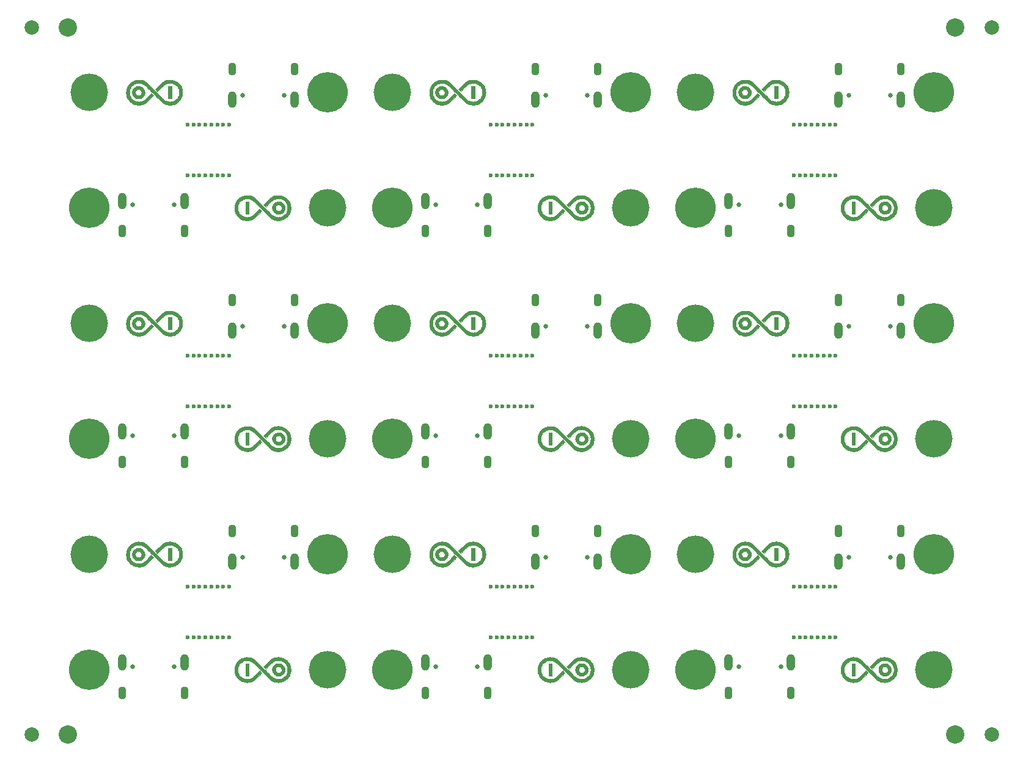
<source format=gbs>
%TF.GenerationSoftware,KiCad,Pcbnew,7.0.5*%
%TF.CreationDate,2023-07-04T16:39:27+08:00*%
%TF.ProjectId,u3-panelized,75332d70-616e-4656-9c69-7a65642e6b69,rev?*%
%TF.SameCoordinates,PX1312d00PY1312d00*%
%TF.FileFunction,Soldermask,Bot*%
%TF.FilePolarity,Negative*%
%FSLAX46Y46*%
G04 Gerber Fmt 4.6, Leading zero omitted, Abs format (unit mm)*
G04 Created by KiCad (PCBNEW 7.0.5) date 2023-07-04 16:39:27*
%MOMM*%
%LPD*%
G01*
G04 APERTURE LIST*
%ADD10C,0.010000*%
%ADD11C,2.540000*%
%ADD12C,0.600000*%
%ADD13C,5.200000*%
%ADD14C,0.650000*%
%ADD15O,1.200000X2.300000*%
%ADD16O,1.100000X1.800000*%
%ADD17C,3.600000*%
%ADD18C,5.600000*%
%ADD19C,2.000000*%
G04 APERTURE END LIST*
%TO.C,G\u002A\u002A\u002A*%
D10*
X105876965Y-12365909D02*
X105438238Y-12365909D01*
X105438238Y-10634091D01*
X105876965Y-10634091D01*
X105876965Y-12365909D01*
G36*
X105876965Y-12365909D02*
G01*
X105438238Y-12365909D01*
X105438238Y-10634091D01*
X105876965Y-10634091D01*
X105876965Y-12365909D01*
G37*
X102162131Y-11528514D02*
X102154735Y-11631464D01*
X102137723Y-11722674D01*
X102092848Y-11849244D01*
X102027726Y-11968410D01*
X101945103Y-12076043D01*
X101847195Y-12170021D01*
X101736218Y-12248220D01*
X101614387Y-12308520D01*
X101483920Y-12348797D01*
X101430959Y-12357450D01*
X101349245Y-12363563D01*
X101261550Y-12363898D01*
X101177118Y-12358489D01*
X101105199Y-12347372D01*
X100999186Y-12316282D01*
X100875163Y-12259282D01*
X100762102Y-12183843D01*
X100662033Y-12091888D01*
X100576987Y-11985340D01*
X100508993Y-11866124D01*
X100460082Y-11736161D01*
X100444392Y-11664540D01*
X100433687Y-11563464D01*
X100433380Y-11529249D01*
X100859846Y-11529249D01*
X100874108Y-11614502D01*
X100905594Y-11695890D01*
X100954315Y-11770545D01*
X101020278Y-11835598D01*
X101103493Y-11888181D01*
X101133887Y-11902646D01*
X101179565Y-11920448D01*
X101222454Y-11930007D01*
X101273164Y-11934202D01*
X101319602Y-11934541D01*
X101366293Y-11931923D01*
X101400394Y-11926842D01*
X101425725Y-11919427D01*
X101507322Y-11881583D01*
X101582595Y-11826388D01*
X101646300Y-11758236D01*
X101693191Y-11681522D01*
X101700598Y-11665096D01*
X101714106Y-11629939D01*
X101721913Y-11596127D01*
X101725507Y-11555525D01*
X101726374Y-11500000D01*
X101726257Y-11475261D01*
X101724467Y-11426741D01*
X101719351Y-11389860D01*
X101709421Y-11356483D01*
X101693191Y-11318478D01*
X101669427Y-11275347D01*
X101614129Y-11205090D01*
X101545453Y-11144113D01*
X101469518Y-11098439D01*
X101467794Y-11097640D01*
X101430428Y-11082187D01*
X101395422Y-11073009D01*
X101354311Y-11068565D01*
X101298633Y-11067314D01*
X101259358Y-11067531D01*
X101218267Y-11069928D01*
X101184933Y-11076578D01*
X101150440Y-11089488D01*
X101105870Y-11110663D01*
X101046613Y-11145402D01*
X100974879Y-11206954D01*
X100920327Y-11278983D01*
X100882965Y-11358621D01*
X100862802Y-11442999D01*
X100859846Y-11529249D01*
X100433380Y-11529249D01*
X100432733Y-11457180D01*
X100441532Y-11354400D01*
X100460082Y-11263838D01*
X100473403Y-11221351D01*
X100529340Y-11091660D01*
X100604049Y-10974813D01*
X100696424Y-10872105D01*
X100805356Y-10784833D01*
X100929738Y-10714291D01*
X101025559Y-10675134D01*
X101122274Y-10649320D01*
X101223945Y-10637122D01*
X101338330Y-10637073D01*
X101376150Y-10639317D01*
X101500155Y-10656078D01*
X101611474Y-10688006D01*
X101714321Y-10736988D01*
X101812908Y-10804909D01*
X101911450Y-10893655D01*
X101973187Y-10960355D01*
X102044906Y-11058066D01*
X102098749Y-11162022D01*
X102137723Y-11277326D01*
X102148074Y-11324395D01*
X102159910Y-11423073D01*
X102161531Y-11500000D01*
X102162131Y-11528514D01*
G36*
X102162131Y-11528514D02*
G01*
X102154735Y-11631464D01*
X102137723Y-11722674D01*
X102092848Y-11849244D01*
X102027726Y-11968410D01*
X101945103Y-12076043D01*
X101847195Y-12170021D01*
X101736218Y-12248220D01*
X101614387Y-12308520D01*
X101483920Y-12348797D01*
X101430959Y-12357450D01*
X101349245Y-12363563D01*
X101261550Y-12363898D01*
X101177118Y-12358489D01*
X101105199Y-12347372D01*
X100999186Y-12316282D01*
X100875163Y-12259282D01*
X100762102Y-12183843D01*
X100662033Y-12091888D01*
X100576987Y-11985340D01*
X100508993Y-11866124D01*
X100460082Y-11736161D01*
X100444392Y-11664540D01*
X100433687Y-11563464D01*
X100433380Y-11529249D01*
X100859846Y-11529249D01*
X100874108Y-11614502D01*
X100905594Y-11695890D01*
X100954315Y-11770545D01*
X101020278Y-11835598D01*
X101103493Y-11888181D01*
X101133887Y-11902646D01*
X101179565Y-11920448D01*
X101222454Y-11930007D01*
X101273164Y-11934202D01*
X101319602Y-11934541D01*
X101366293Y-11931923D01*
X101400394Y-11926842D01*
X101425725Y-11919427D01*
X101507322Y-11881583D01*
X101582595Y-11826388D01*
X101646300Y-11758236D01*
X101693191Y-11681522D01*
X101700598Y-11665096D01*
X101714106Y-11629939D01*
X101721913Y-11596127D01*
X101725507Y-11555525D01*
X101726374Y-11500000D01*
X101726257Y-11475261D01*
X101724467Y-11426741D01*
X101719351Y-11389860D01*
X101709421Y-11356483D01*
X101693191Y-11318478D01*
X101669427Y-11275347D01*
X101614129Y-11205090D01*
X101545453Y-11144113D01*
X101469518Y-11098439D01*
X101467794Y-11097640D01*
X101430428Y-11082187D01*
X101395422Y-11073009D01*
X101354311Y-11068565D01*
X101298633Y-11067314D01*
X101259358Y-11067531D01*
X101218267Y-11069928D01*
X101184933Y-11076578D01*
X101150440Y-11089488D01*
X101105870Y-11110663D01*
X101046613Y-11145402D01*
X100974879Y-11206954D01*
X100920327Y-11278983D01*
X100882965Y-11358621D01*
X100862802Y-11442999D01*
X100859846Y-11529249D01*
X100433380Y-11529249D01*
X100432733Y-11457180D01*
X100441532Y-11354400D01*
X100460082Y-11263838D01*
X100473403Y-11221351D01*
X100529340Y-11091660D01*
X100604049Y-10974813D01*
X100696424Y-10872105D01*
X100805356Y-10784833D01*
X100929738Y-10714291D01*
X101025559Y-10675134D01*
X101122274Y-10649320D01*
X101223945Y-10637122D01*
X101338330Y-10637073D01*
X101376150Y-10639317D01*
X101500155Y-10656078D01*
X101611474Y-10688006D01*
X101714321Y-10736988D01*
X101812908Y-10804909D01*
X101911450Y-10893655D01*
X101973187Y-10960355D01*
X102044906Y-11058066D01*
X102098749Y-11162022D01*
X102137723Y-11277326D01*
X102148074Y-11324395D01*
X102159910Y-11423073D01*
X102161531Y-11500000D01*
X102162131Y-11528514D01*
G37*
X105850766Y-9769923D02*
X106042107Y-9802168D01*
X106228292Y-9855760D01*
X106407590Y-9930065D01*
X106578270Y-10024449D01*
X106738600Y-10138279D01*
X106886849Y-10270919D01*
X106907201Y-10291603D01*
X107036690Y-10440284D01*
X107145703Y-10598578D01*
X107235496Y-10768517D01*
X107307323Y-10952135D01*
X107329676Y-11023277D01*
X107359475Y-11138440D01*
X107379130Y-11250692D01*
X107389959Y-11368416D01*
X107393277Y-11500000D01*
X107392200Y-11578193D01*
X107384704Y-11700747D01*
X107368936Y-11814286D01*
X107343581Y-11927197D01*
X107307323Y-12047864D01*
X107298064Y-12075154D01*
X107223734Y-12256683D01*
X107131258Y-12424824D01*
X107019381Y-12581612D01*
X106886849Y-12729080D01*
X106741597Y-12859453D01*
X106579985Y-12974760D01*
X106407433Y-13070300D01*
X106225353Y-13145393D01*
X106035159Y-13199364D01*
X105838265Y-13231534D01*
X105716931Y-13239647D01*
X105532825Y-13235373D01*
X105348541Y-13212268D01*
X105168403Y-13171167D01*
X104996739Y-13112906D01*
X104837874Y-13038320D01*
X104822663Y-13030011D01*
X104793548Y-13013963D01*
X104766123Y-12998357D01*
X104739483Y-12982358D01*
X104712728Y-12965128D01*
X104684955Y-12945829D01*
X104655262Y-12923625D01*
X104622745Y-12897679D01*
X104586504Y-12867154D01*
X104545635Y-12831212D01*
X104499236Y-12789017D01*
X104446406Y-12739732D01*
X104386241Y-12682519D01*
X104317839Y-12616542D01*
X104240298Y-12540962D01*
X104152717Y-12454945D01*
X104054191Y-12357651D01*
X103943820Y-12248245D01*
X103820700Y-12125890D01*
X103683930Y-11989747D01*
X103532607Y-11838981D01*
X103365829Y-11672753D01*
X103221774Y-11529288D01*
X103065126Y-11373574D01*
X102917919Y-11227567D01*
X102780773Y-11091873D01*
X102654309Y-10967101D01*
X102539147Y-10853857D01*
X102435908Y-10752750D01*
X102345212Y-10664386D01*
X102267680Y-10589374D01*
X102203933Y-10528320D01*
X102154590Y-10481833D01*
X102120273Y-10450520D01*
X102101601Y-10434988D01*
X101995583Y-10367330D01*
X101841223Y-10290759D01*
X101680999Y-10236396D01*
X101514072Y-10203973D01*
X101339601Y-10193225D01*
X101200735Y-10199637D01*
X101047194Y-10224253D01*
X100898595Y-10268565D01*
X100749473Y-10333875D01*
X100695765Y-10362361D01*
X100556032Y-10452246D01*
X100431369Y-10558140D01*
X100318556Y-10682648D01*
X100264551Y-10757786D01*
X100206010Y-10855599D01*
X100152013Y-10962055D01*
X100106328Y-11069669D01*
X100072725Y-11170954D01*
X100064457Y-11201712D01*
X100055233Y-11240317D01*
X100048787Y-11276586D01*
X100044628Y-11315604D01*
X100042265Y-11362455D01*
X100041207Y-11422226D01*
X100040963Y-11500000D01*
X100041068Y-11555980D01*
X100041823Y-11620752D01*
X100043732Y-11671040D01*
X100047286Y-11711928D01*
X100052975Y-11748502D01*
X100061291Y-11785846D01*
X100072725Y-11829045D01*
X100102727Y-11920774D01*
X100147472Y-12028123D01*
X100200871Y-12134993D01*
X100259156Y-12233898D01*
X100318556Y-12317351D01*
X100357223Y-12363359D01*
X100479295Y-12484777D01*
X100616231Y-12589286D01*
X100766087Y-12675526D01*
X100926913Y-12742139D01*
X100989794Y-12761417D01*
X101144044Y-12793017D01*
X101304505Y-12805822D01*
X101466887Y-12800122D01*
X101626898Y-12776208D01*
X101780248Y-12734369D01*
X101922647Y-12674894D01*
X101962108Y-12654420D01*
X101999938Y-12633099D01*
X102037081Y-12609847D01*
X102075221Y-12583207D01*
X102116043Y-12551724D01*
X102161232Y-12513940D01*
X102212472Y-12468400D01*
X102271448Y-12413647D01*
X102339844Y-12348224D01*
X102419345Y-12270676D01*
X102511636Y-12179545D01*
X102618400Y-12073375D01*
X103071698Y-11621615D01*
X103224536Y-11774676D01*
X103377374Y-11927738D01*
X102909783Y-12392723D01*
X102859563Y-12442627D01*
X102757953Y-12543245D01*
X102670026Y-12629590D01*
X102594038Y-12703161D01*
X102528242Y-12765462D01*
X102470893Y-12817993D01*
X102420245Y-12862257D01*
X102374553Y-12899755D01*
X102332071Y-12931989D01*
X102291053Y-12960461D01*
X102249754Y-12986673D01*
X102206428Y-13012125D01*
X102159329Y-13038320D01*
X102017477Y-13105751D01*
X101850148Y-13164458D01*
X101672105Y-13207385D01*
X101487535Y-13233318D01*
X101341201Y-13240340D01*
X101146437Y-13230076D01*
X100955096Y-13197831D01*
X100768911Y-13144239D01*
X100589613Y-13069934D01*
X100418933Y-12975550D01*
X100258603Y-12861720D01*
X100110354Y-12729080D01*
X100090002Y-12708396D01*
X99960513Y-12559715D01*
X99851500Y-12401421D01*
X99761707Y-12231482D01*
X99689880Y-12047864D01*
X99667527Y-11976722D01*
X99637728Y-11861559D01*
X99618073Y-11749308D01*
X99607244Y-11631583D01*
X99603926Y-11500000D01*
X99605003Y-11421807D01*
X99612499Y-11299253D01*
X99628267Y-11185713D01*
X99653622Y-11072802D01*
X99689880Y-10952135D01*
X99699139Y-10924845D01*
X99773469Y-10743317D01*
X99865945Y-10575175D01*
X99977822Y-10418387D01*
X100110354Y-10270919D01*
X100132919Y-10248659D01*
X100263098Y-10133561D01*
X100400407Y-10035450D01*
X100551939Y-9949157D01*
X100627965Y-9912272D01*
X100761695Y-9857578D01*
X100897187Y-9816273D01*
X101041105Y-9786479D01*
X101200110Y-9766316D01*
X101299775Y-9760371D01*
X101477402Y-9765459D01*
X101657205Y-9789160D01*
X101834151Y-9830447D01*
X102003203Y-9888295D01*
X102159329Y-9961679D01*
X102174772Y-9970115D01*
X102203893Y-9986166D01*
X102231322Y-10001772D01*
X102257963Y-10017772D01*
X102284717Y-10035000D01*
X102312488Y-10054296D01*
X102342177Y-10076496D01*
X102374686Y-10102437D01*
X102410919Y-10132956D01*
X102451778Y-10168890D01*
X102498165Y-10211077D01*
X102550983Y-10260354D01*
X102611133Y-10317558D01*
X102679519Y-10383525D01*
X102757043Y-10459094D01*
X102844607Y-10545100D01*
X102943114Y-10642382D01*
X103053466Y-10751777D01*
X103176566Y-10874121D01*
X103313315Y-11010252D01*
X103464617Y-11161007D01*
X103631374Y-11327223D01*
X103773261Y-11468540D01*
X103930366Y-11624722D01*
X104077958Y-11771123D01*
X104215422Y-11907144D01*
X104342145Y-12032183D01*
X104457514Y-12145639D01*
X104560913Y-12246911D01*
X104651731Y-12335399D01*
X104729352Y-12410501D01*
X104793164Y-12471616D01*
X104842552Y-12518144D01*
X104876902Y-12549484D01*
X104895601Y-12565034D01*
X105001702Y-12632719D01*
X105156072Y-12709276D01*
X105316274Y-12763623D01*
X105483165Y-12796031D01*
X105657601Y-12806774D01*
X105796468Y-12800363D01*
X105950009Y-12775746D01*
X106098608Y-12731434D01*
X106247730Y-12666125D01*
X106301438Y-12637638D01*
X106441171Y-12547753D01*
X106565834Y-12441859D01*
X106678647Y-12317351D01*
X106732652Y-12242213D01*
X106791193Y-12144400D01*
X106845190Y-12037944D01*
X106890875Y-11930330D01*
X106924478Y-11829045D01*
X106932746Y-11798287D01*
X106941970Y-11759682D01*
X106948416Y-11723413D01*
X106952575Y-11684395D01*
X106954938Y-11637544D01*
X106955996Y-11577774D01*
X106956240Y-11500000D01*
X106956135Y-11444019D01*
X106955380Y-11379247D01*
X106953471Y-11328959D01*
X106949917Y-11288071D01*
X106944228Y-11251497D01*
X106935912Y-11214154D01*
X106924478Y-11170954D01*
X106894476Y-11079225D01*
X106849731Y-10971876D01*
X106796332Y-10865006D01*
X106738047Y-10766101D01*
X106678647Y-10682648D01*
X106580937Y-10573521D01*
X106452222Y-10460567D01*
X106311270Y-10366402D01*
X106159706Y-10291806D01*
X105999156Y-10237558D01*
X105831246Y-10204438D01*
X105657602Y-10193225D01*
X105533535Y-10198584D01*
X105364394Y-10224636D01*
X105202226Y-10272560D01*
X105046229Y-10342609D01*
X104895601Y-10435039D01*
X104887283Y-10441369D01*
X104858001Y-10466401D01*
X104815088Y-10505297D01*
X104760359Y-10556329D01*
X104695630Y-10617765D01*
X104622717Y-10687878D01*
X104543435Y-10764935D01*
X104459600Y-10847207D01*
X104373028Y-10932965D01*
X103925500Y-11378381D01*
X103772665Y-11225321D01*
X103619829Y-11072261D01*
X104087420Y-10607277D01*
X104137640Y-10557372D01*
X104239250Y-10456754D01*
X104327177Y-10370410D01*
X104403165Y-10296838D01*
X104468961Y-10234537D01*
X104526310Y-10182006D01*
X104576958Y-10137742D01*
X104622650Y-10100244D01*
X104665132Y-10068010D01*
X104706150Y-10039538D01*
X104747449Y-10013327D01*
X104790775Y-9987874D01*
X104837874Y-9961679D01*
X104979726Y-9894248D01*
X105147055Y-9835541D01*
X105325098Y-9792614D01*
X105509668Y-9766681D01*
X105656002Y-9759659D01*
X105850766Y-9769923D01*
G36*
X105850766Y-9769923D02*
G01*
X106042107Y-9802168D01*
X106228292Y-9855760D01*
X106407590Y-9930065D01*
X106578270Y-10024449D01*
X106738600Y-10138279D01*
X106886849Y-10270919D01*
X106907201Y-10291603D01*
X107036690Y-10440284D01*
X107145703Y-10598578D01*
X107235496Y-10768517D01*
X107307323Y-10952135D01*
X107329676Y-11023277D01*
X107359475Y-11138440D01*
X107379130Y-11250692D01*
X107389959Y-11368416D01*
X107393277Y-11500000D01*
X107392200Y-11578193D01*
X107384704Y-11700747D01*
X107368936Y-11814286D01*
X107343581Y-11927197D01*
X107307323Y-12047864D01*
X107298064Y-12075154D01*
X107223734Y-12256683D01*
X107131258Y-12424824D01*
X107019381Y-12581612D01*
X106886849Y-12729080D01*
X106741597Y-12859453D01*
X106579985Y-12974760D01*
X106407433Y-13070300D01*
X106225353Y-13145393D01*
X106035159Y-13199364D01*
X105838265Y-13231534D01*
X105716931Y-13239647D01*
X105532825Y-13235373D01*
X105348541Y-13212268D01*
X105168403Y-13171167D01*
X104996739Y-13112906D01*
X104837874Y-13038320D01*
X104822663Y-13030011D01*
X104793548Y-13013963D01*
X104766123Y-12998357D01*
X104739483Y-12982358D01*
X104712728Y-12965128D01*
X104684955Y-12945829D01*
X104655262Y-12923625D01*
X104622745Y-12897679D01*
X104586504Y-12867154D01*
X104545635Y-12831212D01*
X104499236Y-12789017D01*
X104446406Y-12739732D01*
X104386241Y-12682519D01*
X104317839Y-12616542D01*
X104240298Y-12540962D01*
X104152717Y-12454945D01*
X104054191Y-12357651D01*
X103943820Y-12248245D01*
X103820700Y-12125890D01*
X103683930Y-11989747D01*
X103532607Y-11838981D01*
X103365829Y-11672753D01*
X103221774Y-11529288D01*
X103065126Y-11373574D01*
X102917919Y-11227567D01*
X102780773Y-11091873D01*
X102654309Y-10967101D01*
X102539147Y-10853857D01*
X102435908Y-10752750D01*
X102345212Y-10664386D01*
X102267680Y-10589374D01*
X102203933Y-10528320D01*
X102154590Y-10481833D01*
X102120273Y-10450520D01*
X102101601Y-10434988D01*
X101995583Y-10367330D01*
X101841223Y-10290759D01*
X101680999Y-10236396D01*
X101514072Y-10203973D01*
X101339601Y-10193225D01*
X101200735Y-10199637D01*
X101047194Y-10224253D01*
X100898595Y-10268565D01*
X100749473Y-10333875D01*
X100695765Y-10362361D01*
X100556032Y-10452246D01*
X100431369Y-10558140D01*
X100318556Y-10682648D01*
X100264551Y-10757786D01*
X100206010Y-10855599D01*
X100152013Y-10962055D01*
X100106328Y-11069669D01*
X100072725Y-11170954D01*
X100064457Y-11201712D01*
X100055233Y-11240317D01*
X100048787Y-11276586D01*
X100044628Y-11315604D01*
X100042265Y-11362455D01*
X100041207Y-11422226D01*
X100040963Y-11500000D01*
X100041068Y-11555980D01*
X100041823Y-11620752D01*
X100043732Y-11671040D01*
X100047286Y-11711928D01*
X100052975Y-11748502D01*
X100061291Y-11785846D01*
X100072725Y-11829045D01*
X100102727Y-11920774D01*
X100147472Y-12028123D01*
X100200871Y-12134993D01*
X100259156Y-12233898D01*
X100318556Y-12317351D01*
X100357223Y-12363359D01*
X100479295Y-12484777D01*
X100616231Y-12589286D01*
X100766087Y-12675526D01*
X100926913Y-12742139D01*
X100989794Y-12761417D01*
X101144044Y-12793017D01*
X101304505Y-12805822D01*
X101466887Y-12800122D01*
X101626898Y-12776208D01*
X101780248Y-12734369D01*
X101922647Y-12674894D01*
X101962108Y-12654420D01*
X101999938Y-12633099D01*
X102037081Y-12609847D01*
X102075221Y-12583207D01*
X102116043Y-12551724D01*
X102161232Y-12513940D01*
X102212472Y-12468400D01*
X102271448Y-12413647D01*
X102339844Y-12348224D01*
X102419345Y-12270676D01*
X102511636Y-12179545D01*
X102618400Y-12073375D01*
X103071698Y-11621615D01*
X103224536Y-11774676D01*
X103377374Y-11927738D01*
X102909783Y-12392723D01*
X102859563Y-12442627D01*
X102757953Y-12543245D01*
X102670026Y-12629590D01*
X102594038Y-12703161D01*
X102528242Y-12765462D01*
X102470893Y-12817993D01*
X102420245Y-12862257D01*
X102374553Y-12899755D01*
X102332071Y-12931989D01*
X102291053Y-12960461D01*
X102249754Y-12986673D01*
X102206428Y-13012125D01*
X102159329Y-13038320D01*
X102017477Y-13105751D01*
X101850148Y-13164458D01*
X101672105Y-13207385D01*
X101487535Y-13233318D01*
X101341201Y-13240340D01*
X101146437Y-13230076D01*
X100955096Y-13197831D01*
X100768911Y-13144239D01*
X100589613Y-13069934D01*
X100418933Y-12975550D01*
X100258603Y-12861720D01*
X100110354Y-12729080D01*
X100090002Y-12708396D01*
X99960513Y-12559715D01*
X99851500Y-12401421D01*
X99761707Y-12231482D01*
X99689880Y-12047864D01*
X99667527Y-11976722D01*
X99637728Y-11861559D01*
X99618073Y-11749308D01*
X99607244Y-11631583D01*
X99603926Y-11500000D01*
X99605003Y-11421807D01*
X99612499Y-11299253D01*
X99628267Y-11185713D01*
X99653622Y-11072802D01*
X99689880Y-10952135D01*
X99699139Y-10924845D01*
X99773469Y-10743317D01*
X99865945Y-10575175D01*
X99977822Y-10418387D01*
X100110354Y-10270919D01*
X100132919Y-10248659D01*
X100263098Y-10133561D01*
X100400407Y-10035450D01*
X100551939Y-9949157D01*
X100627965Y-9912272D01*
X100761695Y-9857578D01*
X100897187Y-9816273D01*
X101041105Y-9786479D01*
X101200110Y-9766316D01*
X101299775Y-9760371D01*
X101477402Y-9765459D01*
X101657205Y-9789160D01*
X101834151Y-9830447D01*
X102003203Y-9888295D01*
X102159329Y-9961679D01*
X102174772Y-9970115D01*
X102203893Y-9986166D01*
X102231322Y-10001772D01*
X102257963Y-10017772D01*
X102284717Y-10035000D01*
X102312488Y-10054296D01*
X102342177Y-10076496D01*
X102374686Y-10102437D01*
X102410919Y-10132956D01*
X102451778Y-10168890D01*
X102498165Y-10211077D01*
X102550983Y-10260354D01*
X102611133Y-10317558D01*
X102679519Y-10383525D01*
X102757043Y-10459094D01*
X102844607Y-10545100D01*
X102943114Y-10642382D01*
X103053466Y-10751777D01*
X103176566Y-10874121D01*
X103313315Y-11010252D01*
X103464617Y-11161007D01*
X103631374Y-11327223D01*
X103773261Y-11468540D01*
X103930366Y-11624722D01*
X104077958Y-11771123D01*
X104215422Y-11907144D01*
X104342145Y-12032183D01*
X104457514Y-12145639D01*
X104560913Y-12246911D01*
X104651731Y-12335399D01*
X104729352Y-12410501D01*
X104793164Y-12471616D01*
X104842552Y-12518144D01*
X104876902Y-12549484D01*
X104895601Y-12565034D01*
X105001702Y-12632719D01*
X105156072Y-12709276D01*
X105316274Y-12763623D01*
X105483165Y-12796031D01*
X105657601Y-12806774D01*
X105796468Y-12800363D01*
X105950009Y-12775746D01*
X106098608Y-12731434D01*
X106247730Y-12666125D01*
X106301438Y-12637638D01*
X106441171Y-12547753D01*
X106565834Y-12441859D01*
X106678647Y-12317351D01*
X106732652Y-12242213D01*
X106791193Y-12144400D01*
X106845190Y-12037944D01*
X106890875Y-11930330D01*
X106924478Y-11829045D01*
X106932746Y-11798287D01*
X106941970Y-11759682D01*
X106948416Y-11723413D01*
X106952575Y-11684395D01*
X106954938Y-11637544D01*
X106955996Y-11577774D01*
X106956240Y-11500000D01*
X106956135Y-11444019D01*
X106955380Y-11379247D01*
X106953471Y-11328959D01*
X106949917Y-11288071D01*
X106944228Y-11251497D01*
X106935912Y-11214154D01*
X106924478Y-11170954D01*
X106894476Y-11079225D01*
X106849731Y-10971876D01*
X106796332Y-10865006D01*
X106738047Y-10766101D01*
X106678647Y-10682648D01*
X106580937Y-10573521D01*
X106452222Y-10460567D01*
X106311270Y-10366402D01*
X106159706Y-10291806D01*
X105999156Y-10237558D01*
X105831246Y-10204438D01*
X105657602Y-10193225D01*
X105533535Y-10198584D01*
X105364394Y-10224636D01*
X105202226Y-10272560D01*
X105046229Y-10342609D01*
X104895601Y-10435039D01*
X104887283Y-10441369D01*
X104858001Y-10466401D01*
X104815088Y-10505297D01*
X104760359Y-10556329D01*
X104695630Y-10617765D01*
X104622717Y-10687878D01*
X104543435Y-10764935D01*
X104459600Y-10847207D01*
X104373028Y-10932965D01*
X103925500Y-11378381D01*
X103772665Y-11225321D01*
X103619829Y-11072261D01*
X104087420Y-10607277D01*
X104137640Y-10557372D01*
X104239250Y-10456754D01*
X104327177Y-10370410D01*
X104403165Y-10296838D01*
X104468961Y-10234537D01*
X104526310Y-10182006D01*
X104576958Y-10137742D01*
X104622650Y-10100244D01*
X104665132Y-10068010D01*
X104706150Y-10039538D01*
X104747449Y-10013327D01*
X104790775Y-9987874D01*
X104837874Y-9961679D01*
X104979726Y-9894248D01*
X105147055Y-9835541D01*
X105325098Y-9792614D01*
X105509668Y-9766681D01*
X105656002Y-9759659D01*
X105850766Y-9769923D01*
G37*
X32558964Y-28365909D02*
X32120237Y-28365909D01*
X32120237Y-26634091D01*
X32558964Y-26634091D01*
X32558964Y-28365909D01*
G36*
X32558964Y-28365909D02*
G01*
X32120237Y-28365909D01*
X32120237Y-26634091D01*
X32558964Y-26634091D01*
X32558964Y-28365909D01*
G37*
X36820084Y-26641511D02*
X36892003Y-26652628D01*
X36998016Y-26683718D01*
X37122039Y-26740718D01*
X37235100Y-26816157D01*
X37335169Y-26908112D01*
X37420215Y-27014660D01*
X37488209Y-27133876D01*
X37537120Y-27263839D01*
X37552810Y-27335460D01*
X37563515Y-27436536D01*
X37564469Y-27542820D01*
X37555670Y-27645600D01*
X37537120Y-27736162D01*
X37523799Y-27778649D01*
X37467862Y-27908340D01*
X37393153Y-28025187D01*
X37300778Y-28127895D01*
X37191846Y-28215167D01*
X37067464Y-28285709D01*
X36971643Y-28324866D01*
X36874928Y-28350680D01*
X36773257Y-28362878D01*
X36658872Y-28362927D01*
X36621052Y-28360683D01*
X36497047Y-28343922D01*
X36385728Y-28311994D01*
X36282881Y-28263012D01*
X36184294Y-28195091D01*
X36085752Y-28106345D01*
X36024015Y-28039645D01*
X35952296Y-27941934D01*
X35898453Y-27837978D01*
X35859479Y-27722674D01*
X35849128Y-27675605D01*
X35837292Y-27576927D01*
X35835671Y-27500000D01*
X36270828Y-27500000D01*
X36270945Y-27524739D01*
X36272735Y-27573259D01*
X36277851Y-27610140D01*
X36287781Y-27643517D01*
X36304011Y-27681522D01*
X36327775Y-27724653D01*
X36383073Y-27794910D01*
X36451749Y-27855887D01*
X36527684Y-27901561D01*
X36529408Y-27902360D01*
X36566774Y-27917813D01*
X36601780Y-27926991D01*
X36642891Y-27931435D01*
X36698569Y-27932686D01*
X36737844Y-27932469D01*
X36778935Y-27930072D01*
X36812269Y-27923422D01*
X36846762Y-27910512D01*
X36891332Y-27889337D01*
X36950589Y-27854598D01*
X37022323Y-27793046D01*
X37076875Y-27721017D01*
X37114237Y-27641379D01*
X37134400Y-27557001D01*
X37137356Y-27470751D01*
X37123094Y-27385498D01*
X37091608Y-27304110D01*
X37042887Y-27229455D01*
X36976924Y-27164402D01*
X36893709Y-27111819D01*
X36863315Y-27097354D01*
X36817637Y-27079552D01*
X36774748Y-27069993D01*
X36724038Y-27065798D01*
X36677600Y-27065459D01*
X36630909Y-27068077D01*
X36596808Y-27073158D01*
X36571477Y-27080573D01*
X36489880Y-27118417D01*
X36414607Y-27173612D01*
X36350902Y-27241764D01*
X36304011Y-27318478D01*
X36296604Y-27334904D01*
X36283096Y-27370061D01*
X36275289Y-27403873D01*
X36271695Y-27444475D01*
X36270828Y-27500000D01*
X35835671Y-27500000D01*
X35835071Y-27471486D01*
X35842467Y-27368536D01*
X35859479Y-27277326D01*
X35904354Y-27150756D01*
X35969476Y-27031590D01*
X36052099Y-26923957D01*
X36150007Y-26829979D01*
X36260984Y-26751780D01*
X36382815Y-26691480D01*
X36513282Y-26651203D01*
X36566243Y-26642550D01*
X36647957Y-26636437D01*
X36735652Y-26636102D01*
X36820084Y-26641511D01*
G36*
X36820084Y-26641511D02*
G01*
X36892003Y-26652628D01*
X36998016Y-26683718D01*
X37122039Y-26740718D01*
X37235100Y-26816157D01*
X37335169Y-26908112D01*
X37420215Y-27014660D01*
X37488209Y-27133876D01*
X37537120Y-27263839D01*
X37552810Y-27335460D01*
X37563515Y-27436536D01*
X37564469Y-27542820D01*
X37555670Y-27645600D01*
X37537120Y-27736162D01*
X37523799Y-27778649D01*
X37467862Y-27908340D01*
X37393153Y-28025187D01*
X37300778Y-28127895D01*
X37191846Y-28215167D01*
X37067464Y-28285709D01*
X36971643Y-28324866D01*
X36874928Y-28350680D01*
X36773257Y-28362878D01*
X36658872Y-28362927D01*
X36621052Y-28360683D01*
X36497047Y-28343922D01*
X36385728Y-28311994D01*
X36282881Y-28263012D01*
X36184294Y-28195091D01*
X36085752Y-28106345D01*
X36024015Y-28039645D01*
X35952296Y-27941934D01*
X35898453Y-27837978D01*
X35859479Y-27722674D01*
X35849128Y-27675605D01*
X35837292Y-27576927D01*
X35835671Y-27500000D01*
X36270828Y-27500000D01*
X36270945Y-27524739D01*
X36272735Y-27573259D01*
X36277851Y-27610140D01*
X36287781Y-27643517D01*
X36304011Y-27681522D01*
X36327775Y-27724653D01*
X36383073Y-27794910D01*
X36451749Y-27855887D01*
X36527684Y-27901561D01*
X36529408Y-27902360D01*
X36566774Y-27917813D01*
X36601780Y-27926991D01*
X36642891Y-27931435D01*
X36698569Y-27932686D01*
X36737844Y-27932469D01*
X36778935Y-27930072D01*
X36812269Y-27923422D01*
X36846762Y-27910512D01*
X36891332Y-27889337D01*
X36950589Y-27854598D01*
X37022323Y-27793046D01*
X37076875Y-27721017D01*
X37114237Y-27641379D01*
X37134400Y-27557001D01*
X37137356Y-27470751D01*
X37123094Y-27385498D01*
X37091608Y-27304110D01*
X37042887Y-27229455D01*
X36976924Y-27164402D01*
X36893709Y-27111819D01*
X36863315Y-27097354D01*
X36817637Y-27079552D01*
X36774748Y-27069993D01*
X36724038Y-27065798D01*
X36677600Y-27065459D01*
X36630909Y-27068077D01*
X36596808Y-27073158D01*
X36571477Y-27080573D01*
X36489880Y-27118417D01*
X36414607Y-27173612D01*
X36350902Y-27241764D01*
X36304011Y-27318478D01*
X36296604Y-27334904D01*
X36283096Y-27370061D01*
X36275289Y-27403873D01*
X36271695Y-27444475D01*
X36270828Y-27500000D01*
X35835671Y-27500000D01*
X35835071Y-27471486D01*
X35842467Y-27368536D01*
X35859479Y-27277326D01*
X35904354Y-27150756D01*
X35969476Y-27031590D01*
X36052099Y-26923957D01*
X36150007Y-26829979D01*
X36260984Y-26751780D01*
X36382815Y-26691480D01*
X36513282Y-26651203D01*
X36566243Y-26642550D01*
X36647957Y-26636437D01*
X36735652Y-26636102D01*
X36820084Y-26641511D01*
G37*
X36850765Y-25769924D02*
X37042106Y-25802169D01*
X37228291Y-25855761D01*
X37407589Y-25930066D01*
X37578269Y-26024450D01*
X37738599Y-26138280D01*
X37886848Y-26270920D01*
X37907200Y-26291604D01*
X38036689Y-26440285D01*
X38145702Y-26598579D01*
X38235495Y-26768518D01*
X38307322Y-26952136D01*
X38329675Y-27023278D01*
X38359474Y-27138441D01*
X38379129Y-27250692D01*
X38389958Y-27368417D01*
X38393276Y-27500000D01*
X38392199Y-27578193D01*
X38384703Y-27700747D01*
X38368935Y-27814287D01*
X38343580Y-27927198D01*
X38307322Y-28047865D01*
X38298063Y-28075155D01*
X38223733Y-28256683D01*
X38131257Y-28424825D01*
X38019380Y-28581613D01*
X37886848Y-28729081D01*
X37864283Y-28751341D01*
X37734104Y-28866439D01*
X37596795Y-28964550D01*
X37445263Y-29050843D01*
X37369237Y-29087728D01*
X37235507Y-29142422D01*
X37100015Y-29183727D01*
X36956097Y-29213521D01*
X36797092Y-29233684D01*
X36697427Y-29239629D01*
X36519800Y-29234541D01*
X36339997Y-29210840D01*
X36163051Y-29169553D01*
X35993999Y-29111705D01*
X35837873Y-29038321D01*
X35822430Y-29029885D01*
X35793309Y-29013834D01*
X35765880Y-28998228D01*
X35739239Y-28982228D01*
X35712485Y-28965000D01*
X35684714Y-28945704D01*
X35655025Y-28923504D01*
X35622516Y-28897563D01*
X35586283Y-28867044D01*
X35545424Y-28831110D01*
X35499037Y-28788923D01*
X35446219Y-28739646D01*
X35386069Y-28682442D01*
X35317683Y-28616475D01*
X35240159Y-28540906D01*
X35152595Y-28454900D01*
X35054088Y-28357618D01*
X34943736Y-28248223D01*
X34820636Y-28125879D01*
X34683887Y-27989748D01*
X34532585Y-27838993D01*
X34365828Y-27672777D01*
X34223941Y-27531460D01*
X34066836Y-27375278D01*
X33919244Y-27228877D01*
X33781780Y-27092856D01*
X33655057Y-26967817D01*
X33539688Y-26854361D01*
X33436289Y-26753089D01*
X33345471Y-26664601D01*
X33267850Y-26589499D01*
X33204038Y-26528384D01*
X33154650Y-26481856D01*
X33120300Y-26450516D01*
X33101601Y-26434966D01*
X32995500Y-26367281D01*
X32841130Y-26290724D01*
X32680928Y-26236377D01*
X32514037Y-26203969D01*
X32339601Y-26193226D01*
X32200734Y-26199637D01*
X32047193Y-26224254D01*
X31898594Y-26268566D01*
X31749472Y-26333875D01*
X31695764Y-26362362D01*
X31556031Y-26452247D01*
X31431368Y-26558141D01*
X31318555Y-26682649D01*
X31264550Y-26757787D01*
X31206009Y-26855600D01*
X31152012Y-26962056D01*
X31106327Y-27069670D01*
X31072724Y-27170955D01*
X31064456Y-27201713D01*
X31055232Y-27240318D01*
X31048786Y-27276587D01*
X31044627Y-27315605D01*
X31042264Y-27362456D01*
X31041206Y-27422226D01*
X31040962Y-27500000D01*
X31041067Y-27555981D01*
X31041822Y-27620753D01*
X31043731Y-27671041D01*
X31047285Y-27711929D01*
X31052974Y-27748503D01*
X31061290Y-27785846D01*
X31072724Y-27829046D01*
X31102726Y-27920775D01*
X31147471Y-28028124D01*
X31200870Y-28134994D01*
X31259155Y-28233899D01*
X31318555Y-28317352D01*
X31416265Y-28426479D01*
X31544980Y-28539433D01*
X31685932Y-28633598D01*
X31837496Y-28708194D01*
X31998046Y-28762442D01*
X32165956Y-28795562D01*
X32339600Y-28806775D01*
X32463667Y-28801416D01*
X32632808Y-28775364D01*
X32794976Y-28727440D01*
X32950973Y-28657391D01*
X33101601Y-28564961D01*
X33109919Y-28558631D01*
X33139201Y-28533599D01*
X33182114Y-28494703D01*
X33236843Y-28443671D01*
X33301572Y-28382235D01*
X33374485Y-28312122D01*
X33453767Y-28235065D01*
X33537602Y-28152793D01*
X33624174Y-28067035D01*
X34071702Y-27621619D01*
X34224537Y-27774679D01*
X34377373Y-27927739D01*
X33909782Y-28392723D01*
X33859562Y-28442628D01*
X33757952Y-28543246D01*
X33670025Y-28629590D01*
X33594037Y-28703162D01*
X33528241Y-28765463D01*
X33470892Y-28817994D01*
X33420244Y-28862258D01*
X33374552Y-28899756D01*
X33332070Y-28931990D01*
X33291052Y-28960462D01*
X33249753Y-28986673D01*
X33206427Y-29012126D01*
X33159328Y-29038321D01*
X33017476Y-29105752D01*
X32850147Y-29164459D01*
X32672104Y-29207386D01*
X32487534Y-29233319D01*
X32341200Y-29240341D01*
X32146436Y-29230077D01*
X31955095Y-29197832D01*
X31768910Y-29144240D01*
X31589612Y-29069935D01*
X31418932Y-28975551D01*
X31258602Y-28861721D01*
X31110353Y-28729081D01*
X31090001Y-28708397D01*
X30960512Y-28559716D01*
X30851499Y-28401422D01*
X30761706Y-28231483D01*
X30689879Y-28047865D01*
X30667526Y-27976723D01*
X30637727Y-27861560D01*
X30618072Y-27749308D01*
X30607243Y-27631584D01*
X30603925Y-27500000D01*
X30605002Y-27421807D01*
X30612498Y-27299253D01*
X30628266Y-27185714D01*
X30653621Y-27072803D01*
X30689879Y-26952136D01*
X30699138Y-26924846D01*
X30773468Y-26743317D01*
X30865944Y-26575176D01*
X30977821Y-26418388D01*
X31110353Y-26270920D01*
X31255605Y-26140547D01*
X31417217Y-26025240D01*
X31589769Y-25929700D01*
X31771849Y-25854607D01*
X31962043Y-25800636D01*
X32158937Y-25768466D01*
X32280271Y-25760353D01*
X32464377Y-25764627D01*
X32648661Y-25787732D01*
X32828799Y-25828833D01*
X33000463Y-25887094D01*
X33159328Y-25961680D01*
X33174539Y-25969989D01*
X33203654Y-25986037D01*
X33231079Y-26001643D01*
X33257719Y-26017642D01*
X33284474Y-26034872D01*
X33312247Y-26054171D01*
X33341940Y-26076375D01*
X33374457Y-26102321D01*
X33410698Y-26132846D01*
X33451567Y-26168788D01*
X33497966Y-26210983D01*
X33550796Y-26260268D01*
X33610961Y-26317481D01*
X33679363Y-26383458D01*
X33756904Y-26459038D01*
X33844485Y-26545055D01*
X33943011Y-26642349D01*
X34053382Y-26751755D01*
X34176502Y-26874110D01*
X34313272Y-27010253D01*
X34464595Y-27161019D01*
X34631373Y-27327247D01*
X34775428Y-27470712D01*
X34932076Y-27626426D01*
X35079283Y-27772433D01*
X35216429Y-27908127D01*
X35342893Y-28032899D01*
X35458055Y-28146143D01*
X35561294Y-28247250D01*
X35651990Y-28335614D01*
X35729522Y-28410626D01*
X35793269Y-28471680D01*
X35842612Y-28518167D01*
X35876929Y-28549480D01*
X35895601Y-28565012D01*
X36001619Y-28632670D01*
X36155979Y-28709241D01*
X36316203Y-28763604D01*
X36483130Y-28796027D01*
X36657601Y-28806775D01*
X36796467Y-28800363D01*
X36950008Y-28775747D01*
X37098607Y-28731435D01*
X37247729Y-28666125D01*
X37301437Y-28637639D01*
X37441170Y-28547754D01*
X37565833Y-28441860D01*
X37678646Y-28317352D01*
X37732651Y-28242214D01*
X37791192Y-28144401D01*
X37845189Y-28037945D01*
X37890874Y-27930331D01*
X37924477Y-27829046D01*
X37932745Y-27798288D01*
X37941969Y-27759683D01*
X37948415Y-27723414D01*
X37952574Y-27684396D01*
X37954937Y-27637545D01*
X37955995Y-27577774D01*
X37956239Y-27500000D01*
X37956134Y-27444020D01*
X37955379Y-27379248D01*
X37953470Y-27328960D01*
X37949916Y-27288072D01*
X37944227Y-27251498D01*
X37935911Y-27214154D01*
X37924477Y-27170955D01*
X37894475Y-27079226D01*
X37849730Y-26971877D01*
X37796331Y-26865007D01*
X37738046Y-26766102D01*
X37678646Y-26682649D01*
X37639979Y-26636641D01*
X37517907Y-26515223D01*
X37380971Y-26410714D01*
X37231115Y-26324474D01*
X37070289Y-26257861D01*
X37007408Y-26238583D01*
X36853158Y-26206983D01*
X36692697Y-26194178D01*
X36530315Y-26199878D01*
X36370304Y-26223792D01*
X36216954Y-26265631D01*
X36074555Y-26325106D01*
X36035094Y-26345580D01*
X35997264Y-26366901D01*
X35960121Y-26390153D01*
X35921981Y-26416793D01*
X35881159Y-26448276D01*
X35835970Y-26486060D01*
X35784730Y-26531600D01*
X35725754Y-26586353D01*
X35657358Y-26651776D01*
X35577857Y-26729324D01*
X35485566Y-26820455D01*
X35378802Y-26926625D01*
X34925504Y-27378385D01*
X34772666Y-27225324D01*
X34619828Y-27072262D01*
X35087419Y-26607277D01*
X35137639Y-26557373D01*
X35239249Y-26456755D01*
X35327176Y-26370410D01*
X35403164Y-26296839D01*
X35468960Y-26234538D01*
X35526309Y-26182007D01*
X35576957Y-26137743D01*
X35622649Y-26100245D01*
X35665131Y-26068011D01*
X35706149Y-26039539D01*
X35747448Y-26013327D01*
X35790774Y-25987875D01*
X35837873Y-25961680D01*
X35979725Y-25894249D01*
X36147054Y-25835542D01*
X36325097Y-25792615D01*
X36509667Y-25766682D01*
X36656001Y-25759660D01*
X36850765Y-25769924D01*
G36*
X36850765Y-25769924D02*
G01*
X37042106Y-25802169D01*
X37228291Y-25855761D01*
X37407589Y-25930066D01*
X37578269Y-26024450D01*
X37738599Y-26138280D01*
X37886848Y-26270920D01*
X37907200Y-26291604D01*
X38036689Y-26440285D01*
X38145702Y-26598579D01*
X38235495Y-26768518D01*
X38307322Y-26952136D01*
X38329675Y-27023278D01*
X38359474Y-27138441D01*
X38379129Y-27250692D01*
X38389958Y-27368417D01*
X38393276Y-27500000D01*
X38392199Y-27578193D01*
X38384703Y-27700747D01*
X38368935Y-27814287D01*
X38343580Y-27927198D01*
X38307322Y-28047865D01*
X38298063Y-28075155D01*
X38223733Y-28256683D01*
X38131257Y-28424825D01*
X38019380Y-28581613D01*
X37886848Y-28729081D01*
X37864283Y-28751341D01*
X37734104Y-28866439D01*
X37596795Y-28964550D01*
X37445263Y-29050843D01*
X37369237Y-29087728D01*
X37235507Y-29142422D01*
X37100015Y-29183727D01*
X36956097Y-29213521D01*
X36797092Y-29233684D01*
X36697427Y-29239629D01*
X36519800Y-29234541D01*
X36339997Y-29210840D01*
X36163051Y-29169553D01*
X35993999Y-29111705D01*
X35837873Y-29038321D01*
X35822430Y-29029885D01*
X35793309Y-29013834D01*
X35765880Y-28998228D01*
X35739239Y-28982228D01*
X35712485Y-28965000D01*
X35684714Y-28945704D01*
X35655025Y-28923504D01*
X35622516Y-28897563D01*
X35586283Y-28867044D01*
X35545424Y-28831110D01*
X35499037Y-28788923D01*
X35446219Y-28739646D01*
X35386069Y-28682442D01*
X35317683Y-28616475D01*
X35240159Y-28540906D01*
X35152595Y-28454900D01*
X35054088Y-28357618D01*
X34943736Y-28248223D01*
X34820636Y-28125879D01*
X34683887Y-27989748D01*
X34532585Y-27838993D01*
X34365828Y-27672777D01*
X34223941Y-27531460D01*
X34066836Y-27375278D01*
X33919244Y-27228877D01*
X33781780Y-27092856D01*
X33655057Y-26967817D01*
X33539688Y-26854361D01*
X33436289Y-26753089D01*
X33345471Y-26664601D01*
X33267850Y-26589499D01*
X33204038Y-26528384D01*
X33154650Y-26481856D01*
X33120300Y-26450516D01*
X33101601Y-26434966D01*
X32995500Y-26367281D01*
X32841130Y-26290724D01*
X32680928Y-26236377D01*
X32514037Y-26203969D01*
X32339601Y-26193226D01*
X32200734Y-26199637D01*
X32047193Y-26224254D01*
X31898594Y-26268566D01*
X31749472Y-26333875D01*
X31695764Y-26362362D01*
X31556031Y-26452247D01*
X31431368Y-26558141D01*
X31318555Y-26682649D01*
X31264550Y-26757787D01*
X31206009Y-26855600D01*
X31152012Y-26962056D01*
X31106327Y-27069670D01*
X31072724Y-27170955D01*
X31064456Y-27201713D01*
X31055232Y-27240318D01*
X31048786Y-27276587D01*
X31044627Y-27315605D01*
X31042264Y-27362456D01*
X31041206Y-27422226D01*
X31040962Y-27500000D01*
X31041067Y-27555981D01*
X31041822Y-27620753D01*
X31043731Y-27671041D01*
X31047285Y-27711929D01*
X31052974Y-27748503D01*
X31061290Y-27785846D01*
X31072724Y-27829046D01*
X31102726Y-27920775D01*
X31147471Y-28028124D01*
X31200870Y-28134994D01*
X31259155Y-28233899D01*
X31318555Y-28317352D01*
X31416265Y-28426479D01*
X31544980Y-28539433D01*
X31685932Y-28633598D01*
X31837496Y-28708194D01*
X31998046Y-28762442D01*
X32165956Y-28795562D01*
X32339600Y-28806775D01*
X32463667Y-28801416D01*
X32632808Y-28775364D01*
X32794976Y-28727440D01*
X32950973Y-28657391D01*
X33101601Y-28564961D01*
X33109919Y-28558631D01*
X33139201Y-28533599D01*
X33182114Y-28494703D01*
X33236843Y-28443671D01*
X33301572Y-28382235D01*
X33374485Y-28312122D01*
X33453767Y-28235065D01*
X33537602Y-28152793D01*
X33624174Y-28067035D01*
X34071702Y-27621619D01*
X34224537Y-27774679D01*
X34377373Y-27927739D01*
X33909782Y-28392723D01*
X33859562Y-28442628D01*
X33757952Y-28543246D01*
X33670025Y-28629590D01*
X33594037Y-28703162D01*
X33528241Y-28765463D01*
X33470892Y-28817994D01*
X33420244Y-28862258D01*
X33374552Y-28899756D01*
X33332070Y-28931990D01*
X33291052Y-28960462D01*
X33249753Y-28986673D01*
X33206427Y-29012126D01*
X33159328Y-29038321D01*
X33017476Y-29105752D01*
X32850147Y-29164459D01*
X32672104Y-29207386D01*
X32487534Y-29233319D01*
X32341200Y-29240341D01*
X32146436Y-29230077D01*
X31955095Y-29197832D01*
X31768910Y-29144240D01*
X31589612Y-29069935D01*
X31418932Y-28975551D01*
X31258602Y-28861721D01*
X31110353Y-28729081D01*
X31090001Y-28708397D01*
X30960512Y-28559716D01*
X30851499Y-28401422D01*
X30761706Y-28231483D01*
X30689879Y-28047865D01*
X30667526Y-27976723D01*
X30637727Y-27861560D01*
X30618072Y-27749308D01*
X30607243Y-27631584D01*
X30603925Y-27500000D01*
X30605002Y-27421807D01*
X30612498Y-27299253D01*
X30628266Y-27185714D01*
X30653621Y-27072803D01*
X30689879Y-26952136D01*
X30699138Y-26924846D01*
X30773468Y-26743317D01*
X30865944Y-26575176D01*
X30977821Y-26418388D01*
X31110353Y-26270920D01*
X31255605Y-26140547D01*
X31417217Y-26025240D01*
X31589769Y-25929700D01*
X31771849Y-25854607D01*
X31962043Y-25800636D01*
X32158937Y-25768466D01*
X32280271Y-25760353D01*
X32464377Y-25764627D01*
X32648661Y-25787732D01*
X32828799Y-25828833D01*
X33000463Y-25887094D01*
X33159328Y-25961680D01*
X33174539Y-25969989D01*
X33203654Y-25986037D01*
X33231079Y-26001643D01*
X33257719Y-26017642D01*
X33284474Y-26034872D01*
X33312247Y-26054171D01*
X33341940Y-26076375D01*
X33374457Y-26102321D01*
X33410698Y-26132846D01*
X33451567Y-26168788D01*
X33497966Y-26210983D01*
X33550796Y-26260268D01*
X33610961Y-26317481D01*
X33679363Y-26383458D01*
X33756904Y-26459038D01*
X33844485Y-26545055D01*
X33943011Y-26642349D01*
X34053382Y-26751755D01*
X34176502Y-26874110D01*
X34313272Y-27010253D01*
X34464595Y-27161019D01*
X34631373Y-27327247D01*
X34775428Y-27470712D01*
X34932076Y-27626426D01*
X35079283Y-27772433D01*
X35216429Y-27908127D01*
X35342893Y-28032899D01*
X35458055Y-28146143D01*
X35561294Y-28247250D01*
X35651990Y-28335614D01*
X35729522Y-28410626D01*
X35793269Y-28471680D01*
X35842612Y-28518167D01*
X35876929Y-28549480D01*
X35895601Y-28565012D01*
X36001619Y-28632670D01*
X36155979Y-28709241D01*
X36316203Y-28763604D01*
X36483130Y-28796027D01*
X36657601Y-28806775D01*
X36796467Y-28800363D01*
X36950008Y-28775747D01*
X37098607Y-28731435D01*
X37247729Y-28666125D01*
X37301437Y-28637639D01*
X37441170Y-28547754D01*
X37565833Y-28441860D01*
X37678646Y-28317352D01*
X37732651Y-28242214D01*
X37791192Y-28144401D01*
X37845189Y-28037945D01*
X37890874Y-27930331D01*
X37924477Y-27829046D01*
X37932745Y-27798288D01*
X37941969Y-27759683D01*
X37948415Y-27723414D01*
X37952574Y-27684396D01*
X37954937Y-27637545D01*
X37955995Y-27577774D01*
X37956239Y-27500000D01*
X37956134Y-27444020D01*
X37955379Y-27379248D01*
X37953470Y-27328960D01*
X37949916Y-27288072D01*
X37944227Y-27251498D01*
X37935911Y-27214154D01*
X37924477Y-27170955D01*
X37894475Y-27079226D01*
X37849730Y-26971877D01*
X37796331Y-26865007D01*
X37738046Y-26766102D01*
X37678646Y-26682649D01*
X37639979Y-26636641D01*
X37517907Y-26515223D01*
X37380971Y-26410714D01*
X37231115Y-26324474D01*
X37070289Y-26257861D01*
X37007408Y-26238583D01*
X36853158Y-26206983D01*
X36692697Y-26194178D01*
X36530315Y-26199878D01*
X36370304Y-26223792D01*
X36216954Y-26265631D01*
X36074555Y-26325106D01*
X36035094Y-26345580D01*
X35997264Y-26366901D01*
X35960121Y-26390153D01*
X35921981Y-26416793D01*
X35881159Y-26448276D01*
X35835970Y-26486060D01*
X35784730Y-26531600D01*
X35725754Y-26586353D01*
X35657358Y-26651776D01*
X35577857Y-26729324D01*
X35485566Y-26820455D01*
X35378802Y-26926625D01*
X34925504Y-27378385D01*
X34772666Y-27225324D01*
X34619828Y-27072262D01*
X35087419Y-26607277D01*
X35137639Y-26557373D01*
X35239249Y-26456755D01*
X35327176Y-26370410D01*
X35403164Y-26296839D01*
X35468960Y-26234538D01*
X35526309Y-26182007D01*
X35576957Y-26137743D01*
X35622649Y-26100245D01*
X35665131Y-26068011D01*
X35706149Y-26039539D01*
X35747448Y-26013327D01*
X35790774Y-25987875D01*
X35837873Y-25961680D01*
X35979725Y-25894249D01*
X36147054Y-25835542D01*
X36325097Y-25792615D01*
X36509667Y-25766682D01*
X36656001Y-25759660D01*
X36850765Y-25769924D01*
G37*
X105876965Y-76365909D02*
X105438238Y-76365909D01*
X105438238Y-74634091D01*
X105876965Y-74634091D01*
X105876965Y-76365909D01*
G36*
X105876965Y-76365909D02*
G01*
X105438238Y-76365909D01*
X105438238Y-74634091D01*
X105876965Y-74634091D01*
X105876965Y-76365909D01*
G37*
X102162131Y-75528514D02*
X102154735Y-75631464D01*
X102137723Y-75722674D01*
X102092848Y-75849244D01*
X102027726Y-75968410D01*
X101945103Y-76076043D01*
X101847195Y-76170021D01*
X101736218Y-76248220D01*
X101614387Y-76308520D01*
X101483920Y-76348797D01*
X101430959Y-76357450D01*
X101349245Y-76363563D01*
X101261550Y-76363898D01*
X101177118Y-76358489D01*
X101105199Y-76347372D01*
X100999186Y-76316282D01*
X100875163Y-76259282D01*
X100762102Y-76183843D01*
X100662033Y-76091888D01*
X100576987Y-75985340D01*
X100508993Y-75866124D01*
X100460082Y-75736161D01*
X100444392Y-75664540D01*
X100433687Y-75563464D01*
X100433380Y-75529249D01*
X100859846Y-75529249D01*
X100874108Y-75614502D01*
X100905594Y-75695890D01*
X100954315Y-75770545D01*
X101020278Y-75835598D01*
X101103493Y-75888181D01*
X101133887Y-75902646D01*
X101179565Y-75920448D01*
X101222454Y-75930007D01*
X101273164Y-75934202D01*
X101319602Y-75934541D01*
X101366293Y-75931923D01*
X101400394Y-75926842D01*
X101425725Y-75919427D01*
X101507322Y-75881583D01*
X101582595Y-75826388D01*
X101646300Y-75758236D01*
X101693191Y-75681522D01*
X101700598Y-75665096D01*
X101714106Y-75629939D01*
X101721913Y-75596127D01*
X101725507Y-75555525D01*
X101726374Y-75500000D01*
X101726257Y-75475261D01*
X101724467Y-75426741D01*
X101719351Y-75389860D01*
X101709421Y-75356483D01*
X101693191Y-75318478D01*
X101669427Y-75275347D01*
X101614129Y-75205090D01*
X101545453Y-75144113D01*
X101469518Y-75098439D01*
X101467794Y-75097640D01*
X101430428Y-75082187D01*
X101395422Y-75073009D01*
X101354311Y-75068565D01*
X101298633Y-75067314D01*
X101259358Y-75067531D01*
X101218267Y-75069928D01*
X101184933Y-75076578D01*
X101150440Y-75089488D01*
X101105870Y-75110663D01*
X101046613Y-75145402D01*
X100974879Y-75206954D01*
X100920327Y-75278983D01*
X100882965Y-75358621D01*
X100862802Y-75442999D01*
X100859846Y-75529249D01*
X100433380Y-75529249D01*
X100432733Y-75457180D01*
X100441532Y-75354400D01*
X100460082Y-75263838D01*
X100473403Y-75221351D01*
X100529340Y-75091660D01*
X100604049Y-74974813D01*
X100696424Y-74872105D01*
X100805356Y-74784833D01*
X100929738Y-74714291D01*
X101025559Y-74675134D01*
X101122274Y-74649320D01*
X101223945Y-74637122D01*
X101338330Y-74637073D01*
X101376150Y-74639317D01*
X101500155Y-74656078D01*
X101611474Y-74688006D01*
X101714321Y-74736988D01*
X101812908Y-74804909D01*
X101911450Y-74893655D01*
X101973187Y-74960355D01*
X102044906Y-75058066D01*
X102098749Y-75162022D01*
X102137723Y-75277326D01*
X102148074Y-75324395D01*
X102159910Y-75423073D01*
X102161531Y-75500000D01*
X102162131Y-75528514D01*
G36*
X102162131Y-75528514D02*
G01*
X102154735Y-75631464D01*
X102137723Y-75722674D01*
X102092848Y-75849244D01*
X102027726Y-75968410D01*
X101945103Y-76076043D01*
X101847195Y-76170021D01*
X101736218Y-76248220D01*
X101614387Y-76308520D01*
X101483920Y-76348797D01*
X101430959Y-76357450D01*
X101349245Y-76363563D01*
X101261550Y-76363898D01*
X101177118Y-76358489D01*
X101105199Y-76347372D01*
X100999186Y-76316282D01*
X100875163Y-76259282D01*
X100762102Y-76183843D01*
X100662033Y-76091888D01*
X100576987Y-75985340D01*
X100508993Y-75866124D01*
X100460082Y-75736161D01*
X100444392Y-75664540D01*
X100433687Y-75563464D01*
X100433380Y-75529249D01*
X100859846Y-75529249D01*
X100874108Y-75614502D01*
X100905594Y-75695890D01*
X100954315Y-75770545D01*
X101020278Y-75835598D01*
X101103493Y-75888181D01*
X101133887Y-75902646D01*
X101179565Y-75920448D01*
X101222454Y-75930007D01*
X101273164Y-75934202D01*
X101319602Y-75934541D01*
X101366293Y-75931923D01*
X101400394Y-75926842D01*
X101425725Y-75919427D01*
X101507322Y-75881583D01*
X101582595Y-75826388D01*
X101646300Y-75758236D01*
X101693191Y-75681522D01*
X101700598Y-75665096D01*
X101714106Y-75629939D01*
X101721913Y-75596127D01*
X101725507Y-75555525D01*
X101726374Y-75500000D01*
X101726257Y-75475261D01*
X101724467Y-75426741D01*
X101719351Y-75389860D01*
X101709421Y-75356483D01*
X101693191Y-75318478D01*
X101669427Y-75275347D01*
X101614129Y-75205090D01*
X101545453Y-75144113D01*
X101469518Y-75098439D01*
X101467794Y-75097640D01*
X101430428Y-75082187D01*
X101395422Y-75073009D01*
X101354311Y-75068565D01*
X101298633Y-75067314D01*
X101259358Y-75067531D01*
X101218267Y-75069928D01*
X101184933Y-75076578D01*
X101150440Y-75089488D01*
X101105870Y-75110663D01*
X101046613Y-75145402D01*
X100974879Y-75206954D01*
X100920327Y-75278983D01*
X100882965Y-75358621D01*
X100862802Y-75442999D01*
X100859846Y-75529249D01*
X100433380Y-75529249D01*
X100432733Y-75457180D01*
X100441532Y-75354400D01*
X100460082Y-75263838D01*
X100473403Y-75221351D01*
X100529340Y-75091660D01*
X100604049Y-74974813D01*
X100696424Y-74872105D01*
X100805356Y-74784833D01*
X100929738Y-74714291D01*
X101025559Y-74675134D01*
X101122274Y-74649320D01*
X101223945Y-74637122D01*
X101338330Y-74637073D01*
X101376150Y-74639317D01*
X101500155Y-74656078D01*
X101611474Y-74688006D01*
X101714321Y-74736988D01*
X101812908Y-74804909D01*
X101911450Y-74893655D01*
X101973187Y-74960355D01*
X102044906Y-75058066D01*
X102098749Y-75162022D01*
X102137723Y-75277326D01*
X102148074Y-75324395D01*
X102159910Y-75423073D01*
X102161531Y-75500000D01*
X102162131Y-75528514D01*
G37*
X105850766Y-73769923D02*
X106042107Y-73802168D01*
X106228292Y-73855760D01*
X106407590Y-73930065D01*
X106578270Y-74024449D01*
X106738600Y-74138279D01*
X106886849Y-74270919D01*
X106907201Y-74291603D01*
X107036690Y-74440284D01*
X107145703Y-74598578D01*
X107235496Y-74768517D01*
X107307323Y-74952135D01*
X107329676Y-75023277D01*
X107359475Y-75138440D01*
X107379130Y-75250692D01*
X107389959Y-75368416D01*
X107393277Y-75500000D01*
X107392200Y-75578193D01*
X107384704Y-75700747D01*
X107368936Y-75814286D01*
X107343581Y-75927197D01*
X107307323Y-76047864D01*
X107298064Y-76075154D01*
X107223734Y-76256683D01*
X107131258Y-76424824D01*
X107019381Y-76581612D01*
X106886849Y-76729080D01*
X106741597Y-76859453D01*
X106579985Y-76974760D01*
X106407433Y-77070300D01*
X106225353Y-77145393D01*
X106035159Y-77199364D01*
X105838265Y-77231534D01*
X105716931Y-77239647D01*
X105532825Y-77235373D01*
X105348541Y-77212268D01*
X105168403Y-77171167D01*
X104996739Y-77112906D01*
X104837874Y-77038320D01*
X104822663Y-77030011D01*
X104793548Y-77013963D01*
X104766123Y-76998357D01*
X104739483Y-76982358D01*
X104712728Y-76965128D01*
X104684955Y-76945829D01*
X104655262Y-76923625D01*
X104622745Y-76897679D01*
X104586504Y-76867154D01*
X104545635Y-76831212D01*
X104499236Y-76789017D01*
X104446406Y-76739732D01*
X104386241Y-76682519D01*
X104317839Y-76616542D01*
X104240298Y-76540962D01*
X104152717Y-76454945D01*
X104054191Y-76357651D01*
X103943820Y-76248245D01*
X103820700Y-76125890D01*
X103683930Y-75989747D01*
X103532607Y-75838981D01*
X103365829Y-75672753D01*
X103221774Y-75529288D01*
X103065126Y-75373574D01*
X102917919Y-75227567D01*
X102780773Y-75091873D01*
X102654309Y-74967101D01*
X102539147Y-74853857D01*
X102435908Y-74752750D01*
X102345212Y-74664386D01*
X102267680Y-74589374D01*
X102203933Y-74528320D01*
X102154590Y-74481833D01*
X102120273Y-74450520D01*
X102101601Y-74434988D01*
X101995583Y-74367330D01*
X101841223Y-74290759D01*
X101680999Y-74236396D01*
X101514072Y-74203973D01*
X101339601Y-74193225D01*
X101200735Y-74199637D01*
X101047194Y-74224253D01*
X100898595Y-74268565D01*
X100749473Y-74333875D01*
X100695765Y-74362361D01*
X100556032Y-74452246D01*
X100431369Y-74558140D01*
X100318556Y-74682648D01*
X100264551Y-74757786D01*
X100206010Y-74855599D01*
X100152013Y-74962055D01*
X100106328Y-75069669D01*
X100072725Y-75170954D01*
X100064457Y-75201712D01*
X100055233Y-75240317D01*
X100048787Y-75276586D01*
X100044628Y-75315604D01*
X100042265Y-75362455D01*
X100041207Y-75422226D01*
X100040963Y-75500000D01*
X100041068Y-75555980D01*
X100041823Y-75620752D01*
X100043732Y-75671040D01*
X100047286Y-75711928D01*
X100052975Y-75748502D01*
X100061291Y-75785846D01*
X100072725Y-75829045D01*
X100102727Y-75920774D01*
X100147472Y-76028123D01*
X100200871Y-76134993D01*
X100259156Y-76233898D01*
X100318556Y-76317351D01*
X100357223Y-76363359D01*
X100479295Y-76484777D01*
X100616231Y-76589286D01*
X100766087Y-76675526D01*
X100926913Y-76742139D01*
X100989794Y-76761417D01*
X101144044Y-76793017D01*
X101304505Y-76805822D01*
X101466887Y-76800122D01*
X101626898Y-76776208D01*
X101780248Y-76734369D01*
X101922647Y-76674894D01*
X101962108Y-76654420D01*
X101999938Y-76633099D01*
X102037081Y-76609847D01*
X102075221Y-76583207D01*
X102116043Y-76551724D01*
X102161232Y-76513940D01*
X102212472Y-76468400D01*
X102271448Y-76413647D01*
X102339844Y-76348224D01*
X102419345Y-76270676D01*
X102511636Y-76179545D01*
X102618400Y-76073375D01*
X103071698Y-75621615D01*
X103224536Y-75774676D01*
X103377374Y-75927738D01*
X102909783Y-76392723D01*
X102859563Y-76442627D01*
X102757953Y-76543245D01*
X102670026Y-76629590D01*
X102594038Y-76703161D01*
X102528242Y-76765462D01*
X102470893Y-76817993D01*
X102420245Y-76862257D01*
X102374553Y-76899755D01*
X102332071Y-76931989D01*
X102291053Y-76960461D01*
X102249754Y-76986673D01*
X102206428Y-77012125D01*
X102159329Y-77038320D01*
X102017477Y-77105751D01*
X101850148Y-77164458D01*
X101672105Y-77207385D01*
X101487535Y-77233318D01*
X101341201Y-77240340D01*
X101146437Y-77230076D01*
X100955096Y-77197831D01*
X100768911Y-77144239D01*
X100589613Y-77069934D01*
X100418933Y-76975550D01*
X100258603Y-76861720D01*
X100110354Y-76729080D01*
X100090002Y-76708396D01*
X99960513Y-76559715D01*
X99851500Y-76401421D01*
X99761707Y-76231482D01*
X99689880Y-76047864D01*
X99667527Y-75976722D01*
X99637728Y-75861559D01*
X99618073Y-75749308D01*
X99607244Y-75631583D01*
X99603926Y-75500000D01*
X99605003Y-75421807D01*
X99612499Y-75299253D01*
X99628267Y-75185713D01*
X99653622Y-75072802D01*
X99689880Y-74952135D01*
X99699139Y-74924845D01*
X99773469Y-74743317D01*
X99865945Y-74575175D01*
X99977822Y-74418387D01*
X100110354Y-74270919D01*
X100132919Y-74248659D01*
X100263098Y-74133561D01*
X100400407Y-74035450D01*
X100551939Y-73949157D01*
X100627965Y-73912272D01*
X100761695Y-73857578D01*
X100897187Y-73816273D01*
X101041105Y-73786479D01*
X101200110Y-73766316D01*
X101299775Y-73760371D01*
X101477402Y-73765459D01*
X101657205Y-73789160D01*
X101834151Y-73830447D01*
X102003203Y-73888295D01*
X102159329Y-73961679D01*
X102174772Y-73970115D01*
X102203893Y-73986166D01*
X102231322Y-74001772D01*
X102257963Y-74017772D01*
X102284717Y-74035000D01*
X102312488Y-74054296D01*
X102342177Y-74076496D01*
X102374686Y-74102437D01*
X102410919Y-74132956D01*
X102451778Y-74168890D01*
X102498165Y-74211077D01*
X102550983Y-74260354D01*
X102611133Y-74317558D01*
X102679519Y-74383525D01*
X102757043Y-74459094D01*
X102844607Y-74545100D01*
X102943114Y-74642382D01*
X103053466Y-74751777D01*
X103176566Y-74874121D01*
X103313315Y-75010252D01*
X103464617Y-75161007D01*
X103631374Y-75327223D01*
X103773261Y-75468540D01*
X103930366Y-75624722D01*
X104077958Y-75771123D01*
X104215422Y-75907144D01*
X104342145Y-76032183D01*
X104457514Y-76145639D01*
X104560913Y-76246911D01*
X104651731Y-76335399D01*
X104729352Y-76410501D01*
X104793164Y-76471616D01*
X104842552Y-76518144D01*
X104876902Y-76549484D01*
X104895601Y-76565034D01*
X105001702Y-76632719D01*
X105156072Y-76709276D01*
X105316274Y-76763623D01*
X105483165Y-76796031D01*
X105657601Y-76806774D01*
X105796468Y-76800363D01*
X105950009Y-76775746D01*
X106098608Y-76731434D01*
X106247730Y-76666125D01*
X106301438Y-76637638D01*
X106441171Y-76547753D01*
X106565834Y-76441859D01*
X106678647Y-76317351D01*
X106732652Y-76242213D01*
X106791193Y-76144400D01*
X106845190Y-76037944D01*
X106890875Y-75930330D01*
X106924478Y-75829045D01*
X106932746Y-75798287D01*
X106941970Y-75759682D01*
X106948416Y-75723413D01*
X106952575Y-75684395D01*
X106954938Y-75637544D01*
X106955996Y-75577774D01*
X106956240Y-75500000D01*
X106956135Y-75444019D01*
X106955380Y-75379247D01*
X106953471Y-75328959D01*
X106949917Y-75288071D01*
X106944228Y-75251497D01*
X106935912Y-75214154D01*
X106924478Y-75170954D01*
X106894476Y-75079225D01*
X106849731Y-74971876D01*
X106796332Y-74865006D01*
X106738047Y-74766101D01*
X106678647Y-74682648D01*
X106580937Y-74573521D01*
X106452222Y-74460567D01*
X106311270Y-74366402D01*
X106159706Y-74291806D01*
X105999156Y-74237558D01*
X105831246Y-74204438D01*
X105657602Y-74193225D01*
X105533535Y-74198584D01*
X105364394Y-74224636D01*
X105202226Y-74272560D01*
X105046229Y-74342609D01*
X104895601Y-74435039D01*
X104887283Y-74441369D01*
X104858001Y-74466401D01*
X104815088Y-74505297D01*
X104760359Y-74556329D01*
X104695630Y-74617765D01*
X104622717Y-74687878D01*
X104543435Y-74764935D01*
X104459600Y-74847207D01*
X104373028Y-74932965D01*
X103925500Y-75378381D01*
X103772665Y-75225321D01*
X103619829Y-75072261D01*
X104087420Y-74607277D01*
X104137640Y-74557372D01*
X104239250Y-74456754D01*
X104327177Y-74370410D01*
X104403165Y-74296838D01*
X104468961Y-74234537D01*
X104526310Y-74182006D01*
X104576958Y-74137742D01*
X104622650Y-74100244D01*
X104665132Y-74068010D01*
X104706150Y-74039538D01*
X104747449Y-74013327D01*
X104790775Y-73987874D01*
X104837874Y-73961679D01*
X104979726Y-73894248D01*
X105147055Y-73835541D01*
X105325098Y-73792614D01*
X105509668Y-73766681D01*
X105656002Y-73759659D01*
X105850766Y-73769923D01*
G36*
X105850766Y-73769923D02*
G01*
X106042107Y-73802168D01*
X106228292Y-73855760D01*
X106407590Y-73930065D01*
X106578270Y-74024449D01*
X106738600Y-74138279D01*
X106886849Y-74270919D01*
X106907201Y-74291603D01*
X107036690Y-74440284D01*
X107145703Y-74598578D01*
X107235496Y-74768517D01*
X107307323Y-74952135D01*
X107329676Y-75023277D01*
X107359475Y-75138440D01*
X107379130Y-75250692D01*
X107389959Y-75368416D01*
X107393277Y-75500000D01*
X107392200Y-75578193D01*
X107384704Y-75700747D01*
X107368936Y-75814286D01*
X107343581Y-75927197D01*
X107307323Y-76047864D01*
X107298064Y-76075154D01*
X107223734Y-76256683D01*
X107131258Y-76424824D01*
X107019381Y-76581612D01*
X106886849Y-76729080D01*
X106741597Y-76859453D01*
X106579985Y-76974760D01*
X106407433Y-77070300D01*
X106225353Y-77145393D01*
X106035159Y-77199364D01*
X105838265Y-77231534D01*
X105716931Y-77239647D01*
X105532825Y-77235373D01*
X105348541Y-77212268D01*
X105168403Y-77171167D01*
X104996739Y-77112906D01*
X104837874Y-77038320D01*
X104822663Y-77030011D01*
X104793548Y-77013963D01*
X104766123Y-76998357D01*
X104739483Y-76982358D01*
X104712728Y-76965128D01*
X104684955Y-76945829D01*
X104655262Y-76923625D01*
X104622745Y-76897679D01*
X104586504Y-76867154D01*
X104545635Y-76831212D01*
X104499236Y-76789017D01*
X104446406Y-76739732D01*
X104386241Y-76682519D01*
X104317839Y-76616542D01*
X104240298Y-76540962D01*
X104152717Y-76454945D01*
X104054191Y-76357651D01*
X103943820Y-76248245D01*
X103820700Y-76125890D01*
X103683930Y-75989747D01*
X103532607Y-75838981D01*
X103365829Y-75672753D01*
X103221774Y-75529288D01*
X103065126Y-75373574D01*
X102917919Y-75227567D01*
X102780773Y-75091873D01*
X102654309Y-74967101D01*
X102539147Y-74853857D01*
X102435908Y-74752750D01*
X102345212Y-74664386D01*
X102267680Y-74589374D01*
X102203933Y-74528320D01*
X102154590Y-74481833D01*
X102120273Y-74450520D01*
X102101601Y-74434988D01*
X101995583Y-74367330D01*
X101841223Y-74290759D01*
X101680999Y-74236396D01*
X101514072Y-74203973D01*
X101339601Y-74193225D01*
X101200735Y-74199637D01*
X101047194Y-74224253D01*
X100898595Y-74268565D01*
X100749473Y-74333875D01*
X100695765Y-74362361D01*
X100556032Y-74452246D01*
X100431369Y-74558140D01*
X100318556Y-74682648D01*
X100264551Y-74757786D01*
X100206010Y-74855599D01*
X100152013Y-74962055D01*
X100106328Y-75069669D01*
X100072725Y-75170954D01*
X100064457Y-75201712D01*
X100055233Y-75240317D01*
X100048787Y-75276586D01*
X100044628Y-75315604D01*
X100042265Y-75362455D01*
X100041207Y-75422226D01*
X100040963Y-75500000D01*
X100041068Y-75555980D01*
X100041823Y-75620752D01*
X100043732Y-75671040D01*
X100047286Y-75711928D01*
X100052975Y-75748502D01*
X100061291Y-75785846D01*
X100072725Y-75829045D01*
X100102727Y-75920774D01*
X100147472Y-76028123D01*
X100200871Y-76134993D01*
X100259156Y-76233898D01*
X100318556Y-76317351D01*
X100357223Y-76363359D01*
X100479295Y-76484777D01*
X100616231Y-76589286D01*
X100766087Y-76675526D01*
X100926913Y-76742139D01*
X100989794Y-76761417D01*
X101144044Y-76793017D01*
X101304505Y-76805822D01*
X101466887Y-76800122D01*
X101626898Y-76776208D01*
X101780248Y-76734369D01*
X101922647Y-76674894D01*
X101962108Y-76654420D01*
X101999938Y-76633099D01*
X102037081Y-76609847D01*
X102075221Y-76583207D01*
X102116043Y-76551724D01*
X102161232Y-76513940D01*
X102212472Y-76468400D01*
X102271448Y-76413647D01*
X102339844Y-76348224D01*
X102419345Y-76270676D01*
X102511636Y-76179545D01*
X102618400Y-76073375D01*
X103071698Y-75621615D01*
X103224536Y-75774676D01*
X103377374Y-75927738D01*
X102909783Y-76392723D01*
X102859563Y-76442627D01*
X102757953Y-76543245D01*
X102670026Y-76629590D01*
X102594038Y-76703161D01*
X102528242Y-76765462D01*
X102470893Y-76817993D01*
X102420245Y-76862257D01*
X102374553Y-76899755D01*
X102332071Y-76931989D01*
X102291053Y-76960461D01*
X102249754Y-76986673D01*
X102206428Y-77012125D01*
X102159329Y-77038320D01*
X102017477Y-77105751D01*
X101850148Y-77164458D01*
X101672105Y-77207385D01*
X101487535Y-77233318D01*
X101341201Y-77240340D01*
X101146437Y-77230076D01*
X100955096Y-77197831D01*
X100768911Y-77144239D01*
X100589613Y-77069934D01*
X100418933Y-76975550D01*
X100258603Y-76861720D01*
X100110354Y-76729080D01*
X100090002Y-76708396D01*
X99960513Y-76559715D01*
X99851500Y-76401421D01*
X99761707Y-76231482D01*
X99689880Y-76047864D01*
X99667527Y-75976722D01*
X99637728Y-75861559D01*
X99618073Y-75749308D01*
X99607244Y-75631583D01*
X99603926Y-75500000D01*
X99605003Y-75421807D01*
X99612499Y-75299253D01*
X99628267Y-75185713D01*
X99653622Y-75072802D01*
X99689880Y-74952135D01*
X99699139Y-74924845D01*
X99773469Y-74743317D01*
X99865945Y-74575175D01*
X99977822Y-74418387D01*
X100110354Y-74270919D01*
X100132919Y-74248659D01*
X100263098Y-74133561D01*
X100400407Y-74035450D01*
X100551939Y-73949157D01*
X100627965Y-73912272D01*
X100761695Y-73857578D01*
X100897187Y-73816273D01*
X101041105Y-73786479D01*
X101200110Y-73766316D01*
X101299775Y-73760371D01*
X101477402Y-73765459D01*
X101657205Y-73789160D01*
X101834151Y-73830447D01*
X102003203Y-73888295D01*
X102159329Y-73961679D01*
X102174772Y-73970115D01*
X102203893Y-73986166D01*
X102231322Y-74001772D01*
X102257963Y-74017772D01*
X102284717Y-74035000D01*
X102312488Y-74054296D01*
X102342177Y-74076496D01*
X102374686Y-74102437D01*
X102410919Y-74132956D01*
X102451778Y-74168890D01*
X102498165Y-74211077D01*
X102550983Y-74260354D01*
X102611133Y-74317558D01*
X102679519Y-74383525D01*
X102757043Y-74459094D01*
X102844607Y-74545100D01*
X102943114Y-74642382D01*
X103053466Y-74751777D01*
X103176566Y-74874121D01*
X103313315Y-75010252D01*
X103464617Y-75161007D01*
X103631374Y-75327223D01*
X103773261Y-75468540D01*
X103930366Y-75624722D01*
X104077958Y-75771123D01*
X104215422Y-75907144D01*
X104342145Y-76032183D01*
X104457514Y-76145639D01*
X104560913Y-76246911D01*
X104651731Y-76335399D01*
X104729352Y-76410501D01*
X104793164Y-76471616D01*
X104842552Y-76518144D01*
X104876902Y-76549484D01*
X104895601Y-76565034D01*
X105001702Y-76632719D01*
X105156072Y-76709276D01*
X105316274Y-76763623D01*
X105483165Y-76796031D01*
X105657601Y-76806774D01*
X105796468Y-76800363D01*
X105950009Y-76775746D01*
X106098608Y-76731434D01*
X106247730Y-76666125D01*
X106301438Y-76637638D01*
X106441171Y-76547753D01*
X106565834Y-76441859D01*
X106678647Y-76317351D01*
X106732652Y-76242213D01*
X106791193Y-76144400D01*
X106845190Y-76037944D01*
X106890875Y-75930330D01*
X106924478Y-75829045D01*
X106932746Y-75798287D01*
X106941970Y-75759682D01*
X106948416Y-75723413D01*
X106952575Y-75684395D01*
X106954938Y-75637544D01*
X106955996Y-75577774D01*
X106956240Y-75500000D01*
X106956135Y-75444019D01*
X106955380Y-75379247D01*
X106953471Y-75328959D01*
X106949917Y-75288071D01*
X106944228Y-75251497D01*
X106935912Y-75214154D01*
X106924478Y-75170954D01*
X106894476Y-75079225D01*
X106849731Y-74971876D01*
X106796332Y-74865006D01*
X106738047Y-74766101D01*
X106678647Y-74682648D01*
X106580937Y-74573521D01*
X106452222Y-74460567D01*
X106311270Y-74366402D01*
X106159706Y-74291806D01*
X105999156Y-74237558D01*
X105831246Y-74204438D01*
X105657602Y-74193225D01*
X105533535Y-74198584D01*
X105364394Y-74224636D01*
X105202226Y-74272560D01*
X105046229Y-74342609D01*
X104895601Y-74435039D01*
X104887283Y-74441369D01*
X104858001Y-74466401D01*
X104815088Y-74505297D01*
X104760359Y-74556329D01*
X104695630Y-74617765D01*
X104622717Y-74687878D01*
X104543435Y-74764935D01*
X104459600Y-74847207D01*
X104373028Y-74932965D01*
X103925500Y-75378381D01*
X103772665Y-75225321D01*
X103619829Y-75072261D01*
X104087420Y-74607277D01*
X104137640Y-74557372D01*
X104239250Y-74456754D01*
X104327177Y-74370410D01*
X104403165Y-74296838D01*
X104468961Y-74234537D01*
X104526310Y-74182006D01*
X104576958Y-74137742D01*
X104622650Y-74100244D01*
X104665132Y-74068010D01*
X104706150Y-74039538D01*
X104747449Y-74013327D01*
X104790775Y-73987874D01*
X104837874Y-73961679D01*
X104979726Y-73894248D01*
X105147055Y-73835541D01*
X105325098Y-73792614D01*
X105509668Y-73766681D01*
X105656002Y-73759659D01*
X105850766Y-73769923D01*
G37*
X74558964Y-60365909D02*
X74120237Y-60365909D01*
X74120237Y-58634091D01*
X74558964Y-58634091D01*
X74558964Y-60365909D01*
G36*
X74558964Y-60365909D02*
G01*
X74120237Y-60365909D01*
X74120237Y-58634091D01*
X74558964Y-58634091D01*
X74558964Y-60365909D01*
G37*
X78820084Y-58641511D02*
X78892003Y-58652628D01*
X78998016Y-58683718D01*
X79122039Y-58740718D01*
X79235100Y-58816157D01*
X79335169Y-58908112D01*
X79420215Y-59014660D01*
X79488209Y-59133876D01*
X79537120Y-59263839D01*
X79552810Y-59335460D01*
X79563515Y-59436536D01*
X79564469Y-59542820D01*
X79555670Y-59645600D01*
X79537120Y-59736162D01*
X79523799Y-59778649D01*
X79467862Y-59908340D01*
X79393153Y-60025187D01*
X79300778Y-60127895D01*
X79191846Y-60215167D01*
X79067464Y-60285709D01*
X78971643Y-60324866D01*
X78874928Y-60350680D01*
X78773257Y-60362878D01*
X78658872Y-60362927D01*
X78621052Y-60360683D01*
X78497047Y-60343922D01*
X78385728Y-60311994D01*
X78282881Y-60263012D01*
X78184294Y-60195091D01*
X78085752Y-60106345D01*
X78024015Y-60039645D01*
X77952296Y-59941934D01*
X77898453Y-59837978D01*
X77859479Y-59722674D01*
X77849128Y-59675605D01*
X77837292Y-59576927D01*
X77835671Y-59500000D01*
X78270828Y-59500000D01*
X78270945Y-59524739D01*
X78272735Y-59573259D01*
X78277851Y-59610140D01*
X78287781Y-59643517D01*
X78304011Y-59681522D01*
X78327775Y-59724653D01*
X78383073Y-59794910D01*
X78451749Y-59855887D01*
X78527684Y-59901561D01*
X78529408Y-59902360D01*
X78566774Y-59917813D01*
X78601780Y-59926991D01*
X78642891Y-59931435D01*
X78698569Y-59932686D01*
X78737844Y-59932469D01*
X78778935Y-59930072D01*
X78812269Y-59923422D01*
X78846762Y-59910512D01*
X78891332Y-59889337D01*
X78950589Y-59854598D01*
X79022323Y-59793046D01*
X79076875Y-59721017D01*
X79114237Y-59641379D01*
X79134400Y-59557001D01*
X79137356Y-59470751D01*
X79123094Y-59385498D01*
X79091608Y-59304110D01*
X79042887Y-59229455D01*
X78976924Y-59164402D01*
X78893709Y-59111819D01*
X78863315Y-59097354D01*
X78817637Y-59079552D01*
X78774748Y-59069993D01*
X78724038Y-59065798D01*
X78677600Y-59065459D01*
X78630909Y-59068077D01*
X78596808Y-59073158D01*
X78571477Y-59080573D01*
X78489880Y-59118417D01*
X78414607Y-59173612D01*
X78350902Y-59241764D01*
X78304011Y-59318478D01*
X78296604Y-59334904D01*
X78283096Y-59370061D01*
X78275289Y-59403873D01*
X78271695Y-59444475D01*
X78270828Y-59500000D01*
X77835671Y-59500000D01*
X77835071Y-59471486D01*
X77842467Y-59368536D01*
X77859479Y-59277326D01*
X77904354Y-59150756D01*
X77969476Y-59031590D01*
X78052099Y-58923957D01*
X78150007Y-58829979D01*
X78260984Y-58751780D01*
X78382815Y-58691480D01*
X78513282Y-58651203D01*
X78566243Y-58642550D01*
X78647957Y-58636437D01*
X78735652Y-58636102D01*
X78820084Y-58641511D01*
G36*
X78820084Y-58641511D02*
G01*
X78892003Y-58652628D01*
X78998016Y-58683718D01*
X79122039Y-58740718D01*
X79235100Y-58816157D01*
X79335169Y-58908112D01*
X79420215Y-59014660D01*
X79488209Y-59133876D01*
X79537120Y-59263839D01*
X79552810Y-59335460D01*
X79563515Y-59436536D01*
X79564469Y-59542820D01*
X79555670Y-59645600D01*
X79537120Y-59736162D01*
X79523799Y-59778649D01*
X79467862Y-59908340D01*
X79393153Y-60025187D01*
X79300778Y-60127895D01*
X79191846Y-60215167D01*
X79067464Y-60285709D01*
X78971643Y-60324866D01*
X78874928Y-60350680D01*
X78773257Y-60362878D01*
X78658872Y-60362927D01*
X78621052Y-60360683D01*
X78497047Y-60343922D01*
X78385728Y-60311994D01*
X78282881Y-60263012D01*
X78184294Y-60195091D01*
X78085752Y-60106345D01*
X78024015Y-60039645D01*
X77952296Y-59941934D01*
X77898453Y-59837978D01*
X77859479Y-59722674D01*
X77849128Y-59675605D01*
X77837292Y-59576927D01*
X77835671Y-59500000D01*
X78270828Y-59500000D01*
X78270945Y-59524739D01*
X78272735Y-59573259D01*
X78277851Y-59610140D01*
X78287781Y-59643517D01*
X78304011Y-59681522D01*
X78327775Y-59724653D01*
X78383073Y-59794910D01*
X78451749Y-59855887D01*
X78527684Y-59901561D01*
X78529408Y-59902360D01*
X78566774Y-59917813D01*
X78601780Y-59926991D01*
X78642891Y-59931435D01*
X78698569Y-59932686D01*
X78737844Y-59932469D01*
X78778935Y-59930072D01*
X78812269Y-59923422D01*
X78846762Y-59910512D01*
X78891332Y-59889337D01*
X78950589Y-59854598D01*
X79022323Y-59793046D01*
X79076875Y-59721017D01*
X79114237Y-59641379D01*
X79134400Y-59557001D01*
X79137356Y-59470751D01*
X79123094Y-59385498D01*
X79091608Y-59304110D01*
X79042887Y-59229455D01*
X78976924Y-59164402D01*
X78893709Y-59111819D01*
X78863315Y-59097354D01*
X78817637Y-59079552D01*
X78774748Y-59069993D01*
X78724038Y-59065798D01*
X78677600Y-59065459D01*
X78630909Y-59068077D01*
X78596808Y-59073158D01*
X78571477Y-59080573D01*
X78489880Y-59118417D01*
X78414607Y-59173612D01*
X78350902Y-59241764D01*
X78304011Y-59318478D01*
X78296604Y-59334904D01*
X78283096Y-59370061D01*
X78275289Y-59403873D01*
X78271695Y-59444475D01*
X78270828Y-59500000D01*
X77835671Y-59500000D01*
X77835071Y-59471486D01*
X77842467Y-59368536D01*
X77859479Y-59277326D01*
X77904354Y-59150756D01*
X77969476Y-59031590D01*
X78052099Y-58923957D01*
X78150007Y-58829979D01*
X78260984Y-58751780D01*
X78382815Y-58691480D01*
X78513282Y-58651203D01*
X78566243Y-58642550D01*
X78647957Y-58636437D01*
X78735652Y-58636102D01*
X78820084Y-58641511D01*
G37*
X78850765Y-57769924D02*
X79042106Y-57802169D01*
X79228291Y-57855761D01*
X79407589Y-57930066D01*
X79578269Y-58024450D01*
X79738599Y-58138280D01*
X79886848Y-58270920D01*
X79907200Y-58291604D01*
X80036689Y-58440285D01*
X80145702Y-58598579D01*
X80235495Y-58768518D01*
X80307322Y-58952136D01*
X80329675Y-59023278D01*
X80359474Y-59138441D01*
X80379129Y-59250692D01*
X80389958Y-59368417D01*
X80393276Y-59500000D01*
X80392199Y-59578193D01*
X80384703Y-59700747D01*
X80368935Y-59814287D01*
X80343580Y-59927198D01*
X80307322Y-60047865D01*
X80298063Y-60075155D01*
X80223733Y-60256683D01*
X80131257Y-60424825D01*
X80019380Y-60581613D01*
X79886848Y-60729081D01*
X79864283Y-60751341D01*
X79734104Y-60866439D01*
X79596795Y-60964550D01*
X79445263Y-61050843D01*
X79369237Y-61087728D01*
X79235507Y-61142422D01*
X79100015Y-61183727D01*
X78956097Y-61213521D01*
X78797092Y-61233684D01*
X78697427Y-61239629D01*
X78519800Y-61234541D01*
X78339997Y-61210840D01*
X78163051Y-61169553D01*
X77993999Y-61111705D01*
X77837873Y-61038321D01*
X77822430Y-61029885D01*
X77793309Y-61013834D01*
X77765880Y-60998228D01*
X77739239Y-60982228D01*
X77712485Y-60965000D01*
X77684714Y-60945704D01*
X77655025Y-60923504D01*
X77622516Y-60897563D01*
X77586283Y-60867044D01*
X77545424Y-60831110D01*
X77499037Y-60788923D01*
X77446219Y-60739646D01*
X77386069Y-60682442D01*
X77317683Y-60616475D01*
X77240159Y-60540906D01*
X77152595Y-60454900D01*
X77054088Y-60357618D01*
X76943736Y-60248223D01*
X76820636Y-60125879D01*
X76683887Y-59989748D01*
X76532585Y-59838993D01*
X76365828Y-59672777D01*
X76223941Y-59531460D01*
X76066836Y-59375278D01*
X75919244Y-59228877D01*
X75781780Y-59092856D01*
X75655057Y-58967817D01*
X75539688Y-58854361D01*
X75436289Y-58753089D01*
X75345471Y-58664601D01*
X75267850Y-58589499D01*
X75204038Y-58528384D01*
X75154650Y-58481856D01*
X75120300Y-58450516D01*
X75101601Y-58434966D01*
X74995500Y-58367281D01*
X74841130Y-58290724D01*
X74680928Y-58236377D01*
X74514037Y-58203969D01*
X74339601Y-58193226D01*
X74200734Y-58199637D01*
X74047193Y-58224254D01*
X73898594Y-58268566D01*
X73749472Y-58333875D01*
X73695764Y-58362362D01*
X73556031Y-58452247D01*
X73431368Y-58558141D01*
X73318555Y-58682649D01*
X73264550Y-58757787D01*
X73206009Y-58855600D01*
X73152012Y-58962056D01*
X73106327Y-59069670D01*
X73072724Y-59170955D01*
X73064456Y-59201713D01*
X73055232Y-59240318D01*
X73048786Y-59276587D01*
X73044627Y-59315605D01*
X73042264Y-59362456D01*
X73041206Y-59422226D01*
X73040962Y-59500000D01*
X73041067Y-59555981D01*
X73041822Y-59620753D01*
X73043731Y-59671041D01*
X73047285Y-59711929D01*
X73052974Y-59748503D01*
X73061290Y-59785846D01*
X73072724Y-59829046D01*
X73102726Y-59920775D01*
X73147471Y-60028124D01*
X73200870Y-60134994D01*
X73259155Y-60233899D01*
X73318555Y-60317352D01*
X73416265Y-60426479D01*
X73544980Y-60539433D01*
X73685932Y-60633598D01*
X73837496Y-60708194D01*
X73998046Y-60762442D01*
X74165956Y-60795562D01*
X74339600Y-60806775D01*
X74463667Y-60801416D01*
X74632808Y-60775364D01*
X74794976Y-60727440D01*
X74950973Y-60657391D01*
X75101601Y-60564961D01*
X75109919Y-60558631D01*
X75139201Y-60533599D01*
X75182114Y-60494703D01*
X75236843Y-60443671D01*
X75301572Y-60382235D01*
X75374485Y-60312122D01*
X75453767Y-60235065D01*
X75537602Y-60152793D01*
X75624174Y-60067035D01*
X76071702Y-59621619D01*
X76224537Y-59774679D01*
X76377373Y-59927739D01*
X75909782Y-60392723D01*
X75859562Y-60442628D01*
X75757952Y-60543246D01*
X75670025Y-60629590D01*
X75594037Y-60703162D01*
X75528241Y-60765463D01*
X75470892Y-60817994D01*
X75420244Y-60862258D01*
X75374552Y-60899756D01*
X75332070Y-60931990D01*
X75291052Y-60960462D01*
X75249753Y-60986673D01*
X75206427Y-61012126D01*
X75159328Y-61038321D01*
X75017476Y-61105752D01*
X74850147Y-61164459D01*
X74672104Y-61207386D01*
X74487534Y-61233319D01*
X74341200Y-61240341D01*
X74146436Y-61230077D01*
X73955095Y-61197832D01*
X73768910Y-61144240D01*
X73589612Y-61069935D01*
X73418932Y-60975551D01*
X73258602Y-60861721D01*
X73110353Y-60729081D01*
X73090001Y-60708397D01*
X72960512Y-60559716D01*
X72851499Y-60401422D01*
X72761706Y-60231483D01*
X72689879Y-60047865D01*
X72667526Y-59976723D01*
X72637727Y-59861560D01*
X72618072Y-59749308D01*
X72607243Y-59631584D01*
X72603925Y-59500000D01*
X72605002Y-59421807D01*
X72612498Y-59299253D01*
X72628266Y-59185714D01*
X72653621Y-59072803D01*
X72689879Y-58952136D01*
X72699138Y-58924846D01*
X72773468Y-58743317D01*
X72865944Y-58575176D01*
X72977821Y-58418388D01*
X73110353Y-58270920D01*
X73255605Y-58140547D01*
X73417217Y-58025240D01*
X73589769Y-57929700D01*
X73771849Y-57854607D01*
X73962043Y-57800636D01*
X74158937Y-57768466D01*
X74280271Y-57760353D01*
X74464377Y-57764627D01*
X74648661Y-57787732D01*
X74828799Y-57828833D01*
X75000463Y-57887094D01*
X75159328Y-57961680D01*
X75174539Y-57969989D01*
X75203654Y-57986037D01*
X75231079Y-58001643D01*
X75257719Y-58017642D01*
X75284474Y-58034872D01*
X75312247Y-58054171D01*
X75341940Y-58076375D01*
X75374457Y-58102321D01*
X75410698Y-58132846D01*
X75451567Y-58168788D01*
X75497966Y-58210983D01*
X75550796Y-58260268D01*
X75610961Y-58317481D01*
X75679363Y-58383458D01*
X75756904Y-58459038D01*
X75844485Y-58545055D01*
X75943011Y-58642349D01*
X76053382Y-58751755D01*
X76176502Y-58874110D01*
X76313272Y-59010253D01*
X76464595Y-59161019D01*
X76631373Y-59327247D01*
X76775428Y-59470712D01*
X76932076Y-59626426D01*
X77079283Y-59772433D01*
X77216429Y-59908127D01*
X77342893Y-60032899D01*
X77458055Y-60146143D01*
X77561294Y-60247250D01*
X77651990Y-60335614D01*
X77729522Y-60410626D01*
X77793269Y-60471680D01*
X77842612Y-60518167D01*
X77876929Y-60549480D01*
X77895601Y-60565012D01*
X78001619Y-60632670D01*
X78155979Y-60709241D01*
X78316203Y-60763604D01*
X78483130Y-60796027D01*
X78657601Y-60806775D01*
X78796467Y-60800363D01*
X78950008Y-60775747D01*
X79098607Y-60731435D01*
X79247729Y-60666125D01*
X79301437Y-60637639D01*
X79441170Y-60547754D01*
X79565833Y-60441860D01*
X79678646Y-60317352D01*
X79732651Y-60242214D01*
X79791192Y-60144401D01*
X79845189Y-60037945D01*
X79890874Y-59930331D01*
X79924477Y-59829046D01*
X79932745Y-59798288D01*
X79941969Y-59759683D01*
X79948415Y-59723414D01*
X79952574Y-59684396D01*
X79954937Y-59637545D01*
X79955995Y-59577774D01*
X79956239Y-59500000D01*
X79956134Y-59444020D01*
X79955379Y-59379248D01*
X79953470Y-59328960D01*
X79949916Y-59288072D01*
X79944227Y-59251498D01*
X79935911Y-59214154D01*
X79924477Y-59170955D01*
X79894475Y-59079226D01*
X79849730Y-58971877D01*
X79796331Y-58865007D01*
X79738046Y-58766102D01*
X79678646Y-58682649D01*
X79639979Y-58636641D01*
X79517907Y-58515223D01*
X79380971Y-58410714D01*
X79231115Y-58324474D01*
X79070289Y-58257861D01*
X79007408Y-58238583D01*
X78853158Y-58206983D01*
X78692697Y-58194178D01*
X78530315Y-58199878D01*
X78370304Y-58223792D01*
X78216954Y-58265631D01*
X78074555Y-58325106D01*
X78035094Y-58345580D01*
X77997264Y-58366901D01*
X77960121Y-58390153D01*
X77921981Y-58416793D01*
X77881159Y-58448276D01*
X77835970Y-58486060D01*
X77784730Y-58531600D01*
X77725754Y-58586353D01*
X77657358Y-58651776D01*
X77577857Y-58729324D01*
X77485566Y-58820455D01*
X77378802Y-58926625D01*
X76925504Y-59378385D01*
X76772666Y-59225324D01*
X76619828Y-59072262D01*
X77087419Y-58607277D01*
X77137639Y-58557373D01*
X77239249Y-58456755D01*
X77327176Y-58370410D01*
X77403164Y-58296839D01*
X77468960Y-58234538D01*
X77526309Y-58182007D01*
X77576957Y-58137743D01*
X77622649Y-58100245D01*
X77665131Y-58068011D01*
X77706149Y-58039539D01*
X77747448Y-58013327D01*
X77790774Y-57987875D01*
X77837873Y-57961680D01*
X77979725Y-57894249D01*
X78147054Y-57835542D01*
X78325097Y-57792615D01*
X78509667Y-57766682D01*
X78656001Y-57759660D01*
X78850765Y-57769924D01*
G36*
X78850765Y-57769924D02*
G01*
X79042106Y-57802169D01*
X79228291Y-57855761D01*
X79407589Y-57930066D01*
X79578269Y-58024450D01*
X79738599Y-58138280D01*
X79886848Y-58270920D01*
X79907200Y-58291604D01*
X80036689Y-58440285D01*
X80145702Y-58598579D01*
X80235495Y-58768518D01*
X80307322Y-58952136D01*
X80329675Y-59023278D01*
X80359474Y-59138441D01*
X80379129Y-59250692D01*
X80389958Y-59368417D01*
X80393276Y-59500000D01*
X80392199Y-59578193D01*
X80384703Y-59700747D01*
X80368935Y-59814287D01*
X80343580Y-59927198D01*
X80307322Y-60047865D01*
X80298063Y-60075155D01*
X80223733Y-60256683D01*
X80131257Y-60424825D01*
X80019380Y-60581613D01*
X79886848Y-60729081D01*
X79864283Y-60751341D01*
X79734104Y-60866439D01*
X79596795Y-60964550D01*
X79445263Y-61050843D01*
X79369237Y-61087728D01*
X79235507Y-61142422D01*
X79100015Y-61183727D01*
X78956097Y-61213521D01*
X78797092Y-61233684D01*
X78697427Y-61239629D01*
X78519800Y-61234541D01*
X78339997Y-61210840D01*
X78163051Y-61169553D01*
X77993999Y-61111705D01*
X77837873Y-61038321D01*
X77822430Y-61029885D01*
X77793309Y-61013834D01*
X77765880Y-60998228D01*
X77739239Y-60982228D01*
X77712485Y-60965000D01*
X77684714Y-60945704D01*
X77655025Y-60923504D01*
X77622516Y-60897563D01*
X77586283Y-60867044D01*
X77545424Y-60831110D01*
X77499037Y-60788923D01*
X77446219Y-60739646D01*
X77386069Y-60682442D01*
X77317683Y-60616475D01*
X77240159Y-60540906D01*
X77152595Y-60454900D01*
X77054088Y-60357618D01*
X76943736Y-60248223D01*
X76820636Y-60125879D01*
X76683887Y-59989748D01*
X76532585Y-59838993D01*
X76365828Y-59672777D01*
X76223941Y-59531460D01*
X76066836Y-59375278D01*
X75919244Y-59228877D01*
X75781780Y-59092856D01*
X75655057Y-58967817D01*
X75539688Y-58854361D01*
X75436289Y-58753089D01*
X75345471Y-58664601D01*
X75267850Y-58589499D01*
X75204038Y-58528384D01*
X75154650Y-58481856D01*
X75120300Y-58450516D01*
X75101601Y-58434966D01*
X74995500Y-58367281D01*
X74841130Y-58290724D01*
X74680928Y-58236377D01*
X74514037Y-58203969D01*
X74339601Y-58193226D01*
X74200734Y-58199637D01*
X74047193Y-58224254D01*
X73898594Y-58268566D01*
X73749472Y-58333875D01*
X73695764Y-58362362D01*
X73556031Y-58452247D01*
X73431368Y-58558141D01*
X73318555Y-58682649D01*
X73264550Y-58757787D01*
X73206009Y-58855600D01*
X73152012Y-58962056D01*
X73106327Y-59069670D01*
X73072724Y-59170955D01*
X73064456Y-59201713D01*
X73055232Y-59240318D01*
X73048786Y-59276587D01*
X73044627Y-59315605D01*
X73042264Y-59362456D01*
X73041206Y-59422226D01*
X73040962Y-59500000D01*
X73041067Y-59555981D01*
X73041822Y-59620753D01*
X73043731Y-59671041D01*
X73047285Y-59711929D01*
X73052974Y-59748503D01*
X73061290Y-59785846D01*
X73072724Y-59829046D01*
X73102726Y-59920775D01*
X73147471Y-60028124D01*
X73200870Y-60134994D01*
X73259155Y-60233899D01*
X73318555Y-60317352D01*
X73416265Y-60426479D01*
X73544980Y-60539433D01*
X73685932Y-60633598D01*
X73837496Y-60708194D01*
X73998046Y-60762442D01*
X74165956Y-60795562D01*
X74339600Y-60806775D01*
X74463667Y-60801416D01*
X74632808Y-60775364D01*
X74794976Y-60727440D01*
X74950973Y-60657391D01*
X75101601Y-60564961D01*
X75109919Y-60558631D01*
X75139201Y-60533599D01*
X75182114Y-60494703D01*
X75236843Y-60443671D01*
X75301572Y-60382235D01*
X75374485Y-60312122D01*
X75453767Y-60235065D01*
X75537602Y-60152793D01*
X75624174Y-60067035D01*
X76071702Y-59621619D01*
X76224537Y-59774679D01*
X76377373Y-59927739D01*
X75909782Y-60392723D01*
X75859562Y-60442628D01*
X75757952Y-60543246D01*
X75670025Y-60629590D01*
X75594037Y-60703162D01*
X75528241Y-60765463D01*
X75470892Y-60817994D01*
X75420244Y-60862258D01*
X75374552Y-60899756D01*
X75332070Y-60931990D01*
X75291052Y-60960462D01*
X75249753Y-60986673D01*
X75206427Y-61012126D01*
X75159328Y-61038321D01*
X75017476Y-61105752D01*
X74850147Y-61164459D01*
X74672104Y-61207386D01*
X74487534Y-61233319D01*
X74341200Y-61240341D01*
X74146436Y-61230077D01*
X73955095Y-61197832D01*
X73768910Y-61144240D01*
X73589612Y-61069935D01*
X73418932Y-60975551D01*
X73258602Y-60861721D01*
X73110353Y-60729081D01*
X73090001Y-60708397D01*
X72960512Y-60559716D01*
X72851499Y-60401422D01*
X72761706Y-60231483D01*
X72689879Y-60047865D01*
X72667526Y-59976723D01*
X72637727Y-59861560D01*
X72618072Y-59749308D01*
X72607243Y-59631584D01*
X72603925Y-59500000D01*
X72605002Y-59421807D01*
X72612498Y-59299253D01*
X72628266Y-59185714D01*
X72653621Y-59072803D01*
X72689879Y-58952136D01*
X72699138Y-58924846D01*
X72773468Y-58743317D01*
X72865944Y-58575176D01*
X72977821Y-58418388D01*
X73110353Y-58270920D01*
X73255605Y-58140547D01*
X73417217Y-58025240D01*
X73589769Y-57929700D01*
X73771849Y-57854607D01*
X73962043Y-57800636D01*
X74158937Y-57768466D01*
X74280271Y-57760353D01*
X74464377Y-57764627D01*
X74648661Y-57787732D01*
X74828799Y-57828833D01*
X75000463Y-57887094D01*
X75159328Y-57961680D01*
X75174539Y-57969989D01*
X75203654Y-57986037D01*
X75231079Y-58001643D01*
X75257719Y-58017642D01*
X75284474Y-58034872D01*
X75312247Y-58054171D01*
X75341940Y-58076375D01*
X75374457Y-58102321D01*
X75410698Y-58132846D01*
X75451567Y-58168788D01*
X75497966Y-58210983D01*
X75550796Y-58260268D01*
X75610961Y-58317481D01*
X75679363Y-58383458D01*
X75756904Y-58459038D01*
X75844485Y-58545055D01*
X75943011Y-58642349D01*
X76053382Y-58751755D01*
X76176502Y-58874110D01*
X76313272Y-59010253D01*
X76464595Y-59161019D01*
X76631373Y-59327247D01*
X76775428Y-59470712D01*
X76932076Y-59626426D01*
X77079283Y-59772433D01*
X77216429Y-59908127D01*
X77342893Y-60032899D01*
X77458055Y-60146143D01*
X77561294Y-60247250D01*
X77651990Y-60335614D01*
X77729522Y-60410626D01*
X77793269Y-60471680D01*
X77842612Y-60518167D01*
X77876929Y-60549480D01*
X77895601Y-60565012D01*
X78001619Y-60632670D01*
X78155979Y-60709241D01*
X78316203Y-60763604D01*
X78483130Y-60796027D01*
X78657601Y-60806775D01*
X78796467Y-60800363D01*
X78950008Y-60775747D01*
X79098607Y-60731435D01*
X79247729Y-60666125D01*
X79301437Y-60637639D01*
X79441170Y-60547754D01*
X79565833Y-60441860D01*
X79678646Y-60317352D01*
X79732651Y-60242214D01*
X79791192Y-60144401D01*
X79845189Y-60037945D01*
X79890874Y-59930331D01*
X79924477Y-59829046D01*
X79932745Y-59798288D01*
X79941969Y-59759683D01*
X79948415Y-59723414D01*
X79952574Y-59684396D01*
X79954937Y-59637545D01*
X79955995Y-59577774D01*
X79956239Y-59500000D01*
X79956134Y-59444020D01*
X79955379Y-59379248D01*
X79953470Y-59328960D01*
X79949916Y-59288072D01*
X79944227Y-59251498D01*
X79935911Y-59214154D01*
X79924477Y-59170955D01*
X79894475Y-59079226D01*
X79849730Y-58971877D01*
X79796331Y-58865007D01*
X79738046Y-58766102D01*
X79678646Y-58682649D01*
X79639979Y-58636641D01*
X79517907Y-58515223D01*
X79380971Y-58410714D01*
X79231115Y-58324474D01*
X79070289Y-58257861D01*
X79007408Y-58238583D01*
X78853158Y-58206983D01*
X78692697Y-58194178D01*
X78530315Y-58199878D01*
X78370304Y-58223792D01*
X78216954Y-58265631D01*
X78074555Y-58325106D01*
X78035094Y-58345580D01*
X77997264Y-58366901D01*
X77960121Y-58390153D01*
X77921981Y-58416793D01*
X77881159Y-58448276D01*
X77835970Y-58486060D01*
X77784730Y-58531600D01*
X77725754Y-58586353D01*
X77657358Y-58651776D01*
X77577857Y-58729324D01*
X77485566Y-58820455D01*
X77378802Y-58926625D01*
X76925504Y-59378385D01*
X76772666Y-59225324D01*
X76619828Y-59072262D01*
X77087419Y-58607277D01*
X77137639Y-58557373D01*
X77239249Y-58456755D01*
X77327176Y-58370410D01*
X77403164Y-58296839D01*
X77468960Y-58234538D01*
X77526309Y-58182007D01*
X77576957Y-58137743D01*
X77622649Y-58100245D01*
X77665131Y-58068011D01*
X77706149Y-58039539D01*
X77747448Y-58013327D01*
X77790774Y-57987875D01*
X77837873Y-57961680D01*
X77979725Y-57894249D01*
X78147054Y-57835542D01*
X78325097Y-57792615D01*
X78509667Y-57766682D01*
X78656001Y-57759660D01*
X78850765Y-57769924D01*
G37*
X116558964Y-92365909D02*
X116120237Y-92365909D01*
X116120237Y-90634091D01*
X116558964Y-90634091D01*
X116558964Y-92365909D01*
G36*
X116558964Y-92365909D02*
G01*
X116120237Y-92365909D01*
X116120237Y-90634091D01*
X116558964Y-90634091D01*
X116558964Y-92365909D01*
G37*
X120820084Y-90641511D02*
X120892003Y-90652628D01*
X120998016Y-90683718D01*
X121122039Y-90740718D01*
X121235100Y-90816157D01*
X121335169Y-90908112D01*
X121420215Y-91014660D01*
X121488209Y-91133876D01*
X121537120Y-91263839D01*
X121552810Y-91335460D01*
X121563515Y-91436536D01*
X121564469Y-91542820D01*
X121555670Y-91645600D01*
X121537120Y-91736162D01*
X121523799Y-91778649D01*
X121467862Y-91908340D01*
X121393153Y-92025187D01*
X121300778Y-92127895D01*
X121191846Y-92215167D01*
X121067464Y-92285709D01*
X120971643Y-92324866D01*
X120874928Y-92350680D01*
X120773257Y-92362878D01*
X120658872Y-92362927D01*
X120621052Y-92360683D01*
X120497047Y-92343922D01*
X120385728Y-92311994D01*
X120282881Y-92263012D01*
X120184294Y-92195091D01*
X120085752Y-92106345D01*
X120024015Y-92039645D01*
X119952296Y-91941934D01*
X119898453Y-91837978D01*
X119859479Y-91722674D01*
X119849128Y-91675605D01*
X119837292Y-91576927D01*
X119835671Y-91500000D01*
X120270828Y-91500000D01*
X120270945Y-91524739D01*
X120272735Y-91573259D01*
X120277851Y-91610140D01*
X120287781Y-91643517D01*
X120304011Y-91681522D01*
X120327775Y-91724653D01*
X120383073Y-91794910D01*
X120451749Y-91855887D01*
X120527684Y-91901561D01*
X120529408Y-91902360D01*
X120566774Y-91917813D01*
X120601780Y-91926991D01*
X120642891Y-91931435D01*
X120698569Y-91932686D01*
X120737844Y-91932469D01*
X120778935Y-91930072D01*
X120812269Y-91923422D01*
X120846762Y-91910512D01*
X120891332Y-91889337D01*
X120950589Y-91854598D01*
X121022323Y-91793046D01*
X121076875Y-91721017D01*
X121114237Y-91641379D01*
X121134400Y-91557001D01*
X121137356Y-91470751D01*
X121123094Y-91385498D01*
X121091608Y-91304110D01*
X121042887Y-91229455D01*
X120976924Y-91164402D01*
X120893709Y-91111819D01*
X120863315Y-91097354D01*
X120817637Y-91079552D01*
X120774748Y-91069993D01*
X120724038Y-91065798D01*
X120677600Y-91065459D01*
X120630909Y-91068077D01*
X120596808Y-91073158D01*
X120571477Y-91080573D01*
X120489880Y-91118417D01*
X120414607Y-91173612D01*
X120350902Y-91241764D01*
X120304011Y-91318478D01*
X120296604Y-91334904D01*
X120283096Y-91370061D01*
X120275289Y-91403873D01*
X120271695Y-91444475D01*
X120270828Y-91500000D01*
X119835671Y-91500000D01*
X119835071Y-91471486D01*
X119842467Y-91368536D01*
X119859479Y-91277326D01*
X119904354Y-91150756D01*
X119969476Y-91031590D01*
X120052099Y-90923957D01*
X120150007Y-90829979D01*
X120260984Y-90751780D01*
X120382815Y-90691480D01*
X120513282Y-90651203D01*
X120566243Y-90642550D01*
X120647957Y-90636437D01*
X120735652Y-90636102D01*
X120820084Y-90641511D01*
G36*
X120820084Y-90641511D02*
G01*
X120892003Y-90652628D01*
X120998016Y-90683718D01*
X121122039Y-90740718D01*
X121235100Y-90816157D01*
X121335169Y-90908112D01*
X121420215Y-91014660D01*
X121488209Y-91133876D01*
X121537120Y-91263839D01*
X121552810Y-91335460D01*
X121563515Y-91436536D01*
X121564469Y-91542820D01*
X121555670Y-91645600D01*
X121537120Y-91736162D01*
X121523799Y-91778649D01*
X121467862Y-91908340D01*
X121393153Y-92025187D01*
X121300778Y-92127895D01*
X121191846Y-92215167D01*
X121067464Y-92285709D01*
X120971643Y-92324866D01*
X120874928Y-92350680D01*
X120773257Y-92362878D01*
X120658872Y-92362927D01*
X120621052Y-92360683D01*
X120497047Y-92343922D01*
X120385728Y-92311994D01*
X120282881Y-92263012D01*
X120184294Y-92195091D01*
X120085752Y-92106345D01*
X120024015Y-92039645D01*
X119952296Y-91941934D01*
X119898453Y-91837978D01*
X119859479Y-91722674D01*
X119849128Y-91675605D01*
X119837292Y-91576927D01*
X119835671Y-91500000D01*
X120270828Y-91500000D01*
X120270945Y-91524739D01*
X120272735Y-91573259D01*
X120277851Y-91610140D01*
X120287781Y-91643517D01*
X120304011Y-91681522D01*
X120327775Y-91724653D01*
X120383073Y-91794910D01*
X120451749Y-91855887D01*
X120527684Y-91901561D01*
X120529408Y-91902360D01*
X120566774Y-91917813D01*
X120601780Y-91926991D01*
X120642891Y-91931435D01*
X120698569Y-91932686D01*
X120737844Y-91932469D01*
X120778935Y-91930072D01*
X120812269Y-91923422D01*
X120846762Y-91910512D01*
X120891332Y-91889337D01*
X120950589Y-91854598D01*
X121022323Y-91793046D01*
X121076875Y-91721017D01*
X121114237Y-91641379D01*
X121134400Y-91557001D01*
X121137356Y-91470751D01*
X121123094Y-91385498D01*
X121091608Y-91304110D01*
X121042887Y-91229455D01*
X120976924Y-91164402D01*
X120893709Y-91111819D01*
X120863315Y-91097354D01*
X120817637Y-91079552D01*
X120774748Y-91069993D01*
X120724038Y-91065798D01*
X120677600Y-91065459D01*
X120630909Y-91068077D01*
X120596808Y-91073158D01*
X120571477Y-91080573D01*
X120489880Y-91118417D01*
X120414607Y-91173612D01*
X120350902Y-91241764D01*
X120304011Y-91318478D01*
X120296604Y-91334904D01*
X120283096Y-91370061D01*
X120275289Y-91403873D01*
X120271695Y-91444475D01*
X120270828Y-91500000D01*
X119835671Y-91500000D01*
X119835071Y-91471486D01*
X119842467Y-91368536D01*
X119859479Y-91277326D01*
X119904354Y-91150756D01*
X119969476Y-91031590D01*
X120052099Y-90923957D01*
X120150007Y-90829979D01*
X120260984Y-90751780D01*
X120382815Y-90691480D01*
X120513282Y-90651203D01*
X120566243Y-90642550D01*
X120647957Y-90636437D01*
X120735652Y-90636102D01*
X120820084Y-90641511D01*
G37*
X120850765Y-89769924D02*
X121042106Y-89802169D01*
X121228291Y-89855761D01*
X121407589Y-89930066D01*
X121578269Y-90024450D01*
X121738599Y-90138280D01*
X121886848Y-90270920D01*
X121907200Y-90291604D01*
X122036689Y-90440285D01*
X122145702Y-90598579D01*
X122235495Y-90768518D01*
X122307322Y-90952136D01*
X122329675Y-91023278D01*
X122359474Y-91138441D01*
X122379129Y-91250692D01*
X122389958Y-91368417D01*
X122393276Y-91500000D01*
X122392199Y-91578193D01*
X122384703Y-91700747D01*
X122368935Y-91814287D01*
X122343580Y-91927198D01*
X122307322Y-92047865D01*
X122298063Y-92075155D01*
X122223733Y-92256683D01*
X122131257Y-92424825D01*
X122019380Y-92581613D01*
X121886848Y-92729081D01*
X121864283Y-92751341D01*
X121734104Y-92866439D01*
X121596795Y-92964550D01*
X121445263Y-93050843D01*
X121369237Y-93087728D01*
X121235507Y-93142422D01*
X121100015Y-93183727D01*
X120956097Y-93213521D01*
X120797092Y-93233684D01*
X120697427Y-93239629D01*
X120519800Y-93234541D01*
X120339997Y-93210840D01*
X120163051Y-93169553D01*
X119993999Y-93111705D01*
X119837873Y-93038321D01*
X119822430Y-93029885D01*
X119793309Y-93013834D01*
X119765880Y-92998228D01*
X119739239Y-92982228D01*
X119712485Y-92965000D01*
X119684714Y-92945704D01*
X119655025Y-92923504D01*
X119622516Y-92897563D01*
X119586283Y-92867044D01*
X119545424Y-92831110D01*
X119499037Y-92788923D01*
X119446219Y-92739646D01*
X119386069Y-92682442D01*
X119317683Y-92616475D01*
X119240159Y-92540906D01*
X119152595Y-92454900D01*
X119054088Y-92357618D01*
X118943736Y-92248223D01*
X118820636Y-92125879D01*
X118683887Y-91989748D01*
X118532585Y-91838993D01*
X118365828Y-91672777D01*
X118223941Y-91531460D01*
X118066836Y-91375278D01*
X117919244Y-91228877D01*
X117781780Y-91092856D01*
X117655057Y-90967817D01*
X117539688Y-90854361D01*
X117436289Y-90753089D01*
X117345471Y-90664601D01*
X117267850Y-90589499D01*
X117204038Y-90528384D01*
X117154650Y-90481856D01*
X117120300Y-90450516D01*
X117101601Y-90434966D01*
X116995500Y-90367281D01*
X116841130Y-90290724D01*
X116680928Y-90236377D01*
X116514037Y-90203969D01*
X116339601Y-90193226D01*
X116200734Y-90199637D01*
X116047193Y-90224254D01*
X115898594Y-90268566D01*
X115749472Y-90333875D01*
X115695764Y-90362362D01*
X115556031Y-90452247D01*
X115431368Y-90558141D01*
X115318555Y-90682649D01*
X115264550Y-90757787D01*
X115206009Y-90855600D01*
X115152012Y-90962056D01*
X115106327Y-91069670D01*
X115072724Y-91170955D01*
X115064456Y-91201713D01*
X115055232Y-91240318D01*
X115048786Y-91276587D01*
X115044627Y-91315605D01*
X115042264Y-91362456D01*
X115041206Y-91422226D01*
X115040962Y-91500000D01*
X115041067Y-91555981D01*
X115041822Y-91620753D01*
X115043731Y-91671041D01*
X115047285Y-91711929D01*
X115052974Y-91748503D01*
X115061290Y-91785846D01*
X115072724Y-91829046D01*
X115102726Y-91920775D01*
X115147471Y-92028124D01*
X115200870Y-92134994D01*
X115259155Y-92233899D01*
X115318555Y-92317352D01*
X115416265Y-92426479D01*
X115544980Y-92539433D01*
X115685932Y-92633598D01*
X115837496Y-92708194D01*
X115998046Y-92762442D01*
X116165956Y-92795562D01*
X116339600Y-92806775D01*
X116463667Y-92801416D01*
X116632808Y-92775364D01*
X116794976Y-92727440D01*
X116950973Y-92657391D01*
X117101601Y-92564961D01*
X117109919Y-92558631D01*
X117139201Y-92533599D01*
X117182114Y-92494703D01*
X117236843Y-92443671D01*
X117301572Y-92382235D01*
X117374485Y-92312122D01*
X117453767Y-92235065D01*
X117537602Y-92152793D01*
X117624174Y-92067035D01*
X118071702Y-91621619D01*
X118224537Y-91774679D01*
X118377373Y-91927739D01*
X117909782Y-92392723D01*
X117859562Y-92442628D01*
X117757952Y-92543246D01*
X117670025Y-92629590D01*
X117594037Y-92703162D01*
X117528241Y-92765463D01*
X117470892Y-92817994D01*
X117420244Y-92862258D01*
X117374552Y-92899756D01*
X117332070Y-92931990D01*
X117291052Y-92960462D01*
X117249753Y-92986673D01*
X117206427Y-93012126D01*
X117159328Y-93038321D01*
X117017476Y-93105752D01*
X116850147Y-93164459D01*
X116672104Y-93207386D01*
X116487534Y-93233319D01*
X116341200Y-93240341D01*
X116146436Y-93230077D01*
X115955095Y-93197832D01*
X115768910Y-93144240D01*
X115589612Y-93069935D01*
X115418932Y-92975551D01*
X115258602Y-92861721D01*
X115110353Y-92729081D01*
X115090001Y-92708397D01*
X114960512Y-92559716D01*
X114851499Y-92401422D01*
X114761706Y-92231483D01*
X114689879Y-92047865D01*
X114667526Y-91976723D01*
X114637727Y-91861560D01*
X114618072Y-91749308D01*
X114607243Y-91631584D01*
X114603925Y-91500000D01*
X114605002Y-91421807D01*
X114612498Y-91299253D01*
X114628266Y-91185714D01*
X114653621Y-91072803D01*
X114689879Y-90952136D01*
X114699138Y-90924846D01*
X114773468Y-90743317D01*
X114865944Y-90575176D01*
X114977821Y-90418388D01*
X115110353Y-90270920D01*
X115255605Y-90140547D01*
X115417217Y-90025240D01*
X115589769Y-89929700D01*
X115771849Y-89854607D01*
X115962043Y-89800636D01*
X116158937Y-89768466D01*
X116280271Y-89760353D01*
X116464377Y-89764627D01*
X116648661Y-89787732D01*
X116828799Y-89828833D01*
X117000463Y-89887094D01*
X117159328Y-89961680D01*
X117174539Y-89969989D01*
X117203654Y-89986037D01*
X117231079Y-90001643D01*
X117257719Y-90017642D01*
X117284474Y-90034872D01*
X117312247Y-90054171D01*
X117341940Y-90076375D01*
X117374457Y-90102321D01*
X117410698Y-90132846D01*
X117451567Y-90168788D01*
X117497966Y-90210983D01*
X117550796Y-90260268D01*
X117610961Y-90317481D01*
X117679363Y-90383458D01*
X117756904Y-90459038D01*
X117844485Y-90545055D01*
X117943011Y-90642349D01*
X118053382Y-90751755D01*
X118176502Y-90874110D01*
X118313272Y-91010253D01*
X118464595Y-91161019D01*
X118631373Y-91327247D01*
X118775428Y-91470712D01*
X118932076Y-91626426D01*
X119079283Y-91772433D01*
X119216429Y-91908127D01*
X119342893Y-92032899D01*
X119458055Y-92146143D01*
X119561294Y-92247250D01*
X119651990Y-92335614D01*
X119729522Y-92410626D01*
X119793269Y-92471680D01*
X119842612Y-92518167D01*
X119876929Y-92549480D01*
X119895601Y-92565012D01*
X120001619Y-92632670D01*
X120155979Y-92709241D01*
X120316203Y-92763604D01*
X120483130Y-92796027D01*
X120657601Y-92806775D01*
X120796467Y-92800363D01*
X120950008Y-92775747D01*
X121098607Y-92731435D01*
X121247729Y-92666125D01*
X121301437Y-92637639D01*
X121441170Y-92547754D01*
X121565833Y-92441860D01*
X121678646Y-92317352D01*
X121732651Y-92242214D01*
X121791192Y-92144401D01*
X121845189Y-92037945D01*
X121890874Y-91930331D01*
X121924477Y-91829046D01*
X121932745Y-91798288D01*
X121941969Y-91759683D01*
X121948415Y-91723414D01*
X121952574Y-91684396D01*
X121954937Y-91637545D01*
X121955995Y-91577774D01*
X121956239Y-91500000D01*
X121956134Y-91444020D01*
X121955379Y-91379248D01*
X121953470Y-91328960D01*
X121949916Y-91288072D01*
X121944227Y-91251498D01*
X121935911Y-91214154D01*
X121924477Y-91170955D01*
X121894475Y-91079226D01*
X121849730Y-90971877D01*
X121796331Y-90865007D01*
X121738046Y-90766102D01*
X121678646Y-90682649D01*
X121639979Y-90636641D01*
X121517907Y-90515223D01*
X121380971Y-90410714D01*
X121231115Y-90324474D01*
X121070289Y-90257861D01*
X121007408Y-90238583D01*
X120853158Y-90206983D01*
X120692697Y-90194178D01*
X120530315Y-90199878D01*
X120370304Y-90223792D01*
X120216954Y-90265631D01*
X120074555Y-90325106D01*
X120035094Y-90345580D01*
X119997264Y-90366901D01*
X119960121Y-90390153D01*
X119921981Y-90416793D01*
X119881159Y-90448276D01*
X119835970Y-90486060D01*
X119784730Y-90531600D01*
X119725754Y-90586353D01*
X119657358Y-90651776D01*
X119577857Y-90729324D01*
X119485566Y-90820455D01*
X119378802Y-90926625D01*
X118925504Y-91378385D01*
X118772666Y-91225324D01*
X118619828Y-91072262D01*
X119087419Y-90607277D01*
X119137639Y-90557373D01*
X119239249Y-90456755D01*
X119327176Y-90370410D01*
X119403164Y-90296839D01*
X119468960Y-90234538D01*
X119526309Y-90182007D01*
X119576957Y-90137743D01*
X119622649Y-90100245D01*
X119665131Y-90068011D01*
X119706149Y-90039539D01*
X119747448Y-90013327D01*
X119790774Y-89987875D01*
X119837873Y-89961680D01*
X119979725Y-89894249D01*
X120147054Y-89835542D01*
X120325097Y-89792615D01*
X120509667Y-89766682D01*
X120656001Y-89759660D01*
X120850765Y-89769924D01*
G36*
X120850765Y-89769924D02*
G01*
X121042106Y-89802169D01*
X121228291Y-89855761D01*
X121407589Y-89930066D01*
X121578269Y-90024450D01*
X121738599Y-90138280D01*
X121886848Y-90270920D01*
X121907200Y-90291604D01*
X122036689Y-90440285D01*
X122145702Y-90598579D01*
X122235495Y-90768518D01*
X122307322Y-90952136D01*
X122329675Y-91023278D01*
X122359474Y-91138441D01*
X122379129Y-91250692D01*
X122389958Y-91368417D01*
X122393276Y-91500000D01*
X122392199Y-91578193D01*
X122384703Y-91700747D01*
X122368935Y-91814287D01*
X122343580Y-91927198D01*
X122307322Y-92047865D01*
X122298063Y-92075155D01*
X122223733Y-92256683D01*
X122131257Y-92424825D01*
X122019380Y-92581613D01*
X121886848Y-92729081D01*
X121864283Y-92751341D01*
X121734104Y-92866439D01*
X121596795Y-92964550D01*
X121445263Y-93050843D01*
X121369237Y-93087728D01*
X121235507Y-93142422D01*
X121100015Y-93183727D01*
X120956097Y-93213521D01*
X120797092Y-93233684D01*
X120697427Y-93239629D01*
X120519800Y-93234541D01*
X120339997Y-93210840D01*
X120163051Y-93169553D01*
X119993999Y-93111705D01*
X119837873Y-93038321D01*
X119822430Y-93029885D01*
X119793309Y-93013834D01*
X119765880Y-92998228D01*
X119739239Y-92982228D01*
X119712485Y-92965000D01*
X119684714Y-92945704D01*
X119655025Y-92923504D01*
X119622516Y-92897563D01*
X119586283Y-92867044D01*
X119545424Y-92831110D01*
X119499037Y-92788923D01*
X119446219Y-92739646D01*
X119386069Y-92682442D01*
X119317683Y-92616475D01*
X119240159Y-92540906D01*
X119152595Y-92454900D01*
X119054088Y-92357618D01*
X118943736Y-92248223D01*
X118820636Y-92125879D01*
X118683887Y-91989748D01*
X118532585Y-91838993D01*
X118365828Y-91672777D01*
X118223941Y-91531460D01*
X118066836Y-91375278D01*
X117919244Y-91228877D01*
X117781780Y-91092856D01*
X117655057Y-90967817D01*
X117539688Y-90854361D01*
X117436289Y-90753089D01*
X117345471Y-90664601D01*
X117267850Y-90589499D01*
X117204038Y-90528384D01*
X117154650Y-90481856D01*
X117120300Y-90450516D01*
X117101601Y-90434966D01*
X116995500Y-90367281D01*
X116841130Y-90290724D01*
X116680928Y-90236377D01*
X116514037Y-90203969D01*
X116339601Y-90193226D01*
X116200734Y-90199637D01*
X116047193Y-90224254D01*
X115898594Y-90268566D01*
X115749472Y-90333875D01*
X115695764Y-90362362D01*
X115556031Y-90452247D01*
X115431368Y-90558141D01*
X115318555Y-90682649D01*
X115264550Y-90757787D01*
X115206009Y-90855600D01*
X115152012Y-90962056D01*
X115106327Y-91069670D01*
X115072724Y-91170955D01*
X115064456Y-91201713D01*
X115055232Y-91240318D01*
X115048786Y-91276587D01*
X115044627Y-91315605D01*
X115042264Y-91362456D01*
X115041206Y-91422226D01*
X115040962Y-91500000D01*
X115041067Y-91555981D01*
X115041822Y-91620753D01*
X115043731Y-91671041D01*
X115047285Y-91711929D01*
X115052974Y-91748503D01*
X115061290Y-91785846D01*
X115072724Y-91829046D01*
X115102726Y-91920775D01*
X115147471Y-92028124D01*
X115200870Y-92134994D01*
X115259155Y-92233899D01*
X115318555Y-92317352D01*
X115416265Y-92426479D01*
X115544980Y-92539433D01*
X115685932Y-92633598D01*
X115837496Y-92708194D01*
X115998046Y-92762442D01*
X116165956Y-92795562D01*
X116339600Y-92806775D01*
X116463667Y-92801416D01*
X116632808Y-92775364D01*
X116794976Y-92727440D01*
X116950973Y-92657391D01*
X117101601Y-92564961D01*
X117109919Y-92558631D01*
X117139201Y-92533599D01*
X117182114Y-92494703D01*
X117236843Y-92443671D01*
X117301572Y-92382235D01*
X117374485Y-92312122D01*
X117453767Y-92235065D01*
X117537602Y-92152793D01*
X117624174Y-92067035D01*
X118071702Y-91621619D01*
X118224537Y-91774679D01*
X118377373Y-91927739D01*
X117909782Y-92392723D01*
X117859562Y-92442628D01*
X117757952Y-92543246D01*
X117670025Y-92629590D01*
X117594037Y-92703162D01*
X117528241Y-92765463D01*
X117470892Y-92817994D01*
X117420244Y-92862258D01*
X117374552Y-92899756D01*
X117332070Y-92931990D01*
X117291052Y-92960462D01*
X117249753Y-92986673D01*
X117206427Y-93012126D01*
X117159328Y-93038321D01*
X117017476Y-93105752D01*
X116850147Y-93164459D01*
X116672104Y-93207386D01*
X116487534Y-93233319D01*
X116341200Y-93240341D01*
X116146436Y-93230077D01*
X115955095Y-93197832D01*
X115768910Y-93144240D01*
X115589612Y-93069935D01*
X115418932Y-92975551D01*
X115258602Y-92861721D01*
X115110353Y-92729081D01*
X115090001Y-92708397D01*
X114960512Y-92559716D01*
X114851499Y-92401422D01*
X114761706Y-92231483D01*
X114689879Y-92047865D01*
X114667526Y-91976723D01*
X114637727Y-91861560D01*
X114618072Y-91749308D01*
X114607243Y-91631584D01*
X114603925Y-91500000D01*
X114605002Y-91421807D01*
X114612498Y-91299253D01*
X114628266Y-91185714D01*
X114653621Y-91072803D01*
X114689879Y-90952136D01*
X114699138Y-90924846D01*
X114773468Y-90743317D01*
X114865944Y-90575176D01*
X114977821Y-90418388D01*
X115110353Y-90270920D01*
X115255605Y-90140547D01*
X115417217Y-90025240D01*
X115589769Y-89929700D01*
X115771849Y-89854607D01*
X115962043Y-89800636D01*
X116158937Y-89768466D01*
X116280271Y-89760353D01*
X116464377Y-89764627D01*
X116648661Y-89787732D01*
X116828799Y-89828833D01*
X117000463Y-89887094D01*
X117159328Y-89961680D01*
X117174539Y-89969989D01*
X117203654Y-89986037D01*
X117231079Y-90001643D01*
X117257719Y-90017642D01*
X117284474Y-90034872D01*
X117312247Y-90054171D01*
X117341940Y-90076375D01*
X117374457Y-90102321D01*
X117410698Y-90132846D01*
X117451567Y-90168788D01*
X117497966Y-90210983D01*
X117550796Y-90260268D01*
X117610961Y-90317481D01*
X117679363Y-90383458D01*
X117756904Y-90459038D01*
X117844485Y-90545055D01*
X117943011Y-90642349D01*
X118053382Y-90751755D01*
X118176502Y-90874110D01*
X118313272Y-91010253D01*
X118464595Y-91161019D01*
X118631373Y-91327247D01*
X118775428Y-91470712D01*
X118932076Y-91626426D01*
X119079283Y-91772433D01*
X119216429Y-91908127D01*
X119342893Y-92032899D01*
X119458055Y-92146143D01*
X119561294Y-92247250D01*
X119651990Y-92335614D01*
X119729522Y-92410626D01*
X119793269Y-92471680D01*
X119842612Y-92518167D01*
X119876929Y-92549480D01*
X119895601Y-92565012D01*
X120001619Y-92632670D01*
X120155979Y-92709241D01*
X120316203Y-92763604D01*
X120483130Y-92796027D01*
X120657601Y-92806775D01*
X120796467Y-92800363D01*
X120950008Y-92775747D01*
X121098607Y-92731435D01*
X121247729Y-92666125D01*
X121301437Y-92637639D01*
X121441170Y-92547754D01*
X121565833Y-92441860D01*
X121678646Y-92317352D01*
X121732651Y-92242214D01*
X121791192Y-92144401D01*
X121845189Y-92037945D01*
X121890874Y-91930331D01*
X121924477Y-91829046D01*
X121932745Y-91798288D01*
X121941969Y-91759683D01*
X121948415Y-91723414D01*
X121952574Y-91684396D01*
X121954937Y-91637545D01*
X121955995Y-91577774D01*
X121956239Y-91500000D01*
X121956134Y-91444020D01*
X121955379Y-91379248D01*
X121953470Y-91328960D01*
X121949916Y-91288072D01*
X121944227Y-91251498D01*
X121935911Y-91214154D01*
X121924477Y-91170955D01*
X121894475Y-91079226D01*
X121849730Y-90971877D01*
X121796331Y-90865007D01*
X121738046Y-90766102D01*
X121678646Y-90682649D01*
X121639979Y-90636641D01*
X121517907Y-90515223D01*
X121380971Y-90410714D01*
X121231115Y-90324474D01*
X121070289Y-90257861D01*
X121007408Y-90238583D01*
X120853158Y-90206983D01*
X120692697Y-90194178D01*
X120530315Y-90199878D01*
X120370304Y-90223792D01*
X120216954Y-90265631D01*
X120074555Y-90325106D01*
X120035094Y-90345580D01*
X119997264Y-90366901D01*
X119960121Y-90390153D01*
X119921981Y-90416793D01*
X119881159Y-90448276D01*
X119835970Y-90486060D01*
X119784730Y-90531600D01*
X119725754Y-90586353D01*
X119657358Y-90651776D01*
X119577857Y-90729324D01*
X119485566Y-90820455D01*
X119378802Y-90926625D01*
X118925504Y-91378385D01*
X118772666Y-91225324D01*
X118619828Y-91072262D01*
X119087419Y-90607277D01*
X119137639Y-90557373D01*
X119239249Y-90456755D01*
X119327176Y-90370410D01*
X119403164Y-90296839D01*
X119468960Y-90234538D01*
X119526309Y-90182007D01*
X119576957Y-90137743D01*
X119622649Y-90100245D01*
X119665131Y-90068011D01*
X119706149Y-90039539D01*
X119747448Y-90013327D01*
X119790774Y-89987875D01*
X119837873Y-89961680D01*
X119979725Y-89894249D01*
X120147054Y-89835542D01*
X120325097Y-89792615D01*
X120509667Y-89766682D01*
X120656001Y-89759660D01*
X120850765Y-89769924D01*
G37*
X63876965Y-12365909D02*
X63438238Y-12365909D01*
X63438238Y-10634091D01*
X63876965Y-10634091D01*
X63876965Y-12365909D01*
G36*
X63876965Y-12365909D02*
G01*
X63438238Y-12365909D01*
X63438238Y-10634091D01*
X63876965Y-10634091D01*
X63876965Y-12365909D01*
G37*
X60162131Y-11528514D02*
X60154735Y-11631464D01*
X60137723Y-11722674D01*
X60092848Y-11849244D01*
X60027726Y-11968410D01*
X59945103Y-12076043D01*
X59847195Y-12170021D01*
X59736218Y-12248220D01*
X59614387Y-12308520D01*
X59483920Y-12348797D01*
X59430959Y-12357450D01*
X59349245Y-12363563D01*
X59261550Y-12363898D01*
X59177118Y-12358489D01*
X59105199Y-12347372D01*
X58999186Y-12316282D01*
X58875163Y-12259282D01*
X58762102Y-12183843D01*
X58662033Y-12091888D01*
X58576987Y-11985340D01*
X58508993Y-11866124D01*
X58460082Y-11736161D01*
X58444392Y-11664540D01*
X58433687Y-11563464D01*
X58433380Y-11529249D01*
X58859846Y-11529249D01*
X58874108Y-11614502D01*
X58905594Y-11695890D01*
X58954315Y-11770545D01*
X59020278Y-11835598D01*
X59103493Y-11888181D01*
X59133887Y-11902646D01*
X59179565Y-11920448D01*
X59222454Y-11930007D01*
X59273164Y-11934202D01*
X59319602Y-11934541D01*
X59366293Y-11931923D01*
X59400394Y-11926842D01*
X59425725Y-11919427D01*
X59507322Y-11881583D01*
X59582595Y-11826388D01*
X59646300Y-11758236D01*
X59693191Y-11681522D01*
X59700598Y-11665096D01*
X59714106Y-11629939D01*
X59721913Y-11596127D01*
X59725507Y-11555525D01*
X59726374Y-11500000D01*
X59726257Y-11475261D01*
X59724467Y-11426741D01*
X59719351Y-11389860D01*
X59709421Y-11356483D01*
X59693191Y-11318478D01*
X59669427Y-11275347D01*
X59614129Y-11205090D01*
X59545453Y-11144113D01*
X59469518Y-11098439D01*
X59467794Y-11097640D01*
X59430428Y-11082187D01*
X59395422Y-11073009D01*
X59354311Y-11068565D01*
X59298633Y-11067314D01*
X59259358Y-11067531D01*
X59218267Y-11069928D01*
X59184933Y-11076578D01*
X59150440Y-11089488D01*
X59105870Y-11110663D01*
X59046613Y-11145402D01*
X58974879Y-11206954D01*
X58920327Y-11278983D01*
X58882965Y-11358621D01*
X58862802Y-11442999D01*
X58859846Y-11529249D01*
X58433380Y-11529249D01*
X58432733Y-11457180D01*
X58441532Y-11354400D01*
X58460082Y-11263838D01*
X58473403Y-11221351D01*
X58529340Y-11091660D01*
X58604049Y-10974813D01*
X58696424Y-10872105D01*
X58805356Y-10784833D01*
X58929738Y-10714291D01*
X59025559Y-10675134D01*
X59122274Y-10649320D01*
X59223945Y-10637122D01*
X59338330Y-10637073D01*
X59376150Y-10639317D01*
X59500155Y-10656078D01*
X59611474Y-10688006D01*
X59714321Y-10736988D01*
X59812908Y-10804909D01*
X59911450Y-10893655D01*
X59973187Y-10960355D01*
X60044906Y-11058066D01*
X60098749Y-11162022D01*
X60137723Y-11277326D01*
X60148074Y-11324395D01*
X60159910Y-11423073D01*
X60161531Y-11500000D01*
X60162131Y-11528514D01*
G36*
X60162131Y-11528514D02*
G01*
X60154735Y-11631464D01*
X60137723Y-11722674D01*
X60092848Y-11849244D01*
X60027726Y-11968410D01*
X59945103Y-12076043D01*
X59847195Y-12170021D01*
X59736218Y-12248220D01*
X59614387Y-12308520D01*
X59483920Y-12348797D01*
X59430959Y-12357450D01*
X59349245Y-12363563D01*
X59261550Y-12363898D01*
X59177118Y-12358489D01*
X59105199Y-12347372D01*
X58999186Y-12316282D01*
X58875163Y-12259282D01*
X58762102Y-12183843D01*
X58662033Y-12091888D01*
X58576987Y-11985340D01*
X58508993Y-11866124D01*
X58460082Y-11736161D01*
X58444392Y-11664540D01*
X58433687Y-11563464D01*
X58433380Y-11529249D01*
X58859846Y-11529249D01*
X58874108Y-11614502D01*
X58905594Y-11695890D01*
X58954315Y-11770545D01*
X59020278Y-11835598D01*
X59103493Y-11888181D01*
X59133887Y-11902646D01*
X59179565Y-11920448D01*
X59222454Y-11930007D01*
X59273164Y-11934202D01*
X59319602Y-11934541D01*
X59366293Y-11931923D01*
X59400394Y-11926842D01*
X59425725Y-11919427D01*
X59507322Y-11881583D01*
X59582595Y-11826388D01*
X59646300Y-11758236D01*
X59693191Y-11681522D01*
X59700598Y-11665096D01*
X59714106Y-11629939D01*
X59721913Y-11596127D01*
X59725507Y-11555525D01*
X59726374Y-11500000D01*
X59726257Y-11475261D01*
X59724467Y-11426741D01*
X59719351Y-11389860D01*
X59709421Y-11356483D01*
X59693191Y-11318478D01*
X59669427Y-11275347D01*
X59614129Y-11205090D01*
X59545453Y-11144113D01*
X59469518Y-11098439D01*
X59467794Y-11097640D01*
X59430428Y-11082187D01*
X59395422Y-11073009D01*
X59354311Y-11068565D01*
X59298633Y-11067314D01*
X59259358Y-11067531D01*
X59218267Y-11069928D01*
X59184933Y-11076578D01*
X59150440Y-11089488D01*
X59105870Y-11110663D01*
X59046613Y-11145402D01*
X58974879Y-11206954D01*
X58920327Y-11278983D01*
X58882965Y-11358621D01*
X58862802Y-11442999D01*
X58859846Y-11529249D01*
X58433380Y-11529249D01*
X58432733Y-11457180D01*
X58441532Y-11354400D01*
X58460082Y-11263838D01*
X58473403Y-11221351D01*
X58529340Y-11091660D01*
X58604049Y-10974813D01*
X58696424Y-10872105D01*
X58805356Y-10784833D01*
X58929738Y-10714291D01*
X59025559Y-10675134D01*
X59122274Y-10649320D01*
X59223945Y-10637122D01*
X59338330Y-10637073D01*
X59376150Y-10639317D01*
X59500155Y-10656078D01*
X59611474Y-10688006D01*
X59714321Y-10736988D01*
X59812908Y-10804909D01*
X59911450Y-10893655D01*
X59973187Y-10960355D01*
X60044906Y-11058066D01*
X60098749Y-11162022D01*
X60137723Y-11277326D01*
X60148074Y-11324395D01*
X60159910Y-11423073D01*
X60161531Y-11500000D01*
X60162131Y-11528514D01*
G37*
X63850766Y-9769923D02*
X64042107Y-9802168D01*
X64228292Y-9855760D01*
X64407590Y-9930065D01*
X64578270Y-10024449D01*
X64738600Y-10138279D01*
X64886849Y-10270919D01*
X64907201Y-10291603D01*
X65036690Y-10440284D01*
X65145703Y-10598578D01*
X65235496Y-10768517D01*
X65307323Y-10952135D01*
X65329676Y-11023277D01*
X65359475Y-11138440D01*
X65379130Y-11250692D01*
X65389959Y-11368416D01*
X65393277Y-11500000D01*
X65392200Y-11578193D01*
X65384704Y-11700747D01*
X65368936Y-11814286D01*
X65343581Y-11927197D01*
X65307323Y-12047864D01*
X65298064Y-12075154D01*
X65223734Y-12256683D01*
X65131258Y-12424824D01*
X65019381Y-12581612D01*
X64886849Y-12729080D01*
X64741597Y-12859453D01*
X64579985Y-12974760D01*
X64407433Y-13070300D01*
X64225353Y-13145393D01*
X64035159Y-13199364D01*
X63838265Y-13231534D01*
X63716931Y-13239647D01*
X63532825Y-13235373D01*
X63348541Y-13212268D01*
X63168403Y-13171167D01*
X62996739Y-13112906D01*
X62837874Y-13038320D01*
X62822663Y-13030011D01*
X62793548Y-13013963D01*
X62766123Y-12998357D01*
X62739483Y-12982358D01*
X62712728Y-12965128D01*
X62684955Y-12945829D01*
X62655262Y-12923625D01*
X62622745Y-12897679D01*
X62586504Y-12867154D01*
X62545635Y-12831212D01*
X62499236Y-12789017D01*
X62446406Y-12739732D01*
X62386241Y-12682519D01*
X62317839Y-12616542D01*
X62240298Y-12540962D01*
X62152717Y-12454945D01*
X62054191Y-12357651D01*
X61943820Y-12248245D01*
X61820700Y-12125890D01*
X61683930Y-11989747D01*
X61532607Y-11838981D01*
X61365829Y-11672753D01*
X61221774Y-11529288D01*
X61065126Y-11373574D01*
X60917919Y-11227567D01*
X60780773Y-11091873D01*
X60654309Y-10967101D01*
X60539147Y-10853857D01*
X60435908Y-10752750D01*
X60345212Y-10664386D01*
X60267680Y-10589374D01*
X60203933Y-10528320D01*
X60154590Y-10481833D01*
X60120273Y-10450520D01*
X60101601Y-10434988D01*
X59995583Y-10367330D01*
X59841223Y-10290759D01*
X59680999Y-10236396D01*
X59514072Y-10203973D01*
X59339601Y-10193225D01*
X59200735Y-10199637D01*
X59047194Y-10224253D01*
X58898595Y-10268565D01*
X58749473Y-10333875D01*
X58695765Y-10362361D01*
X58556032Y-10452246D01*
X58431369Y-10558140D01*
X58318556Y-10682648D01*
X58264551Y-10757786D01*
X58206010Y-10855599D01*
X58152013Y-10962055D01*
X58106328Y-11069669D01*
X58072725Y-11170954D01*
X58064457Y-11201712D01*
X58055233Y-11240317D01*
X58048787Y-11276586D01*
X58044628Y-11315604D01*
X58042265Y-11362455D01*
X58041207Y-11422226D01*
X58040963Y-11500000D01*
X58041068Y-11555980D01*
X58041823Y-11620752D01*
X58043732Y-11671040D01*
X58047286Y-11711928D01*
X58052975Y-11748502D01*
X58061291Y-11785846D01*
X58072725Y-11829045D01*
X58102727Y-11920774D01*
X58147472Y-12028123D01*
X58200871Y-12134993D01*
X58259156Y-12233898D01*
X58318556Y-12317351D01*
X58357223Y-12363359D01*
X58479295Y-12484777D01*
X58616231Y-12589286D01*
X58766087Y-12675526D01*
X58926913Y-12742139D01*
X58989794Y-12761417D01*
X59144044Y-12793017D01*
X59304505Y-12805822D01*
X59466887Y-12800122D01*
X59626898Y-12776208D01*
X59780248Y-12734369D01*
X59922647Y-12674894D01*
X59962108Y-12654420D01*
X59999938Y-12633099D01*
X60037081Y-12609847D01*
X60075221Y-12583207D01*
X60116043Y-12551724D01*
X60161232Y-12513940D01*
X60212472Y-12468400D01*
X60271448Y-12413647D01*
X60339844Y-12348224D01*
X60419345Y-12270676D01*
X60511636Y-12179545D01*
X60618400Y-12073375D01*
X61071698Y-11621615D01*
X61224536Y-11774676D01*
X61377374Y-11927738D01*
X60909783Y-12392723D01*
X60859563Y-12442627D01*
X60757953Y-12543245D01*
X60670026Y-12629590D01*
X60594038Y-12703161D01*
X60528242Y-12765462D01*
X60470893Y-12817993D01*
X60420245Y-12862257D01*
X60374553Y-12899755D01*
X60332071Y-12931989D01*
X60291053Y-12960461D01*
X60249754Y-12986673D01*
X60206428Y-13012125D01*
X60159329Y-13038320D01*
X60017477Y-13105751D01*
X59850148Y-13164458D01*
X59672105Y-13207385D01*
X59487535Y-13233318D01*
X59341201Y-13240340D01*
X59146437Y-13230076D01*
X58955096Y-13197831D01*
X58768911Y-13144239D01*
X58589613Y-13069934D01*
X58418933Y-12975550D01*
X58258603Y-12861720D01*
X58110354Y-12729080D01*
X58090002Y-12708396D01*
X57960513Y-12559715D01*
X57851500Y-12401421D01*
X57761707Y-12231482D01*
X57689880Y-12047864D01*
X57667527Y-11976722D01*
X57637728Y-11861559D01*
X57618073Y-11749308D01*
X57607244Y-11631583D01*
X57603926Y-11500000D01*
X57605003Y-11421807D01*
X57612499Y-11299253D01*
X57628267Y-11185713D01*
X57653622Y-11072802D01*
X57689880Y-10952135D01*
X57699139Y-10924845D01*
X57773469Y-10743317D01*
X57865945Y-10575175D01*
X57977822Y-10418387D01*
X58110354Y-10270919D01*
X58132919Y-10248659D01*
X58263098Y-10133561D01*
X58400407Y-10035450D01*
X58551939Y-9949157D01*
X58627965Y-9912272D01*
X58761695Y-9857578D01*
X58897187Y-9816273D01*
X59041105Y-9786479D01*
X59200110Y-9766316D01*
X59299775Y-9760371D01*
X59477402Y-9765459D01*
X59657205Y-9789160D01*
X59834151Y-9830447D01*
X60003203Y-9888295D01*
X60159329Y-9961679D01*
X60174772Y-9970115D01*
X60203893Y-9986166D01*
X60231322Y-10001772D01*
X60257963Y-10017772D01*
X60284717Y-10035000D01*
X60312488Y-10054296D01*
X60342177Y-10076496D01*
X60374686Y-10102437D01*
X60410919Y-10132956D01*
X60451778Y-10168890D01*
X60498165Y-10211077D01*
X60550983Y-10260354D01*
X60611133Y-10317558D01*
X60679519Y-10383525D01*
X60757043Y-10459094D01*
X60844607Y-10545100D01*
X60943114Y-10642382D01*
X61053466Y-10751777D01*
X61176566Y-10874121D01*
X61313315Y-11010252D01*
X61464617Y-11161007D01*
X61631374Y-11327223D01*
X61773261Y-11468540D01*
X61930366Y-11624722D01*
X62077958Y-11771123D01*
X62215422Y-11907144D01*
X62342145Y-12032183D01*
X62457514Y-12145639D01*
X62560913Y-12246911D01*
X62651731Y-12335399D01*
X62729352Y-12410501D01*
X62793164Y-12471616D01*
X62842552Y-12518144D01*
X62876902Y-12549484D01*
X62895601Y-12565034D01*
X63001702Y-12632719D01*
X63156072Y-12709276D01*
X63316274Y-12763623D01*
X63483165Y-12796031D01*
X63657601Y-12806774D01*
X63796468Y-12800363D01*
X63950009Y-12775746D01*
X64098608Y-12731434D01*
X64247730Y-12666125D01*
X64301438Y-12637638D01*
X64441171Y-12547753D01*
X64565834Y-12441859D01*
X64678647Y-12317351D01*
X64732652Y-12242213D01*
X64791193Y-12144400D01*
X64845190Y-12037944D01*
X64890875Y-11930330D01*
X64924478Y-11829045D01*
X64932746Y-11798287D01*
X64941970Y-11759682D01*
X64948416Y-11723413D01*
X64952575Y-11684395D01*
X64954938Y-11637544D01*
X64955996Y-11577774D01*
X64956240Y-11500000D01*
X64956135Y-11444019D01*
X64955380Y-11379247D01*
X64953471Y-11328959D01*
X64949917Y-11288071D01*
X64944228Y-11251497D01*
X64935912Y-11214154D01*
X64924478Y-11170954D01*
X64894476Y-11079225D01*
X64849731Y-10971876D01*
X64796332Y-10865006D01*
X64738047Y-10766101D01*
X64678647Y-10682648D01*
X64580937Y-10573521D01*
X64452222Y-10460567D01*
X64311270Y-10366402D01*
X64159706Y-10291806D01*
X63999156Y-10237558D01*
X63831246Y-10204438D01*
X63657602Y-10193225D01*
X63533535Y-10198584D01*
X63364394Y-10224636D01*
X63202226Y-10272560D01*
X63046229Y-10342609D01*
X62895601Y-10435039D01*
X62887283Y-10441369D01*
X62858001Y-10466401D01*
X62815088Y-10505297D01*
X62760359Y-10556329D01*
X62695630Y-10617765D01*
X62622717Y-10687878D01*
X62543435Y-10764935D01*
X62459600Y-10847207D01*
X62373028Y-10932965D01*
X61925500Y-11378381D01*
X61772665Y-11225321D01*
X61619829Y-11072261D01*
X62087420Y-10607277D01*
X62137640Y-10557372D01*
X62239250Y-10456754D01*
X62327177Y-10370410D01*
X62403165Y-10296838D01*
X62468961Y-10234537D01*
X62526310Y-10182006D01*
X62576958Y-10137742D01*
X62622650Y-10100244D01*
X62665132Y-10068010D01*
X62706150Y-10039538D01*
X62747449Y-10013327D01*
X62790775Y-9987874D01*
X62837874Y-9961679D01*
X62979726Y-9894248D01*
X63147055Y-9835541D01*
X63325098Y-9792614D01*
X63509668Y-9766681D01*
X63656002Y-9759659D01*
X63850766Y-9769923D01*
G36*
X63850766Y-9769923D02*
G01*
X64042107Y-9802168D01*
X64228292Y-9855760D01*
X64407590Y-9930065D01*
X64578270Y-10024449D01*
X64738600Y-10138279D01*
X64886849Y-10270919D01*
X64907201Y-10291603D01*
X65036690Y-10440284D01*
X65145703Y-10598578D01*
X65235496Y-10768517D01*
X65307323Y-10952135D01*
X65329676Y-11023277D01*
X65359475Y-11138440D01*
X65379130Y-11250692D01*
X65389959Y-11368416D01*
X65393277Y-11500000D01*
X65392200Y-11578193D01*
X65384704Y-11700747D01*
X65368936Y-11814286D01*
X65343581Y-11927197D01*
X65307323Y-12047864D01*
X65298064Y-12075154D01*
X65223734Y-12256683D01*
X65131258Y-12424824D01*
X65019381Y-12581612D01*
X64886849Y-12729080D01*
X64741597Y-12859453D01*
X64579985Y-12974760D01*
X64407433Y-13070300D01*
X64225353Y-13145393D01*
X64035159Y-13199364D01*
X63838265Y-13231534D01*
X63716931Y-13239647D01*
X63532825Y-13235373D01*
X63348541Y-13212268D01*
X63168403Y-13171167D01*
X62996739Y-13112906D01*
X62837874Y-13038320D01*
X62822663Y-13030011D01*
X62793548Y-13013963D01*
X62766123Y-12998357D01*
X62739483Y-12982358D01*
X62712728Y-12965128D01*
X62684955Y-12945829D01*
X62655262Y-12923625D01*
X62622745Y-12897679D01*
X62586504Y-12867154D01*
X62545635Y-12831212D01*
X62499236Y-12789017D01*
X62446406Y-12739732D01*
X62386241Y-12682519D01*
X62317839Y-12616542D01*
X62240298Y-12540962D01*
X62152717Y-12454945D01*
X62054191Y-12357651D01*
X61943820Y-12248245D01*
X61820700Y-12125890D01*
X61683930Y-11989747D01*
X61532607Y-11838981D01*
X61365829Y-11672753D01*
X61221774Y-11529288D01*
X61065126Y-11373574D01*
X60917919Y-11227567D01*
X60780773Y-11091873D01*
X60654309Y-10967101D01*
X60539147Y-10853857D01*
X60435908Y-10752750D01*
X60345212Y-10664386D01*
X60267680Y-10589374D01*
X60203933Y-10528320D01*
X60154590Y-10481833D01*
X60120273Y-10450520D01*
X60101601Y-10434988D01*
X59995583Y-10367330D01*
X59841223Y-10290759D01*
X59680999Y-10236396D01*
X59514072Y-10203973D01*
X59339601Y-10193225D01*
X59200735Y-10199637D01*
X59047194Y-10224253D01*
X58898595Y-10268565D01*
X58749473Y-10333875D01*
X58695765Y-10362361D01*
X58556032Y-10452246D01*
X58431369Y-10558140D01*
X58318556Y-10682648D01*
X58264551Y-10757786D01*
X58206010Y-10855599D01*
X58152013Y-10962055D01*
X58106328Y-11069669D01*
X58072725Y-11170954D01*
X58064457Y-11201712D01*
X58055233Y-11240317D01*
X58048787Y-11276586D01*
X58044628Y-11315604D01*
X58042265Y-11362455D01*
X58041207Y-11422226D01*
X58040963Y-11500000D01*
X58041068Y-11555980D01*
X58041823Y-11620752D01*
X58043732Y-11671040D01*
X58047286Y-11711928D01*
X58052975Y-11748502D01*
X58061291Y-11785846D01*
X58072725Y-11829045D01*
X58102727Y-11920774D01*
X58147472Y-12028123D01*
X58200871Y-12134993D01*
X58259156Y-12233898D01*
X58318556Y-12317351D01*
X58357223Y-12363359D01*
X58479295Y-12484777D01*
X58616231Y-12589286D01*
X58766087Y-12675526D01*
X58926913Y-12742139D01*
X58989794Y-12761417D01*
X59144044Y-12793017D01*
X59304505Y-12805822D01*
X59466887Y-12800122D01*
X59626898Y-12776208D01*
X59780248Y-12734369D01*
X59922647Y-12674894D01*
X59962108Y-12654420D01*
X59999938Y-12633099D01*
X60037081Y-12609847D01*
X60075221Y-12583207D01*
X60116043Y-12551724D01*
X60161232Y-12513940D01*
X60212472Y-12468400D01*
X60271448Y-12413647D01*
X60339844Y-12348224D01*
X60419345Y-12270676D01*
X60511636Y-12179545D01*
X60618400Y-12073375D01*
X61071698Y-11621615D01*
X61224536Y-11774676D01*
X61377374Y-11927738D01*
X60909783Y-12392723D01*
X60859563Y-12442627D01*
X60757953Y-12543245D01*
X60670026Y-12629590D01*
X60594038Y-12703161D01*
X60528242Y-12765462D01*
X60470893Y-12817993D01*
X60420245Y-12862257D01*
X60374553Y-12899755D01*
X60332071Y-12931989D01*
X60291053Y-12960461D01*
X60249754Y-12986673D01*
X60206428Y-13012125D01*
X60159329Y-13038320D01*
X60017477Y-13105751D01*
X59850148Y-13164458D01*
X59672105Y-13207385D01*
X59487535Y-13233318D01*
X59341201Y-13240340D01*
X59146437Y-13230076D01*
X58955096Y-13197831D01*
X58768911Y-13144239D01*
X58589613Y-13069934D01*
X58418933Y-12975550D01*
X58258603Y-12861720D01*
X58110354Y-12729080D01*
X58090002Y-12708396D01*
X57960513Y-12559715D01*
X57851500Y-12401421D01*
X57761707Y-12231482D01*
X57689880Y-12047864D01*
X57667527Y-11976722D01*
X57637728Y-11861559D01*
X57618073Y-11749308D01*
X57607244Y-11631583D01*
X57603926Y-11500000D01*
X57605003Y-11421807D01*
X57612499Y-11299253D01*
X57628267Y-11185713D01*
X57653622Y-11072802D01*
X57689880Y-10952135D01*
X57699139Y-10924845D01*
X57773469Y-10743317D01*
X57865945Y-10575175D01*
X57977822Y-10418387D01*
X58110354Y-10270919D01*
X58132919Y-10248659D01*
X58263098Y-10133561D01*
X58400407Y-10035450D01*
X58551939Y-9949157D01*
X58627965Y-9912272D01*
X58761695Y-9857578D01*
X58897187Y-9816273D01*
X59041105Y-9786479D01*
X59200110Y-9766316D01*
X59299775Y-9760371D01*
X59477402Y-9765459D01*
X59657205Y-9789160D01*
X59834151Y-9830447D01*
X60003203Y-9888295D01*
X60159329Y-9961679D01*
X60174772Y-9970115D01*
X60203893Y-9986166D01*
X60231322Y-10001772D01*
X60257963Y-10017772D01*
X60284717Y-10035000D01*
X60312488Y-10054296D01*
X60342177Y-10076496D01*
X60374686Y-10102437D01*
X60410919Y-10132956D01*
X60451778Y-10168890D01*
X60498165Y-10211077D01*
X60550983Y-10260354D01*
X60611133Y-10317558D01*
X60679519Y-10383525D01*
X60757043Y-10459094D01*
X60844607Y-10545100D01*
X60943114Y-10642382D01*
X61053466Y-10751777D01*
X61176566Y-10874121D01*
X61313315Y-11010252D01*
X61464617Y-11161007D01*
X61631374Y-11327223D01*
X61773261Y-11468540D01*
X61930366Y-11624722D01*
X62077958Y-11771123D01*
X62215422Y-11907144D01*
X62342145Y-12032183D01*
X62457514Y-12145639D01*
X62560913Y-12246911D01*
X62651731Y-12335399D01*
X62729352Y-12410501D01*
X62793164Y-12471616D01*
X62842552Y-12518144D01*
X62876902Y-12549484D01*
X62895601Y-12565034D01*
X63001702Y-12632719D01*
X63156072Y-12709276D01*
X63316274Y-12763623D01*
X63483165Y-12796031D01*
X63657601Y-12806774D01*
X63796468Y-12800363D01*
X63950009Y-12775746D01*
X64098608Y-12731434D01*
X64247730Y-12666125D01*
X64301438Y-12637638D01*
X64441171Y-12547753D01*
X64565834Y-12441859D01*
X64678647Y-12317351D01*
X64732652Y-12242213D01*
X64791193Y-12144400D01*
X64845190Y-12037944D01*
X64890875Y-11930330D01*
X64924478Y-11829045D01*
X64932746Y-11798287D01*
X64941970Y-11759682D01*
X64948416Y-11723413D01*
X64952575Y-11684395D01*
X64954938Y-11637544D01*
X64955996Y-11577774D01*
X64956240Y-11500000D01*
X64956135Y-11444019D01*
X64955380Y-11379247D01*
X64953471Y-11328959D01*
X64949917Y-11288071D01*
X64944228Y-11251497D01*
X64935912Y-11214154D01*
X64924478Y-11170954D01*
X64894476Y-11079225D01*
X64849731Y-10971876D01*
X64796332Y-10865006D01*
X64738047Y-10766101D01*
X64678647Y-10682648D01*
X64580937Y-10573521D01*
X64452222Y-10460567D01*
X64311270Y-10366402D01*
X64159706Y-10291806D01*
X63999156Y-10237558D01*
X63831246Y-10204438D01*
X63657602Y-10193225D01*
X63533535Y-10198584D01*
X63364394Y-10224636D01*
X63202226Y-10272560D01*
X63046229Y-10342609D01*
X62895601Y-10435039D01*
X62887283Y-10441369D01*
X62858001Y-10466401D01*
X62815088Y-10505297D01*
X62760359Y-10556329D01*
X62695630Y-10617765D01*
X62622717Y-10687878D01*
X62543435Y-10764935D01*
X62459600Y-10847207D01*
X62373028Y-10932965D01*
X61925500Y-11378381D01*
X61772665Y-11225321D01*
X61619829Y-11072261D01*
X62087420Y-10607277D01*
X62137640Y-10557372D01*
X62239250Y-10456754D01*
X62327177Y-10370410D01*
X62403165Y-10296838D01*
X62468961Y-10234537D01*
X62526310Y-10182006D01*
X62576958Y-10137742D01*
X62622650Y-10100244D01*
X62665132Y-10068010D01*
X62706150Y-10039538D01*
X62747449Y-10013327D01*
X62790775Y-9987874D01*
X62837874Y-9961679D01*
X62979726Y-9894248D01*
X63147055Y-9835541D01*
X63325098Y-9792614D01*
X63509668Y-9766681D01*
X63656002Y-9759659D01*
X63850766Y-9769923D01*
G37*
X21876965Y-76365909D02*
X21438238Y-76365909D01*
X21438238Y-74634091D01*
X21876965Y-74634091D01*
X21876965Y-76365909D01*
G36*
X21876965Y-76365909D02*
G01*
X21438238Y-76365909D01*
X21438238Y-74634091D01*
X21876965Y-74634091D01*
X21876965Y-76365909D01*
G37*
X18162131Y-75528514D02*
X18154735Y-75631464D01*
X18137723Y-75722674D01*
X18092848Y-75849244D01*
X18027726Y-75968410D01*
X17945103Y-76076043D01*
X17847195Y-76170021D01*
X17736218Y-76248220D01*
X17614387Y-76308520D01*
X17483920Y-76348797D01*
X17430959Y-76357450D01*
X17349245Y-76363563D01*
X17261550Y-76363898D01*
X17177118Y-76358489D01*
X17105199Y-76347372D01*
X16999186Y-76316282D01*
X16875163Y-76259282D01*
X16762102Y-76183843D01*
X16662033Y-76091888D01*
X16576987Y-75985340D01*
X16508993Y-75866124D01*
X16460082Y-75736161D01*
X16444392Y-75664540D01*
X16433687Y-75563464D01*
X16433380Y-75529249D01*
X16859846Y-75529249D01*
X16874108Y-75614502D01*
X16905594Y-75695890D01*
X16954315Y-75770545D01*
X17020278Y-75835598D01*
X17103493Y-75888181D01*
X17133887Y-75902646D01*
X17179565Y-75920448D01*
X17222454Y-75930007D01*
X17273164Y-75934202D01*
X17319602Y-75934541D01*
X17366293Y-75931923D01*
X17400394Y-75926842D01*
X17425725Y-75919427D01*
X17507322Y-75881583D01*
X17582595Y-75826388D01*
X17646300Y-75758236D01*
X17693191Y-75681522D01*
X17700598Y-75665096D01*
X17714106Y-75629939D01*
X17721913Y-75596127D01*
X17725507Y-75555525D01*
X17726374Y-75500000D01*
X17726257Y-75475261D01*
X17724467Y-75426741D01*
X17719351Y-75389860D01*
X17709421Y-75356483D01*
X17693191Y-75318478D01*
X17669427Y-75275347D01*
X17614129Y-75205090D01*
X17545453Y-75144113D01*
X17469518Y-75098439D01*
X17467794Y-75097640D01*
X17430428Y-75082187D01*
X17395422Y-75073009D01*
X17354311Y-75068565D01*
X17298633Y-75067314D01*
X17259358Y-75067531D01*
X17218267Y-75069928D01*
X17184933Y-75076578D01*
X17150440Y-75089488D01*
X17105870Y-75110663D01*
X17046613Y-75145402D01*
X16974879Y-75206954D01*
X16920327Y-75278983D01*
X16882965Y-75358621D01*
X16862802Y-75442999D01*
X16859846Y-75529249D01*
X16433380Y-75529249D01*
X16432733Y-75457180D01*
X16441532Y-75354400D01*
X16460082Y-75263838D01*
X16473403Y-75221351D01*
X16529340Y-75091660D01*
X16604049Y-74974813D01*
X16696424Y-74872105D01*
X16805356Y-74784833D01*
X16929738Y-74714291D01*
X17025559Y-74675134D01*
X17122274Y-74649320D01*
X17223945Y-74637122D01*
X17338330Y-74637073D01*
X17376150Y-74639317D01*
X17500155Y-74656078D01*
X17611474Y-74688006D01*
X17714321Y-74736988D01*
X17812908Y-74804909D01*
X17911450Y-74893655D01*
X17973187Y-74960355D01*
X18044906Y-75058066D01*
X18098749Y-75162022D01*
X18137723Y-75277326D01*
X18148074Y-75324395D01*
X18159910Y-75423073D01*
X18161531Y-75500000D01*
X18162131Y-75528514D01*
G36*
X18162131Y-75528514D02*
G01*
X18154735Y-75631464D01*
X18137723Y-75722674D01*
X18092848Y-75849244D01*
X18027726Y-75968410D01*
X17945103Y-76076043D01*
X17847195Y-76170021D01*
X17736218Y-76248220D01*
X17614387Y-76308520D01*
X17483920Y-76348797D01*
X17430959Y-76357450D01*
X17349245Y-76363563D01*
X17261550Y-76363898D01*
X17177118Y-76358489D01*
X17105199Y-76347372D01*
X16999186Y-76316282D01*
X16875163Y-76259282D01*
X16762102Y-76183843D01*
X16662033Y-76091888D01*
X16576987Y-75985340D01*
X16508993Y-75866124D01*
X16460082Y-75736161D01*
X16444392Y-75664540D01*
X16433687Y-75563464D01*
X16433380Y-75529249D01*
X16859846Y-75529249D01*
X16874108Y-75614502D01*
X16905594Y-75695890D01*
X16954315Y-75770545D01*
X17020278Y-75835598D01*
X17103493Y-75888181D01*
X17133887Y-75902646D01*
X17179565Y-75920448D01*
X17222454Y-75930007D01*
X17273164Y-75934202D01*
X17319602Y-75934541D01*
X17366293Y-75931923D01*
X17400394Y-75926842D01*
X17425725Y-75919427D01*
X17507322Y-75881583D01*
X17582595Y-75826388D01*
X17646300Y-75758236D01*
X17693191Y-75681522D01*
X17700598Y-75665096D01*
X17714106Y-75629939D01*
X17721913Y-75596127D01*
X17725507Y-75555525D01*
X17726374Y-75500000D01*
X17726257Y-75475261D01*
X17724467Y-75426741D01*
X17719351Y-75389860D01*
X17709421Y-75356483D01*
X17693191Y-75318478D01*
X17669427Y-75275347D01*
X17614129Y-75205090D01*
X17545453Y-75144113D01*
X17469518Y-75098439D01*
X17467794Y-75097640D01*
X17430428Y-75082187D01*
X17395422Y-75073009D01*
X17354311Y-75068565D01*
X17298633Y-75067314D01*
X17259358Y-75067531D01*
X17218267Y-75069928D01*
X17184933Y-75076578D01*
X17150440Y-75089488D01*
X17105870Y-75110663D01*
X17046613Y-75145402D01*
X16974879Y-75206954D01*
X16920327Y-75278983D01*
X16882965Y-75358621D01*
X16862802Y-75442999D01*
X16859846Y-75529249D01*
X16433380Y-75529249D01*
X16432733Y-75457180D01*
X16441532Y-75354400D01*
X16460082Y-75263838D01*
X16473403Y-75221351D01*
X16529340Y-75091660D01*
X16604049Y-74974813D01*
X16696424Y-74872105D01*
X16805356Y-74784833D01*
X16929738Y-74714291D01*
X17025559Y-74675134D01*
X17122274Y-74649320D01*
X17223945Y-74637122D01*
X17338330Y-74637073D01*
X17376150Y-74639317D01*
X17500155Y-74656078D01*
X17611474Y-74688006D01*
X17714321Y-74736988D01*
X17812908Y-74804909D01*
X17911450Y-74893655D01*
X17973187Y-74960355D01*
X18044906Y-75058066D01*
X18098749Y-75162022D01*
X18137723Y-75277326D01*
X18148074Y-75324395D01*
X18159910Y-75423073D01*
X18161531Y-75500000D01*
X18162131Y-75528514D01*
G37*
X21850766Y-73769923D02*
X22042107Y-73802168D01*
X22228292Y-73855760D01*
X22407590Y-73930065D01*
X22578270Y-74024449D01*
X22738600Y-74138279D01*
X22886849Y-74270919D01*
X22907201Y-74291603D01*
X23036690Y-74440284D01*
X23145703Y-74598578D01*
X23235496Y-74768517D01*
X23307323Y-74952135D01*
X23329676Y-75023277D01*
X23359475Y-75138440D01*
X23379130Y-75250692D01*
X23389959Y-75368416D01*
X23393277Y-75500000D01*
X23392200Y-75578193D01*
X23384704Y-75700747D01*
X23368936Y-75814286D01*
X23343581Y-75927197D01*
X23307323Y-76047864D01*
X23298064Y-76075154D01*
X23223734Y-76256683D01*
X23131258Y-76424824D01*
X23019381Y-76581612D01*
X22886849Y-76729080D01*
X22741597Y-76859453D01*
X22579985Y-76974760D01*
X22407433Y-77070300D01*
X22225353Y-77145393D01*
X22035159Y-77199364D01*
X21838265Y-77231534D01*
X21716931Y-77239647D01*
X21532825Y-77235373D01*
X21348541Y-77212268D01*
X21168403Y-77171167D01*
X20996739Y-77112906D01*
X20837874Y-77038320D01*
X20822663Y-77030011D01*
X20793548Y-77013963D01*
X20766123Y-76998357D01*
X20739483Y-76982358D01*
X20712728Y-76965128D01*
X20684955Y-76945829D01*
X20655262Y-76923625D01*
X20622745Y-76897679D01*
X20586504Y-76867154D01*
X20545635Y-76831212D01*
X20499236Y-76789017D01*
X20446406Y-76739732D01*
X20386241Y-76682519D01*
X20317839Y-76616542D01*
X20240298Y-76540962D01*
X20152717Y-76454945D01*
X20054191Y-76357651D01*
X19943820Y-76248245D01*
X19820700Y-76125890D01*
X19683930Y-75989747D01*
X19532607Y-75838981D01*
X19365829Y-75672753D01*
X19221774Y-75529288D01*
X19065126Y-75373574D01*
X18917919Y-75227567D01*
X18780773Y-75091873D01*
X18654309Y-74967101D01*
X18539147Y-74853857D01*
X18435908Y-74752750D01*
X18345212Y-74664386D01*
X18267680Y-74589374D01*
X18203933Y-74528320D01*
X18154590Y-74481833D01*
X18120273Y-74450520D01*
X18101601Y-74434988D01*
X17995583Y-74367330D01*
X17841223Y-74290759D01*
X17680999Y-74236396D01*
X17514072Y-74203973D01*
X17339601Y-74193225D01*
X17200735Y-74199637D01*
X17047194Y-74224253D01*
X16898595Y-74268565D01*
X16749473Y-74333875D01*
X16695765Y-74362361D01*
X16556032Y-74452246D01*
X16431369Y-74558140D01*
X16318556Y-74682648D01*
X16264551Y-74757786D01*
X16206010Y-74855599D01*
X16152013Y-74962055D01*
X16106328Y-75069669D01*
X16072725Y-75170954D01*
X16064457Y-75201712D01*
X16055233Y-75240317D01*
X16048787Y-75276586D01*
X16044628Y-75315604D01*
X16042265Y-75362455D01*
X16041207Y-75422226D01*
X16040963Y-75500000D01*
X16041068Y-75555980D01*
X16041823Y-75620752D01*
X16043732Y-75671040D01*
X16047286Y-75711928D01*
X16052975Y-75748502D01*
X16061291Y-75785846D01*
X16072725Y-75829045D01*
X16102727Y-75920774D01*
X16147472Y-76028123D01*
X16200871Y-76134993D01*
X16259156Y-76233898D01*
X16318556Y-76317351D01*
X16357223Y-76363359D01*
X16479295Y-76484777D01*
X16616231Y-76589286D01*
X16766087Y-76675526D01*
X16926913Y-76742139D01*
X16989794Y-76761417D01*
X17144044Y-76793017D01*
X17304505Y-76805822D01*
X17466887Y-76800122D01*
X17626898Y-76776208D01*
X17780248Y-76734369D01*
X17922647Y-76674894D01*
X17962108Y-76654420D01*
X17999938Y-76633099D01*
X18037081Y-76609847D01*
X18075221Y-76583207D01*
X18116043Y-76551724D01*
X18161232Y-76513940D01*
X18212472Y-76468400D01*
X18271448Y-76413647D01*
X18339844Y-76348224D01*
X18419345Y-76270676D01*
X18511636Y-76179545D01*
X18618400Y-76073375D01*
X19071698Y-75621615D01*
X19224536Y-75774676D01*
X19377374Y-75927738D01*
X18909783Y-76392723D01*
X18859563Y-76442627D01*
X18757953Y-76543245D01*
X18670026Y-76629590D01*
X18594038Y-76703161D01*
X18528242Y-76765462D01*
X18470893Y-76817993D01*
X18420245Y-76862257D01*
X18374553Y-76899755D01*
X18332071Y-76931989D01*
X18291053Y-76960461D01*
X18249754Y-76986673D01*
X18206428Y-77012125D01*
X18159329Y-77038320D01*
X18017477Y-77105751D01*
X17850148Y-77164458D01*
X17672105Y-77207385D01*
X17487535Y-77233318D01*
X17341201Y-77240340D01*
X17146437Y-77230076D01*
X16955096Y-77197831D01*
X16768911Y-77144239D01*
X16589613Y-77069934D01*
X16418933Y-76975550D01*
X16258603Y-76861720D01*
X16110354Y-76729080D01*
X16090002Y-76708396D01*
X15960513Y-76559715D01*
X15851500Y-76401421D01*
X15761707Y-76231482D01*
X15689880Y-76047864D01*
X15667527Y-75976722D01*
X15637728Y-75861559D01*
X15618073Y-75749308D01*
X15607244Y-75631583D01*
X15603926Y-75500000D01*
X15605003Y-75421807D01*
X15612499Y-75299253D01*
X15628267Y-75185713D01*
X15653622Y-75072802D01*
X15689880Y-74952135D01*
X15699139Y-74924845D01*
X15773469Y-74743317D01*
X15865945Y-74575175D01*
X15977822Y-74418387D01*
X16110354Y-74270919D01*
X16132919Y-74248659D01*
X16263098Y-74133561D01*
X16400407Y-74035450D01*
X16551939Y-73949157D01*
X16627965Y-73912272D01*
X16761695Y-73857578D01*
X16897187Y-73816273D01*
X17041105Y-73786479D01*
X17200110Y-73766316D01*
X17299775Y-73760371D01*
X17477402Y-73765459D01*
X17657205Y-73789160D01*
X17834151Y-73830447D01*
X18003203Y-73888295D01*
X18159329Y-73961679D01*
X18174772Y-73970115D01*
X18203893Y-73986166D01*
X18231322Y-74001772D01*
X18257963Y-74017772D01*
X18284717Y-74035000D01*
X18312488Y-74054296D01*
X18342177Y-74076496D01*
X18374686Y-74102437D01*
X18410919Y-74132956D01*
X18451778Y-74168890D01*
X18498165Y-74211077D01*
X18550983Y-74260354D01*
X18611133Y-74317558D01*
X18679519Y-74383525D01*
X18757043Y-74459094D01*
X18844607Y-74545100D01*
X18943114Y-74642382D01*
X19053466Y-74751777D01*
X19176566Y-74874121D01*
X19313315Y-75010252D01*
X19464617Y-75161007D01*
X19631374Y-75327223D01*
X19773261Y-75468540D01*
X19930366Y-75624722D01*
X20077958Y-75771123D01*
X20215422Y-75907144D01*
X20342145Y-76032183D01*
X20457514Y-76145639D01*
X20560913Y-76246911D01*
X20651731Y-76335399D01*
X20729352Y-76410501D01*
X20793164Y-76471616D01*
X20842552Y-76518144D01*
X20876902Y-76549484D01*
X20895601Y-76565034D01*
X21001702Y-76632719D01*
X21156072Y-76709276D01*
X21316274Y-76763623D01*
X21483165Y-76796031D01*
X21657601Y-76806774D01*
X21796468Y-76800363D01*
X21950009Y-76775746D01*
X22098608Y-76731434D01*
X22247730Y-76666125D01*
X22301438Y-76637638D01*
X22441171Y-76547753D01*
X22565834Y-76441859D01*
X22678647Y-76317351D01*
X22732652Y-76242213D01*
X22791193Y-76144400D01*
X22845190Y-76037944D01*
X22890875Y-75930330D01*
X22924478Y-75829045D01*
X22932746Y-75798287D01*
X22941970Y-75759682D01*
X22948416Y-75723413D01*
X22952575Y-75684395D01*
X22954938Y-75637544D01*
X22955996Y-75577774D01*
X22956240Y-75500000D01*
X22956135Y-75444019D01*
X22955380Y-75379247D01*
X22953471Y-75328959D01*
X22949917Y-75288071D01*
X22944228Y-75251497D01*
X22935912Y-75214154D01*
X22924478Y-75170954D01*
X22894476Y-75079225D01*
X22849731Y-74971876D01*
X22796332Y-74865006D01*
X22738047Y-74766101D01*
X22678647Y-74682648D01*
X22580937Y-74573521D01*
X22452222Y-74460567D01*
X22311270Y-74366402D01*
X22159706Y-74291806D01*
X21999156Y-74237558D01*
X21831246Y-74204438D01*
X21657602Y-74193225D01*
X21533535Y-74198584D01*
X21364394Y-74224636D01*
X21202226Y-74272560D01*
X21046229Y-74342609D01*
X20895601Y-74435039D01*
X20887283Y-74441369D01*
X20858001Y-74466401D01*
X20815088Y-74505297D01*
X20760359Y-74556329D01*
X20695630Y-74617765D01*
X20622717Y-74687878D01*
X20543435Y-74764935D01*
X20459600Y-74847207D01*
X20373028Y-74932965D01*
X19925500Y-75378381D01*
X19772665Y-75225321D01*
X19619829Y-75072261D01*
X20087420Y-74607277D01*
X20137640Y-74557372D01*
X20239250Y-74456754D01*
X20327177Y-74370410D01*
X20403165Y-74296838D01*
X20468961Y-74234537D01*
X20526310Y-74182006D01*
X20576958Y-74137742D01*
X20622650Y-74100244D01*
X20665132Y-74068010D01*
X20706150Y-74039538D01*
X20747449Y-74013327D01*
X20790775Y-73987874D01*
X20837874Y-73961679D01*
X20979726Y-73894248D01*
X21147055Y-73835541D01*
X21325098Y-73792614D01*
X21509668Y-73766681D01*
X21656002Y-73759659D01*
X21850766Y-73769923D01*
G36*
X21850766Y-73769923D02*
G01*
X22042107Y-73802168D01*
X22228292Y-73855760D01*
X22407590Y-73930065D01*
X22578270Y-74024449D01*
X22738600Y-74138279D01*
X22886849Y-74270919D01*
X22907201Y-74291603D01*
X23036690Y-74440284D01*
X23145703Y-74598578D01*
X23235496Y-74768517D01*
X23307323Y-74952135D01*
X23329676Y-75023277D01*
X23359475Y-75138440D01*
X23379130Y-75250692D01*
X23389959Y-75368416D01*
X23393277Y-75500000D01*
X23392200Y-75578193D01*
X23384704Y-75700747D01*
X23368936Y-75814286D01*
X23343581Y-75927197D01*
X23307323Y-76047864D01*
X23298064Y-76075154D01*
X23223734Y-76256683D01*
X23131258Y-76424824D01*
X23019381Y-76581612D01*
X22886849Y-76729080D01*
X22741597Y-76859453D01*
X22579985Y-76974760D01*
X22407433Y-77070300D01*
X22225353Y-77145393D01*
X22035159Y-77199364D01*
X21838265Y-77231534D01*
X21716931Y-77239647D01*
X21532825Y-77235373D01*
X21348541Y-77212268D01*
X21168403Y-77171167D01*
X20996739Y-77112906D01*
X20837874Y-77038320D01*
X20822663Y-77030011D01*
X20793548Y-77013963D01*
X20766123Y-76998357D01*
X20739483Y-76982358D01*
X20712728Y-76965128D01*
X20684955Y-76945829D01*
X20655262Y-76923625D01*
X20622745Y-76897679D01*
X20586504Y-76867154D01*
X20545635Y-76831212D01*
X20499236Y-76789017D01*
X20446406Y-76739732D01*
X20386241Y-76682519D01*
X20317839Y-76616542D01*
X20240298Y-76540962D01*
X20152717Y-76454945D01*
X20054191Y-76357651D01*
X19943820Y-76248245D01*
X19820700Y-76125890D01*
X19683930Y-75989747D01*
X19532607Y-75838981D01*
X19365829Y-75672753D01*
X19221774Y-75529288D01*
X19065126Y-75373574D01*
X18917919Y-75227567D01*
X18780773Y-75091873D01*
X18654309Y-74967101D01*
X18539147Y-74853857D01*
X18435908Y-74752750D01*
X18345212Y-74664386D01*
X18267680Y-74589374D01*
X18203933Y-74528320D01*
X18154590Y-74481833D01*
X18120273Y-74450520D01*
X18101601Y-74434988D01*
X17995583Y-74367330D01*
X17841223Y-74290759D01*
X17680999Y-74236396D01*
X17514072Y-74203973D01*
X17339601Y-74193225D01*
X17200735Y-74199637D01*
X17047194Y-74224253D01*
X16898595Y-74268565D01*
X16749473Y-74333875D01*
X16695765Y-74362361D01*
X16556032Y-74452246D01*
X16431369Y-74558140D01*
X16318556Y-74682648D01*
X16264551Y-74757786D01*
X16206010Y-74855599D01*
X16152013Y-74962055D01*
X16106328Y-75069669D01*
X16072725Y-75170954D01*
X16064457Y-75201712D01*
X16055233Y-75240317D01*
X16048787Y-75276586D01*
X16044628Y-75315604D01*
X16042265Y-75362455D01*
X16041207Y-75422226D01*
X16040963Y-75500000D01*
X16041068Y-75555980D01*
X16041823Y-75620752D01*
X16043732Y-75671040D01*
X16047286Y-75711928D01*
X16052975Y-75748502D01*
X16061291Y-75785846D01*
X16072725Y-75829045D01*
X16102727Y-75920774D01*
X16147472Y-76028123D01*
X16200871Y-76134993D01*
X16259156Y-76233898D01*
X16318556Y-76317351D01*
X16357223Y-76363359D01*
X16479295Y-76484777D01*
X16616231Y-76589286D01*
X16766087Y-76675526D01*
X16926913Y-76742139D01*
X16989794Y-76761417D01*
X17144044Y-76793017D01*
X17304505Y-76805822D01*
X17466887Y-76800122D01*
X17626898Y-76776208D01*
X17780248Y-76734369D01*
X17922647Y-76674894D01*
X17962108Y-76654420D01*
X17999938Y-76633099D01*
X18037081Y-76609847D01*
X18075221Y-76583207D01*
X18116043Y-76551724D01*
X18161232Y-76513940D01*
X18212472Y-76468400D01*
X18271448Y-76413647D01*
X18339844Y-76348224D01*
X18419345Y-76270676D01*
X18511636Y-76179545D01*
X18618400Y-76073375D01*
X19071698Y-75621615D01*
X19224536Y-75774676D01*
X19377374Y-75927738D01*
X18909783Y-76392723D01*
X18859563Y-76442627D01*
X18757953Y-76543245D01*
X18670026Y-76629590D01*
X18594038Y-76703161D01*
X18528242Y-76765462D01*
X18470893Y-76817993D01*
X18420245Y-76862257D01*
X18374553Y-76899755D01*
X18332071Y-76931989D01*
X18291053Y-76960461D01*
X18249754Y-76986673D01*
X18206428Y-77012125D01*
X18159329Y-77038320D01*
X18017477Y-77105751D01*
X17850148Y-77164458D01*
X17672105Y-77207385D01*
X17487535Y-77233318D01*
X17341201Y-77240340D01*
X17146437Y-77230076D01*
X16955096Y-77197831D01*
X16768911Y-77144239D01*
X16589613Y-77069934D01*
X16418933Y-76975550D01*
X16258603Y-76861720D01*
X16110354Y-76729080D01*
X16090002Y-76708396D01*
X15960513Y-76559715D01*
X15851500Y-76401421D01*
X15761707Y-76231482D01*
X15689880Y-76047864D01*
X15667527Y-75976722D01*
X15637728Y-75861559D01*
X15618073Y-75749308D01*
X15607244Y-75631583D01*
X15603926Y-75500000D01*
X15605003Y-75421807D01*
X15612499Y-75299253D01*
X15628267Y-75185713D01*
X15653622Y-75072802D01*
X15689880Y-74952135D01*
X15699139Y-74924845D01*
X15773469Y-74743317D01*
X15865945Y-74575175D01*
X15977822Y-74418387D01*
X16110354Y-74270919D01*
X16132919Y-74248659D01*
X16263098Y-74133561D01*
X16400407Y-74035450D01*
X16551939Y-73949157D01*
X16627965Y-73912272D01*
X16761695Y-73857578D01*
X16897187Y-73816273D01*
X17041105Y-73786479D01*
X17200110Y-73766316D01*
X17299775Y-73760371D01*
X17477402Y-73765459D01*
X17657205Y-73789160D01*
X17834151Y-73830447D01*
X18003203Y-73888295D01*
X18159329Y-73961679D01*
X18174772Y-73970115D01*
X18203893Y-73986166D01*
X18231322Y-74001772D01*
X18257963Y-74017772D01*
X18284717Y-74035000D01*
X18312488Y-74054296D01*
X18342177Y-74076496D01*
X18374686Y-74102437D01*
X18410919Y-74132956D01*
X18451778Y-74168890D01*
X18498165Y-74211077D01*
X18550983Y-74260354D01*
X18611133Y-74317558D01*
X18679519Y-74383525D01*
X18757043Y-74459094D01*
X18844607Y-74545100D01*
X18943114Y-74642382D01*
X19053466Y-74751777D01*
X19176566Y-74874121D01*
X19313315Y-75010252D01*
X19464617Y-75161007D01*
X19631374Y-75327223D01*
X19773261Y-75468540D01*
X19930366Y-75624722D01*
X20077958Y-75771123D01*
X20215422Y-75907144D01*
X20342145Y-76032183D01*
X20457514Y-76145639D01*
X20560913Y-76246911D01*
X20651731Y-76335399D01*
X20729352Y-76410501D01*
X20793164Y-76471616D01*
X20842552Y-76518144D01*
X20876902Y-76549484D01*
X20895601Y-76565034D01*
X21001702Y-76632719D01*
X21156072Y-76709276D01*
X21316274Y-76763623D01*
X21483165Y-76796031D01*
X21657601Y-76806774D01*
X21796468Y-76800363D01*
X21950009Y-76775746D01*
X22098608Y-76731434D01*
X22247730Y-76666125D01*
X22301438Y-76637638D01*
X22441171Y-76547753D01*
X22565834Y-76441859D01*
X22678647Y-76317351D01*
X22732652Y-76242213D01*
X22791193Y-76144400D01*
X22845190Y-76037944D01*
X22890875Y-75930330D01*
X22924478Y-75829045D01*
X22932746Y-75798287D01*
X22941970Y-75759682D01*
X22948416Y-75723413D01*
X22952575Y-75684395D01*
X22954938Y-75637544D01*
X22955996Y-75577774D01*
X22956240Y-75500000D01*
X22956135Y-75444019D01*
X22955380Y-75379247D01*
X22953471Y-75328959D01*
X22949917Y-75288071D01*
X22944228Y-75251497D01*
X22935912Y-75214154D01*
X22924478Y-75170954D01*
X22894476Y-75079225D01*
X22849731Y-74971876D01*
X22796332Y-74865006D01*
X22738047Y-74766101D01*
X22678647Y-74682648D01*
X22580937Y-74573521D01*
X22452222Y-74460567D01*
X22311270Y-74366402D01*
X22159706Y-74291806D01*
X21999156Y-74237558D01*
X21831246Y-74204438D01*
X21657602Y-74193225D01*
X21533535Y-74198584D01*
X21364394Y-74224636D01*
X21202226Y-74272560D01*
X21046229Y-74342609D01*
X20895601Y-74435039D01*
X20887283Y-74441369D01*
X20858001Y-74466401D01*
X20815088Y-74505297D01*
X20760359Y-74556329D01*
X20695630Y-74617765D01*
X20622717Y-74687878D01*
X20543435Y-74764935D01*
X20459600Y-74847207D01*
X20373028Y-74932965D01*
X19925500Y-75378381D01*
X19772665Y-75225321D01*
X19619829Y-75072261D01*
X20087420Y-74607277D01*
X20137640Y-74557372D01*
X20239250Y-74456754D01*
X20327177Y-74370410D01*
X20403165Y-74296838D01*
X20468961Y-74234537D01*
X20526310Y-74182006D01*
X20576958Y-74137742D01*
X20622650Y-74100244D01*
X20665132Y-74068010D01*
X20706150Y-74039538D01*
X20747449Y-74013327D01*
X20790775Y-73987874D01*
X20837874Y-73961679D01*
X20979726Y-73894248D01*
X21147055Y-73835541D01*
X21325098Y-73792614D01*
X21509668Y-73766681D01*
X21656002Y-73759659D01*
X21850766Y-73769923D01*
G37*
X74558964Y-92365909D02*
X74120237Y-92365909D01*
X74120237Y-90634091D01*
X74558964Y-90634091D01*
X74558964Y-92365909D01*
G36*
X74558964Y-92365909D02*
G01*
X74120237Y-92365909D01*
X74120237Y-90634091D01*
X74558964Y-90634091D01*
X74558964Y-92365909D01*
G37*
X78820084Y-90641511D02*
X78892003Y-90652628D01*
X78998016Y-90683718D01*
X79122039Y-90740718D01*
X79235100Y-90816157D01*
X79335169Y-90908112D01*
X79420215Y-91014660D01*
X79488209Y-91133876D01*
X79537120Y-91263839D01*
X79552810Y-91335460D01*
X79563515Y-91436536D01*
X79564469Y-91542820D01*
X79555670Y-91645600D01*
X79537120Y-91736162D01*
X79523799Y-91778649D01*
X79467862Y-91908340D01*
X79393153Y-92025187D01*
X79300778Y-92127895D01*
X79191846Y-92215167D01*
X79067464Y-92285709D01*
X78971643Y-92324866D01*
X78874928Y-92350680D01*
X78773257Y-92362878D01*
X78658872Y-92362927D01*
X78621052Y-92360683D01*
X78497047Y-92343922D01*
X78385728Y-92311994D01*
X78282881Y-92263012D01*
X78184294Y-92195091D01*
X78085752Y-92106345D01*
X78024015Y-92039645D01*
X77952296Y-91941934D01*
X77898453Y-91837978D01*
X77859479Y-91722674D01*
X77849128Y-91675605D01*
X77837292Y-91576927D01*
X77835671Y-91500000D01*
X78270828Y-91500000D01*
X78270945Y-91524739D01*
X78272735Y-91573259D01*
X78277851Y-91610140D01*
X78287781Y-91643517D01*
X78304011Y-91681522D01*
X78327775Y-91724653D01*
X78383073Y-91794910D01*
X78451749Y-91855887D01*
X78527684Y-91901561D01*
X78529408Y-91902360D01*
X78566774Y-91917813D01*
X78601780Y-91926991D01*
X78642891Y-91931435D01*
X78698569Y-91932686D01*
X78737844Y-91932469D01*
X78778935Y-91930072D01*
X78812269Y-91923422D01*
X78846762Y-91910512D01*
X78891332Y-91889337D01*
X78950589Y-91854598D01*
X79022323Y-91793046D01*
X79076875Y-91721017D01*
X79114237Y-91641379D01*
X79134400Y-91557001D01*
X79137356Y-91470751D01*
X79123094Y-91385498D01*
X79091608Y-91304110D01*
X79042887Y-91229455D01*
X78976924Y-91164402D01*
X78893709Y-91111819D01*
X78863315Y-91097354D01*
X78817637Y-91079552D01*
X78774748Y-91069993D01*
X78724038Y-91065798D01*
X78677600Y-91065459D01*
X78630909Y-91068077D01*
X78596808Y-91073158D01*
X78571477Y-91080573D01*
X78489880Y-91118417D01*
X78414607Y-91173612D01*
X78350902Y-91241764D01*
X78304011Y-91318478D01*
X78296604Y-91334904D01*
X78283096Y-91370061D01*
X78275289Y-91403873D01*
X78271695Y-91444475D01*
X78270828Y-91500000D01*
X77835671Y-91500000D01*
X77835071Y-91471486D01*
X77842467Y-91368536D01*
X77859479Y-91277326D01*
X77904354Y-91150756D01*
X77969476Y-91031590D01*
X78052099Y-90923957D01*
X78150007Y-90829979D01*
X78260984Y-90751780D01*
X78382815Y-90691480D01*
X78513282Y-90651203D01*
X78566243Y-90642550D01*
X78647957Y-90636437D01*
X78735652Y-90636102D01*
X78820084Y-90641511D01*
G36*
X78820084Y-90641511D02*
G01*
X78892003Y-90652628D01*
X78998016Y-90683718D01*
X79122039Y-90740718D01*
X79235100Y-90816157D01*
X79335169Y-90908112D01*
X79420215Y-91014660D01*
X79488209Y-91133876D01*
X79537120Y-91263839D01*
X79552810Y-91335460D01*
X79563515Y-91436536D01*
X79564469Y-91542820D01*
X79555670Y-91645600D01*
X79537120Y-91736162D01*
X79523799Y-91778649D01*
X79467862Y-91908340D01*
X79393153Y-92025187D01*
X79300778Y-92127895D01*
X79191846Y-92215167D01*
X79067464Y-92285709D01*
X78971643Y-92324866D01*
X78874928Y-92350680D01*
X78773257Y-92362878D01*
X78658872Y-92362927D01*
X78621052Y-92360683D01*
X78497047Y-92343922D01*
X78385728Y-92311994D01*
X78282881Y-92263012D01*
X78184294Y-92195091D01*
X78085752Y-92106345D01*
X78024015Y-92039645D01*
X77952296Y-91941934D01*
X77898453Y-91837978D01*
X77859479Y-91722674D01*
X77849128Y-91675605D01*
X77837292Y-91576927D01*
X77835671Y-91500000D01*
X78270828Y-91500000D01*
X78270945Y-91524739D01*
X78272735Y-91573259D01*
X78277851Y-91610140D01*
X78287781Y-91643517D01*
X78304011Y-91681522D01*
X78327775Y-91724653D01*
X78383073Y-91794910D01*
X78451749Y-91855887D01*
X78527684Y-91901561D01*
X78529408Y-91902360D01*
X78566774Y-91917813D01*
X78601780Y-91926991D01*
X78642891Y-91931435D01*
X78698569Y-91932686D01*
X78737844Y-91932469D01*
X78778935Y-91930072D01*
X78812269Y-91923422D01*
X78846762Y-91910512D01*
X78891332Y-91889337D01*
X78950589Y-91854598D01*
X79022323Y-91793046D01*
X79076875Y-91721017D01*
X79114237Y-91641379D01*
X79134400Y-91557001D01*
X79137356Y-91470751D01*
X79123094Y-91385498D01*
X79091608Y-91304110D01*
X79042887Y-91229455D01*
X78976924Y-91164402D01*
X78893709Y-91111819D01*
X78863315Y-91097354D01*
X78817637Y-91079552D01*
X78774748Y-91069993D01*
X78724038Y-91065798D01*
X78677600Y-91065459D01*
X78630909Y-91068077D01*
X78596808Y-91073158D01*
X78571477Y-91080573D01*
X78489880Y-91118417D01*
X78414607Y-91173612D01*
X78350902Y-91241764D01*
X78304011Y-91318478D01*
X78296604Y-91334904D01*
X78283096Y-91370061D01*
X78275289Y-91403873D01*
X78271695Y-91444475D01*
X78270828Y-91500000D01*
X77835671Y-91500000D01*
X77835071Y-91471486D01*
X77842467Y-91368536D01*
X77859479Y-91277326D01*
X77904354Y-91150756D01*
X77969476Y-91031590D01*
X78052099Y-90923957D01*
X78150007Y-90829979D01*
X78260984Y-90751780D01*
X78382815Y-90691480D01*
X78513282Y-90651203D01*
X78566243Y-90642550D01*
X78647957Y-90636437D01*
X78735652Y-90636102D01*
X78820084Y-90641511D01*
G37*
X78850765Y-89769924D02*
X79042106Y-89802169D01*
X79228291Y-89855761D01*
X79407589Y-89930066D01*
X79578269Y-90024450D01*
X79738599Y-90138280D01*
X79886848Y-90270920D01*
X79907200Y-90291604D01*
X80036689Y-90440285D01*
X80145702Y-90598579D01*
X80235495Y-90768518D01*
X80307322Y-90952136D01*
X80329675Y-91023278D01*
X80359474Y-91138441D01*
X80379129Y-91250692D01*
X80389958Y-91368417D01*
X80393276Y-91500000D01*
X80392199Y-91578193D01*
X80384703Y-91700747D01*
X80368935Y-91814287D01*
X80343580Y-91927198D01*
X80307322Y-92047865D01*
X80298063Y-92075155D01*
X80223733Y-92256683D01*
X80131257Y-92424825D01*
X80019380Y-92581613D01*
X79886848Y-92729081D01*
X79864283Y-92751341D01*
X79734104Y-92866439D01*
X79596795Y-92964550D01*
X79445263Y-93050843D01*
X79369237Y-93087728D01*
X79235507Y-93142422D01*
X79100015Y-93183727D01*
X78956097Y-93213521D01*
X78797092Y-93233684D01*
X78697427Y-93239629D01*
X78519800Y-93234541D01*
X78339997Y-93210840D01*
X78163051Y-93169553D01*
X77993999Y-93111705D01*
X77837873Y-93038321D01*
X77822430Y-93029885D01*
X77793309Y-93013834D01*
X77765880Y-92998228D01*
X77739239Y-92982228D01*
X77712485Y-92965000D01*
X77684714Y-92945704D01*
X77655025Y-92923504D01*
X77622516Y-92897563D01*
X77586283Y-92867044D01*
X77545424Y-92831110D01*
X77499037Y-92788923D01*
X77446219Y-92739646D01*
X77386069Y-92682442D01*
X77317683Y-92616475D01*
X77240159Y-92540906D01*
X77152595Y-92454900D01*
X77054088Y-92357618D01*
X76943736Y-92248223D01*
X76820636Y-92125879D01*
X76683887Y-91989748D01*
X76532585Y-91838993D01*
X76365828Y-91672777D01*
X76223941Y-91531460D01*
X76066836Y-91375278D01*
X75919244Y-91228877D01*
X75781780Y-91092856D01*
X75655057Y-90967817D01*
X75539688Y-90854361D01*
X75436289Y-90753089D01*
X75345471Y-90664601D01*
X75267850Y-90589499D01*
X75204038Y-90528384D01*
X75154650Y-90481856D01*
X75120300Y-90450516D01*
X75101601Y-90434966D01*
X74995500Y-90367281D01*
X74841130Y-90290724D01*
X74680928Y-90236377D01*
X74514037Y-90203969D01*
X74339601Y-90193226D01*
X74200734Y-90199637D01*
X74047193Y-90224254D01*
X73898594Y-90268566D01*
X73749472Y-90333875D01*
X73695764Y-90362362D01*
X73556031Y-90452247D01*
X73431368Y-90558141D01*
X73318555Y-90682649D01*
X73264550Y-90757787D01*
X73206009Y-90855600D01*
X73152012Y-90962056D01*
X73106327Y-91069670D01*
X73072724Y-91170955D01*
X73064456Y-91201713D01*
X73055232Y-91240318D01*
X73048786Y-91276587D01*
X73044627Y-91315605D01*
X73042264Y-91362456D01*
X73041206Y-91422226D01*
X73040962Y-91500000D01*
X73041067Y-91555981D01*
X73041822Y-91620753D01*
X73043731Y-91671041D01*
X73047285Y-91711929D01*
X73052974Y-91748503D01*
X73061290Y-91785846D01*
X73072724Y-91829046D01*
X73102726Y-91920775D01*
X73147471Y-92028124D01*
X73200870Y-92134994D01*
X73259155Y-92233899D01*
X73318555Y-92317352D01*
X73416265Y-92426479D01*
X73544980Y-92539433D01*
X73685932Y-92633598D01*
X73837496Y-92708194D01*
X73998046Y-92762442D01*
X74165956Y-92795562D01*
X74339600Y-92806775D01*
X74463667Y-92801416D01*
X74632808Y-92775364D01*
X74794976Y-92727440D01*
X74950973Y-92657391D01*
X75101601Y-92564961D01*
X75109919Y-92558631D01*
X75139201Y-92533599D01*
X75182114Y-92494703D01*
X75236843Y-92443671D01*
X75301572Y-92382235D01*
X75374485Y-92312122D01*
X75453767Y-92235065D01*
X75537602Y-92152793D01*
X75624174Y-92067035D01*
X76071702Y-91621619D01*
X76224537Y-91774679D01*
X76377373Y-91927739D01*
X75909782Y-92392723D01*
X75859562Y-92442628D01*
X75757952Y-92543246D01*
X75670025Y-92629590D01*
X75594037Y-92703162D01*
X75528241Y-92765463D01*
X75470892Y-92817994D01*
X75420244Y-92862258D01*
X75374552Y-92899756D01*
X75332070Y-92931990D01*
X75291052Y-92960462D01*
X75249753Y-92986673D01*
X75206427Y-93012126D01*
X75159328Y-93038321D01*
X75017476Y-93105752D01*
X74850147Y-93164459D01*
X74672104Y-93207386D01*
X74487534Y-93233319D01*
X74341200Y-93240341D01*
X74146436Y-93230077D01*
X73955095Y-93197832D01*
X73768910Y-93144240D01*
X73589612Y-93069935D01*
X73418932Y-92975551D01*
X73258602Y-92861721D01*
X73110353Y-92729081D01*
X73090001Y-92708397D01*
X72960512Y-92559716D01*
X72851499Y-92401422D01*
X72761706Y-92231483D01*
X72689879Y-92047865D01*
X72667526Y-91976723D01*
X72637727Y-91861560D01*
X72618072Y-91749308D01*
X72607243Y-91631584D01*
X72603925Y-91500000D01*
X72605002Y-91421807D01*
X72612498Y-91299253D01*
X72628266Y-91185714D01*
X72653621Y-91072803D01*
X72689879Y-90952136D01*
X72699138Y-90924846D01*
X72773468Y-90743317D01*
X72865944Y-90575176D01*
X72977821Y-90418388D01*
X73110353Y-90270920D01*
X73255605Y-90140547D01*
X73417217Y-90025240D01*
X73589769Y-89929700D01*
X73771849Y-89854607D01*
X73962043Y-89800636D01*
X74158937Y-89768466D01*
X74280271Y-89760353D01*
X74464377Y-89764627D01*
X74648661Y-89787732D01*
X74828799Y-89828833D01*
X75000463Y-89887094D01*
X75159328Y-89961680D01*
X75174539Y-89969989D01*
X75203654Y-89986037D01*
X75231079Y-90001643D01*
X75257719Y-90017642D01*
X75284474Y-90034872D01*
X75312247Y-90054171D01*
X75341940Y-90076375D01*
X75374457Y-90102321D01*
X75410698Y-90132846D01*
X75451567Y-90168788D01*
X75497966Y-90210983D01*
X75550796Y-90260268D01*
X75610961Y-90317481D01*
X75679363Y-90383458D01*
X75756904Y-90459038D01*
X75844485Y-90545055D01*
X75943011Y-90642349D01*
X76053382Y-90751755D01*
X76176502Y-90874110D01*
X76313272Y-91010253D01*
X76464595Y-91161019D01*
X76631373Y-91327247D01*
X76775428Y-91470712D01*
X76932076Y-91626426D01*
X77079283Y-91772433D01*
X77216429Y-91908127D01*
X77342893Y-92032899D01*
X77458055Y-92146143D01*
X77561294Y-92247250D01*
X77651990Y-92335614D01*
X77729522Y-92410626D01*
X77793269Y-92471680D01*
X77842612Y-92518167D01*
X77876929Y-92549480D01*
X77895601Y-92565012D01*
X78001619Y-92632670D01*
X78155979Y-92709241D01*
X78316203Y-92763604D01*
X78483130Y-92796027D01*
X78657601Y-92806775D01*
X78796467Y-92800363D01*
X78950008Y-92775747D01*
X79098607Y-92731435D01*
X79247729Y-92666125D01*
X79301437Y-92637639D01*
X79441170Y-92547754D01*
X79565833Y-92441860D01*
X79678646Y-92317352D01*
X79732651Y-92242214D01*
X79791192Y-92144401D01*
X79845189Y-92037945D01*
X79890874Y-91930331D01*
X79924477Y-91829046D01*
X79932745Y-91798288D01*
X79941969Y-91759683D01*
X79948415Y-91723414D01*
X79952574Y-91684396D01*
X79954937Y-91637545D01*
X79955995Y-91577774D01*
X79956239Y-91500000D01*
X79956134Y-91444020D01*
X79955379Y-91379248D01*
X79953470Y-91328960D01*
X79949916Y-91288072D01*
X79944227Y-91251498D01*
X79935911Y-91214154D01*
X79924477Y-91170955D01*
X79894475Y-91079226D01*
X79849730Y-90971877D01*
X79796331Y-90865007D01*
X79738046Y-90766102D01*
X79678646Y-90682649D01*
X79639979Y-90636641D01*
X79517907Y-90515223D01*
X79380971Y-90410714D01*
X79231115Y-90324474D01*
X79070289Y-90257861D01*
X79007408Y-90238583D01*
X78853158Y-90206983D01*
X78692697Y-90194178D01*
X78530315Y-90199878D01*
X78370304Y-90223792D01*
X78216954Y-90265631D01*
X78074555Y-90325106D01*
X78035094Y-90345580D01*
X77997264Y-90366901D01*
X77960121Y-90390153D01*
X77921981Y-90416793D01*
X77881159Y-90448276D01*
X77835970Y-90486060D01*
X77784730Y-90531600D01*
X77725754Y-90586353D01*
X77657358Y-90651776D01*
X77577857Y-90729324D01*
X77485566Y-90820455D01*
X77378802Y-90926625D01*
X76925504Y-91378385D01*
X76772666Y-91225324D01*
X76619828Y-91072262D01*
X77087419Y-90607277D01*
X77137639Y-90557373D01*
X77239249Y-90456755D01*
X77327176Y-90370410D01*
X77403164Y-90296839D01*
X77468960Y-90234538D01*
X77526309Y-90182007D01*
X77576957Y-90137743D01*
X77622649Y-90100245D01*
X77665131Y-90068011D01*
X77706149Y-90039539D01*
X77747448Y-90013327D01*
X77790774Y-89987875D01*
X77837873Y-89961680D01*
X77979725Y-89894249D01*
X78147054Y-89835542D01*
X78325097Y-89792615D01*
X78509667Y-89766682D01*
X78656001Y-89759660D01*
X78850765Y-89769924D01*
G36*
X78850765Y-89769924D02*
G01*
X79042106Y-89802169D01*
X79228291Y-89855761D01*
X79407589Y-89930066D01*
X79578269Y-90024450D01*
X79738599Y-90138280D01*
X79886848Y-90270920D01*
X79907200Y-90291604D01*
X80036689Y-90440285D01*
X80145702Y-90598579D01*
X80235495Y-90768518D01*
X80307322Y-90952136D01*
X80329675Y-91023278D01*
X80359474Y-91138441D01*
X80379129Y-91250692D01*
X80389958Y-91368417D01*
X80393276Y-91500000D01*
X80392199Y-91578193D01*
X80384703Y-91700747D01*
X80368935Y-91814287D01*
X80343580Y-91927198D01*
X80307322Y-92047865D01*
X80298063Y-92075155D01*
X80223733Y-92256683D01*
X80131257Y-92424825D01*
X80019380Y-92581613D01*
X79886848Y-92729081D01*
X79864283Y-92751341D01*
X79734104Y-92866439D01*
X79596795Y-92964550D01*
X79445263Y-93050843D01*
X79369237Y-93087728D01*
X79235507Y-93142422D01*
X79100015Y-93183727D01*
X78956097Y-93213521D01*
X78797092Y-93233684D01*
X78697427Y-93239629D01*
X78519800Y-93234541D01*
X78339997Y-93210840D01*
X78163051Y-93169553D01*
X77993999Y-93111705D01*
X77837873Y-93038321D01*
X77822430Y-93029885D01*
X77793309Y-93013834D01*
X77765880Y-92998228D01*
X77739239Y-92982228D01*
X77712485Y-92965000D01*
X77684714Y-92945704D01*
X77655025Y-92923504D01*
X77622516Y-92897563D01*
X77586283Y-92867044D01*
X77545424Y-92831110D01*
X77499037Y-92788923D01*
X77446219Y-92739646D01*
X77386069Y-92682442D01*
X77317683Y-92616475D01*
X77240159Y-92540906D01*
X77152595Y-92454900D01*
X77054088Y-92357618D01*
X76943736Y-92248223D01*
X76820636Y-92125879D01*
X76683887Y-91989748D01*
X76532585Y-91838993D01*
X76365828Y-91672777D01*
X76223941Y-91531460D01*
X76066836Y-91375278D01*
X75919244Y-91228877D01*
X75781780Y-91092856D01*
X75655057Y-90967817D01*
X75539688Y-90854361D01*
X75436289Y-90753089D01*
X75345471Y-90664601D01*
X75267850Y-90589499D01*
X75204038Y-90528384D01*
X75154650Y-90481856D01*
X75120300Y-90450516D01*
X75101601Y-90434966D01*
X74995500Y-90367281D01*
X74841130Y-90290724D01*
X74680928Y-90236377D01*
X74514037Y-90203969D01*
X74339601Y-90193226D01*
X74200734Y-90199637D01*
X74047193Y-90224254D01*
X73898594Y-90268566D01*
X73749472Y-90333875D01*
X73695764Y-90362362D01*
X73556031Y-90452247D01*
X73431368Y-90558141D01*
X73318555Y-90682649D01*
X73264550Y-90757787D01*
X73206009Y-90855600D01*
X73152012Y-90962056D01*
X73106327Y-91069670D01*
X73072724Y-91170955D01*
X73064456Y-91201713D01*
X73055232Y-91240318D01*
X73048786Y-91276587D01*
X73044627Y-91315605D01*
X73042264Y-91362456D01*
X73041206Y-91422226D01*
X73040962Y-91500000D01*
X73041067Y-91555981D01*
X73041822Y-91620753D01*
X73043731Y-91671041D01*
X73047285Y-91711929D01*
X73052974Y-91748503D01*
X73061290Y-91785846D01*
X73072724Y-91829046D01*
X73102726Y-91920775D01*
X73147471Y-92028124D01*
X73200870Y-92134994D01*
X73259155Y-92233899D01*
X73318555Y-92317352D01*
X73416265Y-92426479D01*
X73544980Y-92539433D01*
X73685932Y-92633598D01*
X73837496Y-92708194D01*
X73998046Y-92762442D01*
X74165956Y-92795562D01*
X74339600Y-92806775D01*
X74463667Y-92801416D01*
X74632808Y-92775364D01*
X74794976Y-92727440D01*
X74950973Y-92657391D01*
X75101601Y-92564961D01*
X75109919Y-92558631D01*
X75139201Y-92533599D01*
X75182114Y-92494703D01*
X75236843Y-92443671D01*
X75301572Y-92382235D01*
X75374485Y-92312122D01*
X75453767Y-92235065D01*
X75537602Y-92152793D01*
X75624174Y-92067035D01*
X76071702Y-91621619D01*
X76224537Y-91774679D01*
X76377373Y-91927739D01*
X75909782Y-92392723D01*
X75859562Y-92442628D01*
X75757952Y-92543246D01*
X75670025Y-92629590D01*
X75594037Y-92703162D01*
X75528241Y-92765463D01*
X75470892Y-92817994D01*
X75420244Y-92862258D01*
X75374552Y-92899756D01*
X75332070Y-92931990D01*
X75291052Y-92960462D01*
X75249753Y-92986673D01*
X75206427Y-93012126D01*
X75159328Y-93038321D01*
X75017476Y-93105752D01*
X74850147Y-93164459D01*
X74672104Y-93207386D01*
X74487534Y-93233319D01*
X74341200Y-93240341D01*
X74146436Y-93230077D01*
X73955095Y-93197832D01*
X73768910Y-93144240D01*
X73589612Y-93069935D01*
X73418932Y-92975551D01*
X73258602Y-92861721D01*
X73110353Y-92729081D01*
X73090001Y-92708397D01*
X72960512Y-92559716D01*
X72851499Y-92401422D01*
X72761706Y-92231483D01*
X72689879Y-92047865D01*
X72667526Y-91976723D01*
X72637727Y-91861560D01*
X72618072Y-91749308D01*
X72607243Y-91631584D01*
X72603925Y-91500000D01*
X72605002Y-91421807D01*
X72612498Y-91299253D01*
X72628266Y-91185714D01*
X72653621Y-91072803D01*
X72689879Y-90952136D01*
X72699138Y-90924846D01*
X72773468Y-90743317D01*
X72865944Y-90575176D01*
X72977821Y-90418388D01*
X73110353Y-90270920D01*
X73255605Y-90140547D01*
X73417217Y-90025240D01*
X73589769Y-89929700D01*
X73771849Y-89854607D01*
X73962043Y-89800636D01*
X74158937Y-89768466D01*
X74280271Y-89760353D01*
X74464377Y-89764627D01*
X74648661Y-89787732D01*
X74828799Y-89828833D01*
X75000463Y-89887094D01*
X75159328Y-89961680D01*
X75174539Y-89969989D01*
X75203654Y-89986037D01*
X75231079Y-90001643D01*
X75257719Y-90017642D01*
X75284474Y-90034872D01*
X75312247Y-90054171D01*
X75341940Y-90076375D01*
X75374457Y-90102321D01*
X75410698Y-90132846D01*
X75451567Y-90168788D01*
X75497966Y-90210983D01*
X75550796Y-90260268D01*
X75610961Y-90317481D01*
X75679363Y-90383458D01*
X75756904Y-90459038D01*
X75844485Y-90545055D01*
X75943011Y-90642349D01*
X76053382Y-90751755D01*
X76176502Y-90874110D01*
X76313272Y-91010253D01*
X76464595Y-91161019D01*
X76631373Y-91327247D01*
X76775428Y-91470712D01*
X76932076Y-91626426D01*
X77079283Y-91772433D01*
X77216429Y-91908127D01*
X77342893Y-92032899D01*
X77458055Y-92146143D01*
X77561294Y-92247250D01*
X77651990Y-92335614D01*
X77729522Y-92410626D01*
X77793269Y-92471680D01*
X77842612Y-92518167D01*
X77876929Y-92549480D01*
X77895601Y-92565012D01*
X78001619Y-92632670D01*
X78155979Y-92709241D01*
X78316203Y-92763604D01*
X78483130Y-92796027D01*
X78657601Y-92806775D01*
X78796467Y-92800363D01*
X78950008Y-92775747D01*
X79098607Y-92731435D01*
X79247729Y-92666125D01*
X79301437Y-92637639D01*
X79441170Y-92547754D01*
X79565833Y-92441860D01*
X79678646Y-92317352D01*
X79732651Y-92242214D01*
X79791192Y-92144401D01*
X79845189Y-92037945D01*
X79890874Y-91930331D01*
X79924477Y-91829046D01*
X79932745Y-91798288D01*
X79941969Y-91759683D01*
X79948415Y-91723414D01*
X79952574Y-91684396D01*
X79954937Y-91637545D01*
X79955995Y-91577774D01*
X79956239Y-91500000D01*
X79956134Y-91444020D01*
X79955379Y-91379248D01*
X79953470Y-91328960D01*
X79949916Y-91288072D01*
X79944227Y-91251498D01*
X79935911Y-91214154D01*
X79924477Y-91170955D01*
X79894475Y-91079226D01*
X79849730Y-90971877D01*
X79796331Y-90865007D01*
X79738046Y-90766102D01*
X79678646Y-90682649D01*
X79639979Y-90636641D01*
X79517907Y-90515223D01*
X79380971Y-90410714D01*
X79231115Y-90324474D01*
X79070289Y-90257861D01*
X79007408Y-90238583D01*
X78853158Y-90206983D01*
X78692697Y-90194178D01*
X78530315Y-90199878D01*
X78370304Y-90223792D01*
X78216954Y-90265631D01*
X78074555Y-90325106D01*
X78035094Y-90345580D01*
X77997264Y-90366901D01*
X77960121Y-90390153D01*
X77921981Y-90416793D01*
X77881159Y-90448276D01*
X77835970Y-90486060D01*
X77784730Y-90531600D01*
X77725754Y-90586353D01*
X77657358Y-90651776D01*
X77577857Y-90729324D01*
X77485566Y-90820455D01*
X77378802Y-90926625D01*
X76925504Y-91378385D01*
X76772666Y-91225324D01*
X76619828Y-91072262D01*
X77087419Y-90607277D01*
X77137639Y-90557373D01*
X77239249Y-90456755D01*
X77327176Y-90370410D01*
X77403164Y-90296839D01*
X77468960Y-90234538D01*
X77526309Y-90182007D01*
X77576957Y-90137743D01*
X77622649Y-90100245D01*
X77665131Y-90068011D01*
X77706149Y-90039539D01*
X77747448Y-90013327D01*
X77790774Y-89987875D01*
X77837873Y-89961680D01*
X77979725Y-89894249D01*
X78147054Y-89835542D01*
X78325097Y-89792615D01*
X78509667Y-89766682D01*
X78656001Y-89759660D01*
X78850765Y-89769924D01*
G37*
X32558964Y-60365909D02*
X32120237Y-60365909D01*
X32120237Y-58634091D01*
X32558964Y-58634091D01*
X32558964Y-60365909D01*
G36*
X32558964Y-60365909D02*
G01*
X32120237Y-60365909D01*
X32120237Y-58634091D01*
X32558964Y-58634091D01*
X32558964Y-60365909D01*
G37*
X36820084Y-58641511D02*
X36892003Y-58652628D01*
X36998016Y-58683718D01*
X37122039Y-58740718D01*
X37235100Y-58816157D01*
X37335169Y-58908112D01*
X37420215Y-59014660D01*
X37488209Y-59133876D01*
X37537120Y-59263839D01*
X37552810Y-59335460D01*
X37563515Y-59436536D01*
X37564469Y-59542820D01*
X37555670Y-59645600D01*
X37537120Y-59736162D01*
X37523799Y-59778649D01*
X37467862Y-59908340D01*
X37393153Y-60025187D01*
X37300778Y-60127895D01*
X37191846Y-60215167D01*
X37067464Y-60285709D01*
X36971643Y-60324866D01*
X36874928Y-60350680D01*
X36773257Y-60362878D01*
X36658872Y-60362927D01*
X36621052Y-60360683D01*
X36497047Y-60343922D01*
X36385728Y-60311994D01*
X36282881Y-60263012D01*
X36184294Y-60195091D01*
X36085752Y-60106345D01*
X36024015Y-60039645D01*
X35952296Y-59941934D01*
X35898453Y-59837978D01*
X35859479Y-59722674D01*
X35849128Y-59675605D01*
X35837292Y-59576927D01*
X35835671Y-59500000D01*
X36270828Y-59500000D01*
X36270945Y-59524739D01*
X36272735Y-59573259D01*
X36277851Y-59610140D01*
X36287781Y-59643517D01*
X36304011Y-59681522D01*
X36327775Y-59724653D01*
X36383073Y-59794910D01*
X36451749Y-59855887D01*
X36527684Y-59901561D01*
X36529408Y-59902360D01*
X36566774Y-59917813D01*
X36601780Y-59926991D01*
X36642891Y-59931435D01*
X36698569Y-59932686D01*
X36737844Y-59932469D01*
X36778935Y-59930072D01*
X36812269Y-59923422D01*
X36846762Y-59910512D01*
X36891332Y-59889337D01*
X36950589Y-59854598D01*
X37022323Y-59793046D01*
X37076875Y-59721017D01*
X37114237Y-59641379D01*
X37134400Y-59557001D01*
X37137356Y-59470751D01*
X37123094Y-59385498D01*
X37091608Y-59304110D01*
X37042887Y-59229455D01*
X36976924Y-59164402D01*
X36893709Y-59111819D01*
X36863315Y-59097354D01*
X36817637Y-59079552D01*
X36774748Y-59069993D01*
X36724038Y-59065798D01*
X36677600Y-59065459D01*
X36630909Y-59068077D01*
X36596808Y-59073158D01*
X36571477Y-59080573D01*
X36489880Y-59118417D01*
X36414607Y-59173612D01*
X36350902Y-59241764D01*
X36304011Y-59318478D01*
X36296604Y-59334904D01*
X36283096Y-59370061D01*
X36275289Y-59403873D01*
X36271695Y-59444475D01*
X36270828Y-59500000D01*
X35835671Y-59500000D01*
X35835071Y-59471486D01*
X35842467Y-59368536D01*
X35859479Y-59277326D01*
X35904354Y-59150756D01*
X35969476Y-59031590D01*
X36052099Y-58923957D01*
X36150007Y-58829979D01*
X36260984Y-58751780D01*
X36382815Y-58691480D01*
X36513282Y-58651203D01*
X36566243Y-58642550D01*
X36647957Y-58636437D01*
X36735652Y-58636102D01*
X36820084Y-58641511D01*
G36*
X36820084Y-58641511D02*
G01*
X36892003Y-58652628D01*
X36998016Y-58683718D01*
X37122039Y-58740718D01*
X37235100Y-58816157D01*
X37335169Y-58908112D01*
X37420215Y-59014660D01*
X37488209Y-59133876D01*
X37537120Y-59263839D01*
X37552810Y-59335460D01*
X37563515Y-59436536D01*
X37564469Y-59542820D01*
X37555670Y-59645600D01*
X37537120Y-59736162D01*
X37523799Y-59778649D01*
X37467862Y-59908340D01*
X37393153Y-60025187D01*
X37300778Y-60127895D01*
X37191846Y-60215167D01*
X37067464Y-60285709D01*
X36971643Y-60324866D01*
X36874928Y-60350680D01*
X36773257Y-60362878D01*
X36658872Y-60362927D01*
X36621052Y-60360683D01*
X36497047Y-60343922D01*
X36385728Y-60311994D01*
X36282881Y-60263012D01*
X36184294Y-60195091D01*
X36085752Y-60106345D01*
X36024015Y-60039645D01*
X35952296Y-59941934D01*
X35898453Y-59837978D01*
X35859479Y-59722674D01*
X35849128Y-59675605D01*
X35837292Y-59576927D01*
X35835671Y-59500000D01*
X36270828Y-59500000D01*
X36270945Y-59524739D01*
X36272735Y-59573259D01*
X36277851Y-59610140D01*
X36287781Y-59643517D01*
X36304011Y-59681522D01*
X36327775Y-59724653D01*
X36383073Y-59794910D01*
X36451749Y-59855887D01*
X36527684Y-59901561D01*
X36529408Y-59902360D01*
X36566774Y-59917813D01*
X36601780Y-59926991D01*
X36642891Y-59931435D01*
X36698569Y-59932686D01*
X36737844Y-59932469D01*
X36778935Y-59930072D01*
X36812269Y-59923422D01*
X36846762Y-59910512D01*
X36891332Y-59889337D01*
X36950589Y-59854598D01*
X37022323Y-59793046D01*
X37076875Y-59721017D01*
X37114237Y-59641379D01*
X37134400Y-59557001D01*
X37137356Y-59470751D01*
X37123094Y-59385498D01*
X37091608Y-59304110D01*
X37042887Y-59229455D01*
X36976924Y-59164402D01*
X36893709Y-59111819D01*
X36863315Y-59097354D01*
X36817637Y-59079552D01*
X36774748Y-59069993D01*
X36724038Y-59065798D01*
X36677600Y-59065459D01*
X36630909Y-59068077D01*
X36596808Y-59073158D01*
X36571477Y-59080573D01*
X36489880Y-59118417D01*
X36414607Y-59173612D01*
X36350902Y-59241764D01*
X36304011Y-59318478D01*
X36296604Y-59334904D01*
X36283096Y-59370061D01*
X36275289Y-59403873D01*
X36271695Y-59444475D01*
X36270828Y-59500000D01*
X35835671Y-59500000D01*
X35835071Y-59471486D01*
X35842467Y-59368536D01*
X35859479Y-59277326D01*
X35904354Y-59150756D01*
X35969476Y-59031590D01*
X36052099Y-58923957D01*
X36150007Y-58829979D01*
X36260984Y-58751780D01*
X36382815Y-58691480D01*
X36513282Y-58651203D01*
X36566243Y-58642550D01*
X36647957Y-58636437D01*
X36735652Y-58636102D01*
X36820084Y-58641511D01*
G37*
X36850765Y-57769924D02*
X37042106Y-57802169D01*
X37228291Y-57855761D01*
X37407589Y-57930066D01*
X37578269Y-58024450D01*
X37738599Y-58138280D01*
X37886848Y-58270920D01*
X37907200Y-58291604D01*
X38036689Y-58440285D01*
X38145702Y-58598579D01*
X38235495Y-58768518D01*
X38307322Y-58952136D01*
X38329675Y-59023278D01*
X38359474Y-59138441D01*
X38379129Y-59250692D01*
X38389958Y-59368417D01*
X38393276Y-59500000D01*
X38392199Y-59578193D01*
X38384703Y-59700747D01*
X38368935Y-59814287D01*
X38343580Y-59927198D01*
X38307322Y-60047865D01*
X38298063Y-60075155D01*
X38223733Y-60256683D01*
X38131257Y-60424825D01*
X38019380Y-60581613D01*
X37886848Y-60729081D01*
X37864283Y-60751341D01*
X37734104Y-60866439D01*
X37596795Y-60964550D01*
X37445263Y-61050843D01*
X37369237Y-61087728D01*
X37235507Y-61142422D01*
X37100015Y-61183727D01*
X36956097Y-61213521D01*
X36797092Y-61233684D01*
X36697427Y-61239629D01*
X36519800Y-61234541D01*
X36339997Y-61210840D01*
X36163051Y-61169553D01*
X35993999Y-61111705D01*
X35837873Y-61038321D01*
X35822430Y-61029885D01*
X35793309Y-61013834D01*
X35765880Y-60998228D01*
X35739239Y-60982228D01*
X35712485Y-60965000D01*
X35684714Y-60945704D01*
X35655025Y-60923504D01*
X35622516Y-60897563D01*
X35586283Y-60867044D01*
X35545424Y-60831110D01*
X35499037Y-60788923D01*
X35446219Y-60739646D01*
X35386069Y-60682442D01*
X35317683Y-60616475D01*
X35240159Y-60540906D01*
X35152595Y-60454900D01*
X35054088Y-60357618D01*
X34943736Y-60248223D01*
X34820636Y-60125879D01*
X34683887Y-59989748D01*
X34532585Y-59838993D01*
X34365828Y-59672777D01*
X34223941Y-59531460D01*
X34066836Y-59375278D01*
X33919244Y-59228877D01*
X33781780Y-59092856D01*
X33655057Y-58967817D01*
X33539688Y-58854361D01*
X33436289Y-58753089D01*
X33345471Y-58664601D01*
X33267850Y-58589499D01*
X33204038Y-58528384D01*
X33154650Y-58481856D01*
X33120300Y-58450516D01*
X33101601Y-58434966D01*
X32995500Y-58367281D01*
X32841130Y-58290724D01*
X32680928Y-58236377D01*
X32514037Y-58203969D01*
X32339601Y-58193226D01*
X32200734Y-58199637D01*
X32047193Y-58224254D01*
X31898594Y-58268566D01*
X31749472Y-58333875D01*
X31695764Y-58362362D01*
X31556031Y-58452247D01*
X31431368Y-58558141D01*
X31318555Y-58682649D01*
X31264550Y-58757787D01*
X31206009Y-58855600D01*
X31152012Y-58962056D01*
X31106327Y-59069670D01*
X31072724Y-59170955D01*
X31064456Y-59201713D01*
X31055232Y-59240318D01*
X31048786Y-59276587D01*
X31044627Y-59315605D01*
X31042264Y-59362456D01*
X31041206Y-59422226D01*
X31040962Y-59500000D01*
X31041067Y-59555981D01*
X31041822Y-59620753D01*
X31043731Y-59671041D01*
X31047285Y-59711929D01*
X31052974Y-59748503D01*
X31061290Y-59785846D01*
X31072724Y-59829046D01*
X31102726Y-59920775D01*
X31147471Y-60028124D01*
X31200870Y-60134994D01*
X31259155Y-60233899D01*
X31318555Y-60317352D01*
X31416265Y-60426479D01*
X31544980Y-60539433D01*
X31685932Y-60633598D01*
X31837496Y-60708194D01*
X31998046Y-60762442D01*
X32165956Y-60795562D01*
X32339600Y-60806775D01*
X32463667Y-60801416D01*
X32632808Y-60775364D01*
X32794976Y-60727440D01*
X32950973Y-60657391D01*
X33101601Y-60564961D01*
X33109919Y-60558631D01*
X33139201Y-60533599D01*
X33182114Y-60494703D01*
X33236843Y-60443671D01*
X33301572Y-60382235D01*
X33374485Y-60312122D01*
X33453767Y-60235065D01*
X33537602Y-60152793D01*
X33624174Y-60067035D01*
X34071702Y-59621619D01*
X34224537Y-59774679D01*
X34377373Y-59927739D01*
X33909782Y-60392723D01*
X33859562Y-60442628D01*
X33757952Y-60543246D01*
X33670025Y-60629590D01*
X33594037Y-60703162D01*
X33528241Y-60765463D01*
X33470892Y-60817994D01*
X33420244Y-60862258D01*
X33374552Y-60899756D01*
X33332070Y-60931990D01*
X33291052Y-60960462D01*
X33249753Y-60986673D01*
X33206427Y-61012126D01*
X33159328Y-61038321D01*
X33017476Y-61105752D01*
X32850147Y-61164459D01*
X32672104Y-61207386D01*
X32487534Y-61233319D01*
X32341200Y-61240341D01*
X32146436Y-61230077D01*
X31955095Y-61197832D01*
X31768910Y-61144240D01*
X31589612Y-61069935D01*
X31418932Y-60975551D01*
X31258602Y-60861721D01*
X31110353Y-60729081D01*
X31090001Y-60708397D01*
X30960512Y-60559716D01*
X30851499Y-60401422D01*
X30761706Y-60231483D01*
X30689879Y-60047865D01*
X30667526Y-59976723D01*
X30637727Y-59861560D01*
X30618072Y-59749308D01*
X30607243Y-59631584D01*
X30603925Y-59500000D01*
X30605002Y-59421807D01*
X30612498Y-59299253D01*
X30628266Y-59185714D01*
X30653621Y-59072803D01*
X30689879Y-58952136D01*
X30699138Y-58924846D01*
X30773468Y-58743317D01*
X30865944Y-58575176D01*
X30977821Y-58418388D01*
X31110353Y-58270920D01*
X31255605Y-58140547D01*
X31417217Y-58025240D01*
X31589769Y-57929700D01*
X31771849Y-57854607D01*
X31962043Y-57800636D01*
X32158937Y-57768466D01*
X32280271Y-57760353D01*
X32464377Y-57764627D01*
X32648661Y-57787732D01*
X32828799Y-57828833D01*
X33000463Y-57887094D01*
X33159328Y-57961680D01*
X33174539Y-57969989D01*
X33203654Y-57986037D01*
X33231079Y-58001643D01*
X33257719Y-58017642D01*
X33284474Y-58034872D01*
X33312247Y-58054171D01*
X33341940Y-58076375D01*
X33374457Y-58102321D01*
X33410698Y-58132846D01*
X33451567Y-58168788D01*
X33497966Y-58210983D01*
X33550796Y-58260268D01*
X33610961Y-58317481D01*
X33679363Y-58383458D01*
X33756904Y-58459038D01*
X33844485Y-58545055D01*
X33943011Y-58642349D01*
X34053382Y-58751755D01*
X34176502Y-58874110D01*
X34313272Y-59010253D01*
X34464595Y-59161019D01*
X34631373Y-59327247D01*
X34775428Y-59470712D01*
X34932076Y-59626426D01*
X35079283Y-59772433D01*
X35216429Y-59908127D01*
X35342893Y-60032899D01*
X35458055Y-60146143D01*
X35561294Y-60247250D01*
X35651990Y-60335614D01*
X35729522Y-60410626D01*
X35793269Y-60471680D01*
X35842612Y-60518167D01*
X35876929Y-60549480D01*
X35895601Y-60565012D01*
X36001619Y-60632670D01*
X36155979Y-60709241D01*
X36316203Y-60763604D01*
X36483130Y-60796027D01*
X36657601Y-60806775D01*
X36796467Y-60800363D01*
X36950008Y-60775747D01*
X37098607Y-60731435D01*
X37247729Y-60666125D01*
X37301437Y-60637639D01*
X37441170Y-60547754D01*
X37565833Y-60441860D01*
X37678646Y-60317352D01*
X37732651Y-60242214D01*
X37791192Y-60144401D01*
X37845189Y-60037945D01*
X37890874Y-59930331D01*
X37924477Y-59829046D01*
X37932745Y-59798288D01*
X37941969Y-59759683D01*
X37948415Y-59723414D01*
X37952574Y-59684396D01*
X37954937Y-59637545D01*
X37955995Y-59577774D01*
X37956239Y-59500000D01*
X37956134Y-59444020D01*
X37955379Y-59379248D01*
X37953470Y-59328960D01*
X37949916Y-59288072D01*
X37944227Y-59251498D01*
X37935911Y-59214154D01*
X37924477Y-59170955D01*
X37894475Y-59079226D01*
X37849730Y-58971877D01*
X37796331Y-58865007D01*
X37738046Y-58766102D01*
X37678646Y-58682649D01*
X37639979Y-58636641D01*
X37517907Y-58515223D01*
X37380971Y-58410714D01*
X37231115Y-58324474D01*
X37070289Y-58257861D01*
X37007408Y-58238583D01*
X36853158Y-58206983D01*
X36692697Y-58194178D01*
X36530315Y-58199878D01*
X36370304Y-58223792D01*
X36216954Y-58265631D01*
X36074555Y-58325106D01*
X36035094Y-58345580D01*
X35997264Y-58366901D01*
X35960121Y-58390153D01*
X35921981Y-58416793D01*
X35881159Y-58448276D01*
X35835970Y-58486060D01*
X35784730Y-58531600D01*
X35725754Y-58586353D01*
X35657358Y-58651776D01*
X35577857Y-58729324D01*
X35485566Y-58820455D01*
X35378802Y-58926625D01*
X34925504Y-59378385D01*
X34772666Y-59225324D01*
X34619828Y-59072262D01*
X35087419Y-58607277D01*
X35137639Y-58557373D01*
X35239249Y-58456755D01*
X35327176Y-58370410D01*
X35403164Y-58296839D01*
X35468960Y-58234538D01*
X35526309Y-58182007D01*
X35576957Y-58137743D01*
X35622649Y-58100245D01*
X35665131Y-58068011D01*
X35706149Y-58039539D01*
X35747448Y-58013327D01*
X35790774Y-57987875D01*
X35837873Y-57961680D01*
X35979725Y-57894249D01*
X36147054Y-57835542D01*
X36325097Y-57792615D01*
X36509667Y-57766682D01*
X36656001Y-57759660D01*
X36850765Y-57769924D01*
G36*
X36850765Y-57769924D02*
G01*
X37042106Y-57802169D01*
X37228291Y-57855761D01*
X37407589Y-57930066D01*
X37578269Y-58024450D01*
X37738599Y-58138280D01*
X37886848Y-58270920D01*
X37907200Y-58291604D01*
X38036689Y-58440285D01*
X38145702Y-58598579D01*
X38235495Y-58768518D01*
X38307322Y-58952136D01*
X38329675Y-59023278D01*
X38359474Y-59138441D01*
X38379129Y-59250692D01*
X38389958Y-59368417D01*
X38393276Y-59500000D01*
X38392199Y-59578193D01*
X38384703Y-59700747D01*
X38368935Y-59814287D01*
X38343580Y-59927198D01*
X38307322Y-60047865D01*
X38298063Y-60075155D01*
X38223733Y-60256683D01*
X38131257Y-60424825D01*
X38019380Y-60581613D01*
X37886848Y-60729081D01*
X37864283Y-60751341D01*
X37734104Y-60866439D01*
X37596795Y-60964550D01*
X37445263Y-61050843D01*
X37369237Y-61087728D01*
X37235507Y-61142422D01*
X37100015Y-61183727D01*
X36956097Y-61213521D01*
X36797092Y-61233684D01*
X36697427Y-61239629D01*
X36519800Y-61234541D01*
X36339997Y-61210840D01*
X36163051Y-61169553D01*
X35993999Y-61111705D01*
X35837873Y-61038321D01*
X35822430Y-61029885D01*
X35793309Y-61013834D01*
X35765880Y-60998228D01*
X35739239Y-60982228D01*
X35712485Y-60965000D01*
X35684714Y-60945704D01*
X35655025Y-60923504D01*
X35622516Y-60897563D01*
X35586283Y-60867044D01*
X35545424Y-60831110D01*
X35499037Y-60788923D01*
X35446219Y-60739646D01*
X35386069Y-60682442D01*
X35317683Y-60616475D01*
X35240159Y-60540906D01*
X35152595Y-60454900D01*
X35054088Y-60357618D01*
X34943736Y-60248223D01*
X34820636Y-60125879D01*
X34683887Y-59989748D01*
X34532585Y-59838993D01*
X34365828Y-59672777D01*
X34223941Y-59531460D01*
X34066836Y-59375278D01*
X33919244Y-59228877D01*
X33781780Y-59092856D01*
X33655057Y-58967817D01*
X33539688Y-58854361D01*
X33436289Y-58753089D01*
X33345471Y-58664601D01*
X33267850Y-58589499D01*
X33204038Y-58528384D01*
X33154650Y-58481856D01*
X33120300Y-58450516D01*
X33101601Y-58434966D01*
X32995500Y-58367281D01*
X32841130Y-58290724D01*
X32680928Y-58236377D01*
X32514037Y-58203969D01*
X32339601Y-58193226D01*
X32200734Y-58199637D01*
X32047193Y-58224254D01*
X31898594Y-58268566D01*
X31749472Y-58333875D01*
X31695764Y-58362362D01*
X31556031Y-58452247D01*
X31431368Y-58558141D01*
X31318555Y-58682649D01*
X31264550Y-58757787D01*
X31206009Y-58855600D01*
X31152012Y-58962056D01*
X31106327Y-59069670D01*
X31072724Y-59170955D01*
X31064456Y-59201713D01*
X31055232Y-59240318D01*
X31048786Y-59276587D01*
X31044627Y-59315605D01*
X31042264Y-59362456D01*
X31041206Y-59422226D01*
X31040962Y-59500000D01*
X31041067Y-59555981D01*
X31041822Y-59620753D01*
X31043731Y-59671041D01*
X31047285Y-59711929D01*
X31052974Y-59748503D01*
X31061290Y-59785846D01*
X31072724Y-59829046D01*
X31102726Y-59920775D01*
X31147471Y-60028124D01*
X31200870Y-60134994D01*
X31259155Y-60233899D01*
X31318555Y-60317352D01*
X31416265Y-60426479D01*
X31544980Y-60539433D01*
X31685932Y-60633598D01*
X31837496Y-60708194D01*
X31998046Y-60762442D01*
X32165956Y-60795562D01*
X32339600Y-60806775D01*
X32463667Y-60801416D01*
X32632808Y-60775364D01*
X32794976Y-60727440D01*
X32950973Y-60657391D01*
X33101601Y-60564961D01*
X33109919Y-60558631D01*
X33139201Y-60533599D01*
X33182114Y-60494703D01*
X33236843Y-60443671D01*
X33301572Y-60382235D01*
X33374485Y-60312122D01*
X33453767Y-60235065D01*
X33537602Y-60152793D01*
X33624174Y-60067035D01*
X34071702Y-59621619D01*
X34224537Y-59774679D01*
X34377373Y-59927739D01*
X33909782Y-60392723D01*
X33859562Y-60442628D01*
X33757952Y-60543246D01*
X33670025Y-60629590D01*
X33594037Y-60703162D01*
X33528241Y-60765463D01*
X33470892Y-60817994D01*
X33420244Y-60862258D01*
X33374552Y-60899756D01*
X33332070Y-60931990D01*
X33291052Y-60960462D01*
X33249753Y-60986673D01*
X33206427Y-61012126D01*
X33159328Y-61038321D01*
X33017476Y-61105752D01*
X32850147Y-61164459D01*
X32672104Y-61207386D01*
X32487534Y-61233319D01*
X32341200Y-61240341D01*
X32146436Y-61230077D01*
X31955095Y-61197832D01*
X31768910Y-61144240D01*
X31589612Y-61069935D01*
X31418932Y-60975551D01*
X31258602Y-60861721D01*
X31110353Y-60729081D01*
X31090001Y-60708397D01*
X30960512Y-60559716D01*
X30851499Y-60401422D01*
X30761706Y-60231483D01*
X30689879Y-60047865D01*
X30667526Y-59976723D01*
X30637727Y-59861560D01*
X30618072Y-59749308D01*
X30607243Y-59631584D01*
X30603925Y-59500000D01*
X30605002Y-59421807D01*
X30612498Y-59299253D01*
X30628266Y-59185714D01*
X30653621Y-59072803D01*
X30689879Y-58952136D01*
X30699138Y-58924846D01*
X30773468Y-58743317D01*
X30865944Y-58575176D01*
X30977821Y-58418388D01*
X31110353Y-58270920D01*
X31255605Y-58140547D01*
X31417217Y-58025240D01*
X31589769Y-57929700D01*
X31771849Y-57854607D01*
X31962043Y-57800636D01*
X32158937Y-57768466D01*
X32280271Y-57760353D01*
X32464377Y-57764627D01*
X32648661Y-57787732D01*
X32828799Y-57828833D01*
X33000463Y-57887094D01*
X33159328Y-57961680D01*
X33174539Y-57969989D01*
X33203654Y-57986037D01*
X33231079Y-58001643D01*
X33257719Y-58017642D01*
X33284474Y-58034872D01*
X33312247Y-58054171D01*
X33341940Y-58076375D01*
X33374457Y-58102321D01*
X33410698Y-58132846D01*
X33451567Y-58168788D01*
X33497966Y-58210983D01*
X33550796Y-58260268D01*
X33610961Y-58317481D01*
X33679363Y-58383458D01*
X33756904Y-58459038D01*
X33844485Y-58545055D01*
X33943011Y-58642349D01*
X34053382Y-58751755D01*
X34176502Y-58874110D01*
X34313272Y-59010253D01*
X34464595Y-59161019D01*
X34631373Y-59327247D01*
X34775428Y-59470712D01*
X34932076Y-59626426D01*
X35079283Y-59772433D01*
X35216429Y-59908127D01*
X35342893Y-60032899D01*
X35458055Y-60146143D01*
X35561294Y-60247250D01*
X35651990Y-60335614D01*
X35729522Y-60410626D01*
X35793269Y-60471680D01*
X35842612Y-60518167D01*
X35876929Y-60549480D01*
X35895601Y-60565012D01*
X36001619Y-60632670D01*
X36155979Y-60709241D01*
X36316203Y-60763604D01*
X36483130Y-60796027D01*
X36657601Y-60806775D01*
X36796467Y-60800363D01*
X36950008Y-60775747D01*
X37098607Y-60731435D01*
X37247729Y-60666125D01*
X37301437Y-60637639D01*
X37441170Y-60547754D01*
X37565833Y-60441860D01*
X37678646Y-60317352D01*
X37732651Y-60242214D01*
X37791192Y-60144401D01*
X37845189Y-60037945D01*
X37890874Y-59930331D01*
X37924477Y-59829046D01*
X37932745Y-59798288D01*
X37941969Y-59759683D01*
X37948415Y-59723414D01*
X37952574Y-59684396D01*
X37954937Y-59637545D01*
X37955995Y-59577774D01*
X37956239Y-59500000D01*
X37956134Y-59444020D01*
X37955379Y-59379248D01*
X37953470Y-59328960D01*
X37949916Y-59288072D01*
X37944227Y-59251498D01*
X37935911Y-59214154D01*
X37924477Y-59170955D01*
X37894475Y-59079226D01*
X37849730Y-58971877D01*
X37796331Y-58865007D01*
X37738046Y-58766102D01*
X37678646Y-58682649D01*
X37639979Y-58636641D01*
X37517907Y-58515223D01*
X37380971Y-58410714D01*
X37231115Y-58324474D01*
X37070289Y-58257861D01*
X37007408Y-58238583D01*
X36853158Y-58206983D01*
X36692697Y-58194178D01*
X36530315Y-58199878D01*
X36370304Y-58223792D01*
X36216954Y-58265631D01*
X36074555Y-58325106D01*
X36035094Y-58345580D01*
X35997264Y-58366901D01*
X35960121Y-58390153D01*
X35921981Y-58416793D01*
X35881159Y-58448276D01*
X35835970Y-58486060D01*
X35784730Y-58531600D01*
X35725754Y-58586353D01*
X35657358Y-58651776D01*
X35577857Y-58729324D01*
X35485566Y-58820455D01*
X35378802Y-58926625D01*
X34925504Y-59378385D01*
X34772666Y-59225324D01*
X34619828Y-59072262D01*
X35087419Y-58607277D01*
X35137639Y-58557373D01*
X35239249Y-58456755D01*
X35327176Y-58370410D01*
X35403164Y-58296839D01*
X35468960Y-58234538D01*
X35526309Y-58182007D01*
X35576957Y-58137743D01*
X35622649Y-58100245D01*
X35665131Y-58068011D01*
X35706149Y-58039539D01*
X35747448Y-58013327D01*
X35790774Y-57987875D01*
X35837873Y-57961680D01*
X35979725Y-57894249D01*
X36147054Y-57835542D01*
X36325097Y-57792615D01*
X36509667Y-57766682D01*
X36656001Y-57759660D01*
X36850765Y-57769924D01*
G37*
X105876965Y-44365909D02*
X105438238Y-44365909D01*
X105438238Y-42634091D01*
X105876965Y-42634091D01*
X105876965Y-44365909D01*
G36*
X105876965Y-44365909D02*
G01*
X105438238Y-44365909D01*
X105438238Y-42634091D01*
X105876965Y-42634091D01*
X105876965Y-44365909D01*
G37*
X102162131Y-43528514D02*
X102154735Y-43631464D01*
X102137723Y-43722674D01*
X102092848Y-43849244D01*
X102027726Y-43968410D01*
X101945103Y-44076043D01*
X101847195Y-44170021D01*
X101736218Y-44248220D01*
X101614387Y-44308520D01*
X101483920Y-44348797D01*
X101430959Y-44357450D01*
X101349245Y-44363563D01*
X101261550Y-44363898D01*
X101177118Y-44358489D01*
X101105199Y-44347372D01*
X100999186Y-44316282D01*
X100875163Y-44259282D01*
X100762102Y-44183843D01*
X100662033Y-44091888D01*
X100576987Y-43985340D01*
X100508993Y-43866124D01*
X100460082Y-43736161D01*
X100444392Y-43664540D01*
X100433687Y-43563464D01*
X100433380Y-43529249D01*
X100859846Y-43529249D01*
X100874108Y-43614502D01*
X100905594Y-43695890D01*
X100954315Y-43770545D01*
X101020278Y-43835598D01*
X101103493Y-43888181D01*
X101133887Y-43902646D01*
X101179565Y-43920448D01*
X101222454Y-43930007D01*
X101273164Y-43934202D01*
X101319602Y-43934541D01*
X101366293Y-43931923D01*
X101400394Y-43926842D01*
X101425725Y-43919427D01*
X101507322Y-43881583D01*
X101582595Y-43826388D01*
X101646300Y-43758236D01*
X101693191Y-43681522D01*
X101700598Y-43665096D01*
X101714106Y-43629939D01*
X101721913Y-43596127D01*
X101725507Y-43555525D01*
X101726374Y-43500000D01*
X101726257Y-43475261D01*
X101724467Y-43426741D01*
X101719351Y-43389860D01*
X101709421Y-43356483D01*
X101693191Y-43318478D01*
X101669427Y-43275347D01*
X101614129Y-43205090D01*
X101545453Y-43144113D01*
X101469518Y-43098439D01*
X101467794Y-43097640D01*
X101430428Y-43082187D01*
X101395422Y-43073009D01*
X101354311Y-43068565D01*
X101298633Y-43067314D01*
X101259358Y-43067531D01*
X101218267Y-43069928D01*
X101184933Y-43076578D01*
X101150440Y-43089488D01*
X101105870Y-43110663D01*
X101046613Y-43145402D01*
X100974879Y-43206954D01*
X100920327Y-43278983D01*
X100882965Y-43358621D01*
X100862802Y-43442999D01*
X100859846Y-43529249D01*
X100433380Y-43529249D01*
X100432733Y-43457180D01*
X100441532Y-43354400D01*
X100460082Y-43263838D01*
X100473403Y-43221351D01*
X100529340Y-43091660D01*
X100604049Y-42974813D01*
X100696424Y-42872105D01*
X100805356Y-42784833D01*
X100929738Y-42714291D01*
X101025559Y-42675134D01*
X101122274Y-42649320D01*
X101223945Y-42637122D01*
X101338330Y-42637073D01*
X101376150Y-42639317D01*
X101500155Y-42656078D01*
X101611474Y-42688006D01*
X101714321Y-42736988D01*
X101812908Y-42804909D01*
X101911450Y-42893655D01*
X101973187Y-42960355D01*
X102044906Y-43058066D01*
X102098749Y-43162022D01*
X102137723Y-43277326D01*
X102148074Y-43324395D01*
X102159910Y-43423073D01*
X102161531Y-43500000D01*
X102162131Y-43528514D01*
G36*
X102162131Y-43528514D02*
G01*
X102154735Y-43631464D01*
X102137723Y-43722674D01*
X102092848Y-43849244D01*
X102027726Y-43968410D01*
X101945103Y-44076043D01*
X101847195Y-44170021D01*
X101736218Y-44248220D01*
X101614387Y-44308520D01*
X101483920Y-44348797D01*
X101430959Y-44357450D01*
X101349245Y-44363563D01*
X101261550Y-44363898D01*
X101177118Y-44358489D01*
X101105199Y-44347372D01*
X100999186Y-44316282D01*
X100875163Y-44259282D01*
X100762102Y-44183843D01*
X100662033Y-44091888D01*
X100576987Y-43985340D01*
X100508993Y-43866124D01*
X100460082Y-43736161D01*
X100444392Y-43664540D01*
X100433687Y-43563464D01*
X100433380Y-43529249D01*
X100859846Y-43529249D01*
X100874108Y-43614502D01*
X100905594Y-43695890D01*
X100954315Y-43770545D01*
X101020278Y-43835598D01*
X101103493Y-43888181D01*
X101133887Y-43902646D01*
X101179565Y-43920448D01*
X101222454Y-43930007D01*
X101273164Y-43934202D01*
X101319602Y-43934541D01*
X101366293Y-43931923D01*
X101400394Y-43926842D01*
X101425725Y-43919427D01*
X101507322Y-43881583D01*
X101582595Y-43826388D01*
X101646300Y-43758236D01*
X101693191Y-43681522D01*
X101700598Y-43665096D01*
X101714106Y-43629939D01*
X101721913Y-43596127D01*
X101725507Y-43555525D01*
X101726374Y-43500000D01*
X101726257Y-43475261D01*
X101724467Y-43426741D01*
X101719351Y-43389860D01*
X101709421Y-43356483D01*
X101693191Y-43318478D01*
X101669427Y-43275347D01*
X101614129Y-43205090D01*
X101545453Y-43144113D01*
X101469518Y-43098439D01*
X101467794Y-43097640D01*
X101430428Y-43082187D01*
X101395422Y-43073009D01*
X101354311Y-43068565D01*
X101298633Y-43067314D01*
X101259358Y-43067531D01*
X101218267Y-43069928D01*
X101184933Y-43076578D01*
X101150440Y-43089488D01*
X101105870Y-43110663D01*
X101046613Y-43145402D01*
X100974879Y-43206954D01*
X100920327Y-43278983D01*
X100882965Y-43358621D01*
X100862802Y-43442999D01*
X100859846Y-43529249D01*
X100433380Y-43529249D01*
X100432733Y-43457180D01*
X100441532Y-43354400D01*
X100460082Y-43263838D01*
X100473403Y-43221351D01*
X100529340Y-43091660D01*
X100604049Y-42974813D01*
X100696424Y-42872105D01*
X100805356Y-42784833D01*
X100929738Y-42714291D01*
X101025559Y-42675134D01*
X101122274Y-42649320D01*
X101223945Y-42637122D01*
X101338330Y-42637073D01*
X101376150Y-42639317D01*
X101500155Y-42656078D01*
X101611474Y-42688006D01*
X101714321Y-42736988D01*
X101812908Y-42804909D01*
X101911450Y-42893655D01*
X101973187Y-42960355D01*
X102044906Y-43058066D01*
X102098749Y-43162022D01*
X102137723Y-43277326D01*
X102148074Y-43324395D01*
X102159910Y-43423073D01*
X102161531Y-43500000D01*
X102162131Y-43528514D01*
G37*
X105850766Y-41769923D02*
X106042107Y-41802168D01*
X106228292Y-41855760D01*
X106407590Y-41930065D01*
X106578270Y-42024449D01*
X106738600Y-42138279D01*
X106886849Y-42270919D01*
X106907201Y-42291603D01*
X107036690Y-42440284D01*
X107145703Y-42598578D01*
X107235496Y-42768517D01*
X107307323Y-42952135D01*
X107329676Y-43023277D01*
X107359475Y-43138440D01*
X107379130Y-43250692D01*
X107389959Y-43368416D01*
X107393277Y-43500000D01*
X107392200Y-43578193D01*
X107384704Y-43700747D01*
X107368936Y-43814286D01*
X107343581Y-43927197D01*
X107307323Y-44047864D01*
X107298064Y-44075154D01*
X107223734Y-44256683D01*
X107131258Y-44424824D01*
X107019381Y-44581612D01*
X106886849Y-44729080D01*
X106741597Y-44859453D01*
X106579985Y-44974760D01*
X106407433Y-45070300D01*
X106225353Y-45145393D01*
X106035159Y-45199364D01*
X105838265Y-45231534D01*
X105716931Y-45239647D01*
X105532825Y-45235373D01*
X105348541Y-45212268D01*
X105168403Y-45171167D01*
X104996739Y-45112906D01*
X104837874Y-45038320D01*
X104822663Y-45030011D01*
X104793548Y-45013963D01*
X104766123Y-44998357D01*
X104739483Y-44982358D01*
X104712728Y-44965128D01*
X104684955Y-44945829D01*
X104655262Y-44923625D01*
X104622745Y-44897679D01*
X104586504Y-44867154D01*
X104545635Y-44831212D01*
X104499236Y-44789017D01*
X104446406Y-44739732D01*
X104386241Y-44682519D01*
X104317839Y-44616542D01*
X104240298Y-44540962D01*
X104152717Y-44454945D01*
X104054191Y-44357651D01*
X103943820Y-44248245D01*
X103820700Y-44125890D01*
X103683930Y-43989747D01*
X103532607Y-43838981D01*
X103365829Y-43672753D01*
X103221774Y-43529288D01*
X103065126Y-43373574D01*
X102917919Y-43227567D01*
X102780773Y-43091873D01*
X102654309Y-42967101D01*
X102539147Y-42853857D01*
X102435908Y-42752750D01*
X102345212Y-42664386D01*
X102267680Y-42589374D01*
X102203933Y-42528320D01*
X102154590Y-42481833D01*
X102120273Y-42450520D01*
X102101601Y-42434988D01*
X101995583Y-42367330D01*
X101841223Y-42290759D01*
X101680999Y-42236396D01*
X101514072Y-42203973D01*
X101339601Y-42193225D01*
X101200735Y-42199637D01*
X101047194Y-42224253D01*
X100898595Y-42268565D01*
X100749473Y-42333875D01*
X100695765Y-42362361D01*
X100556032Y-42452246D01*
X100431369Y-42558140D01*
X100318556Y-42682648D01*
X100264551Y-42757786D01*
X100206010Y-42855599D01*
X100152013Y-42962055D01*
X100106328Y-43069669D01*
X100072725Y-43170954D01*
X100064457Y-43201712D01*
X100055233Y-43240317D01*
X100048787Y-43276586D01*
X100044628Y-43315604D01*
X100042265Y-43362455D01*
X100041207Y-43422226D01*
X100040963Y-43500000D01*
X100041068Y-43555980D01*
X100041823Y-43620752D01*
X100043732Y-43671040D01*
X100047286Y-43711928D01*
X100052975Y-43748502D01*
X100061291Y-43785846D01*
X100072725Y-43829045D01*
X100102727Y-43920774D01*
X100147472Y-44028123D01*
X100200871Y-44134993D01*
X100259156Y-44233898D01*
X100318556Y-44317351D01*
X100357223Y-44363359D01*
X100479295Y-44484777D01*
X100616231Y-44589286D01*
X100766087Y-44675526D01*
X100926913Y-44742139D01*
X100989794Y-44761417D01*
X101144044Y-44793017D01*
X101304505Y-44805822D01*
X101466887Y-44800122D01*
X101626898Y-44776208D01*
X101780248Y-44734369D01*
X101922647Y-44674894D01*
X101962108Y-44654420D01*
X101999938Y-44633099D01*
X102037081Y-44609847D01*
X102075221Y-44583207D01*
X102116043Y-44551724D01*
X102161232Y-44513940D01*
X102212472Y-44468400D01*
X102271448Y-44413647D01*
X102339844Y-44348224D01*
X102419345Y-44270676D01*
X102511636Y-44179545D01*
X102618400Y-44073375D01*
X103071698Y-43621615D01*
X103224536Y-43774676D01*
X103377374Y-43927738D01*
X102909783Y-44392723D01*
X102859563Y-44442627D01*
X102757953Y-44543245D01*
X102670026Y-44629590D01*
X102594038Y-44703161D01*
X102528242Y-44765462D01*
X102470893Y-44817993D01*
X102420245Y-44862257D01*
X102374553Y-44899755D01*
X102332071Y-44931989D01*
X102291053Y-44960461D01*
X102249754Y-44986673D01*
X102206428Y-45012125D01*
X102159329Y-45038320D01*
X102017477Y-45105751D01*
X101850148Y-45164458D01*
X101672105Y-45207385D01*
X101487535Y-45233318D01*
X101341201Y-45240340D01*
X101146437Y-45230076D01*
X100955096Y-45197831D01*
X100768911Y-45144239D01*
X100589613Y-45069934D01*
X100418933Y-44975550D01*
X100258603Y-44861720D01*
X100110354Y-44729080D01*
X100090002Y-44708396D01*
X99960513Y-44559715D01*
X99851500Y-44401421D01*
X99761707Y-44231482D01*
X99689880Y-44047864D01*
X99667527Y-43976722D01*
X99637728Y-43861559D01*
X99618073Y-43749308D01*
X99607244Y-43631583D01*
X99603926Y-43500000D01*
X99605003Y-43421807D01*
X99612499Y-43299253D01*
X99628267Y-43185713D01*
X99653622Y-43072802D01*
X99689880Y-42952135D01*
X99699139Y-42924845D01*
X99773469Y-42743317D01*
X99865945Y-42575175D01*
X99977822Y-42418387D01*
X100110354Y-42270919D01*
X100132919Y-42248659D01*
X100263098Y-42133561D01*
X100400407Y-42035450D01*
X100551939Y-41949157D01*
X100627965Y-41912272D01*
X100761695Y-41857578D01*
X100897187Y-41816273D01*
X101041105Y-41786479D01*
X101200110Y-41766316D01*
X101299775Y-41760371D01*
X101477402Y-41765459D01*
X101657205Y-41789160D01*
X101834151Y-41830447D01*
X102003203Y-41888295D01*
X102159329Y-41961679D01*
X102174772Y-41970115D01*
X102203893Y-41986166D01*
X102231322Y-42001772D01*
X102257963Y-42017772D01*
X102284717Y-42035000D01*
X102312488Y-42054296D01*
X102342177Y-42076496D01*
X102374686Y-42102437D01*
X102410919Y-42132956D01*
X102451778Y-42168890D01*
X102498165Y-42211077D01*
X102550983Y-42260354D01*
X102611133Y-42317558D01*
X102679519Y-42383525D01*
X102757043Y-42459094D01*
X102844607Y-42545100D01*
X102943114Y-42642382D01*
X103053466Y-42751777D01*
X103176566Y-42874121D01*
X103313315Y-43010252D01*
X103464617Y-43161007D01*
X103631374Y-43327223D01*
X103773261Y-43468540D01*
X103930366Y-43624722D01*
X104077958Y-43771123D01*
X104215422Y-43907144D01*
X104342145Y-44032183D01*
X104457514Y-44145639D01*
X104560913Y-44246911D01*
X104651731Y-44335399D01*
X104729352Y-44410501D01*
X104793164Y-44471616D01*
X104842552Y-44518144D01*
X104876902Y-44549484D01*
X104895601Y-44565034D01*
X105001702Y-44632719D01*
X105156072Y-44709276D01*
X105316274Y-44763623D01*
X105483165Y-44796031D01*
X105657601Y-44806774D01*
X105796468Y-44800363D01*
X105950009Y-44775746D01*
X106098608Y-44731434D01*
X106247730Y-44666125D01*
X106301438Y-44637638D01*
X106441171Y-44547753D01*
X106565834Y-44441859D01*
X106678647Y-44317351D01*
X106732652Y-44242213D01*
X106791193Y-44144400D01*
X106845190Y-44037944D01*
X106890875Y-43930330D01*
X106924478Y-43829045D01*
X106932746Y-43798287D01*
X106941970Y-43759682D01*
X106948416Y-43723413D01*
X106952575Y-43684395D01*
X106954938Y-43637544D01*
X106955996Y-43577774D01*
X106956240Y-43500000D01*
X106956135Y-43444019D01*
X106955380Y-43379247D01*
X106953471Y-43328959D01*
X106949917Y-43288071D01*
X106944228Y-43251497D01*
X106935912Y-43214154D01*
X106924478Y-43170954D01*
X106894476Y-43079225D01*
X106849731Y-42971876D01*
X106796332Y-42865006D01*
X106738047Y-42766101D01*
X106678647Y-42682648D01*
X106580937Y-42573521D01*
X106452222Y-42460567D01*
X106311270Y-42366402D01*
X106159706Y-42291806D01*
X105999156Y-42237558D01*
X105831246Y-42204438D01*
X105657602Y-42193225D01*
X105533535Y-42198584D01*
X105364394Y-42224636D01*
X105202226Y-42272560D01*
X105046229Y-42342609D01*
X104895601Y-42435039D01*
X104887283Y-42441369D01*
X104858001Y-42466401D01*
X104815088Y-42505297D01*
X104760359Y-42556329D01*
X104695630Y-42617765D01*
X104622717Y-42687878D01*
X104543435Y-42764935D01*
X104459600Y-42847207D01*
X104373028Y-42932965D01*
X103925500Y-43378381D01*
X103772665Y-43225321D01*
X103619829Y-43072261D01*
X104087420Y-42607277D01*
X104137640Y-42557372D01*
X104239250Y-42456754D01*
X104327177Y-42370410D01*
X104403165Y-42296838D01*
X104468961Y-42234537D01*
X104526310Y-42182006D01*
X104576958Y-42137742D01*
X104622650Y-42100244D01*
X104665132Y-42068010D01*
X104706150Y-42039538D01*
X104747449Y-42013327D01*
X104790775Y-41987874D01*
X104837874Y-41961679D01*
X104979726Y-41894248D01*
X105147055Y-41835541D01*
X105325098Y-41792614D01*
X105509668Y-41766681D01*
X105656002Y-41759659D01*
X105850766Y-41769923D01*
G36*
X105850766Y-41769923D02*
G01*
X106042107Y-41802168D01*
X106228292Y-41855760D01*
X106407590Y-41930065D01*
X106578270Y-42024449D01*
X106738600Y-42138279D01*
X106886849Y-42270919D01*
X106907201Y-42291603D01*
X107036690Y-42440284D01*
X107145703Y-42598578D01*
X107235496Y-42768517D01*
X107307323Y-42952135D01*
X107329676Y-43023277D01*
X107359475Y-43138440D01*
X107379130Y-43250692D01*
X107389959Y-43368416D01*
X107393277Y-43500000D01*
X107392200Y-43578193D01*
X107384704Y-43700747D01*
X107368936Y-43814286D01*
X107343581Y-43927197D01*
X107307323Y-44047864D01*
X107298064Y-44075154D01*
X107223734Y-44256683D01*
X107131258Y-44424824D01*
X107019381Y-44581612D01*
X106886849Y-44729080D01*
X106741597Y-44859453D01*
X106579985Y-44974760D01*
X106407433Y-45070300D01*
X106225353Y-45145393D01*
X106035159Y-45199364D01*
X105838265Y-45231534D01*
X105716931Y-45239647D01*
X105532825Y-45235373D01*
X105348541Y-45212268D01*
X105168403Y-45171167D01*
X104996739Y-45112906D01*
X104837874Y-45038320D01*
X104822663Y-45030011D01*
X104793548Y-45013963D01*
X104766123Y-44998357D01*
X104739483Y-44982358D01*
X104712728Y-44965128D01*
X104684955Y-44945829D01*
X104655262Y-44923625D01*
X104622745Y-44897679D01*
X104586504Y-44867154D01*
X104545635Y-44831212D01*
X104499236Y-44789017D01*
X104446406Y-44739732D01*
X104386241Y-44682519D01*
X104317839Y-44616542D01*
X104240298Y-44540962D01*
X104152717Y-44454945D01*
X104054191Y-44357651D01*
X103943820Y-44248245D01*
X103820700Y-44125890D01*
X103683930Y-43989747D01*
X103532607Y-43838981D01*
X103365829Y-43672753D01*
X103221774Y-43529288D01*
X103065126Y-43373574D01*
X102917919Y-43227567D01*
X102780773Y-43091873D01*
X102654309Y-42967101D01*
X102539147Y-42853857D01*
X102435908Y-42752750D01*
X102345212Y-
... [183671 chars truncated]
</source>
